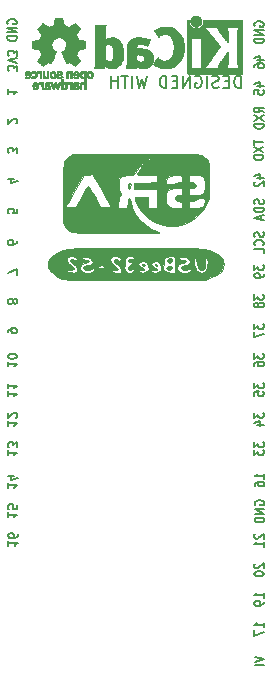
<source format=gbr>
%TF.GenerationSoftware,KiCad,Pcbnew,5.1.5+dfsg1-2build2*%
%TF.CreationDate,2021-06-08T17:36:12+05:30*%
%TF.ProjectId,ESP32-S2,45535033-322d-4533-922e-6b696361645f,rev?*%
%TF.SameCoordinates,Original*%
%TF.FileFunction,Legend,Bot*%
%TF.FilePolarity,Positive*%
%FSLAX46Y46*%
G04 Gerber Fmt 4.6, Leading zero omitted, Abs format (unit mm)*
G04 Created by KiCad (PCBNEW 5.1.5+dfsg1-2build2) date 2021-06-08 17:36:12*
%MOMM*%
%LPD*%
G04 APERTURE LIST*
%ADD10C,0.150000*%
%ADD11C,0.010000*%
G04 APERTURE END LIST*
D10*
X160871304Y-121597000D02*
X161671304Y-121830333D01*
X160871304Y-122063666D01*
X161671304Y-122297000D02*
X160871304Y-122297000D01*
X161611904Y-119116666D02*
X161611904Y-118716666D01*
X161611904Y-118916666D02*
X160811904Y-118916666D01*
X160926190Y-118850000D01*
X161002380Y-118783333D01*
X161040476Y-118716666D01*
X160811904Y-119350000D02*
X160811904Y-119816666D01*
X161611904Y-119516666D01*
X161611904Y-116616666D02*
X161611904Y-116216666D01*
X161611904Y-116416666D02*
X160811904Y-116416666D01*
X160926190Y-116350000D01*
X161002380Y-116283333D01*
X161040476Y-116216666D01*
X161611904Y-116950000D02*
X161611904Y-117083333D01*
X161573809Y-117150000D01*
X161535714Y-117183333D01*
X161421428Y-117250000D01*
X161269047Y-117283333D01*
X160964285Y-117283333D01*
X160888095Y-117250000D01*
X160850000Y-117216666D01*
X160811904Y-117150000D01*
X160811904Y-117016666D01*
X160850000Y-116950000D01*
X160888095Y-116916666D01*
X160964285Y-116883333D01*
X161154761Y-116883333D01*
X161230952Y-116916666D01*
X161269047Y-116950000D01*
X161307142Y-117016666D01*
X161307142Y-117150000D01*
X161269047Y-117216666D01*
X161230952Y-117250000D01*
X161154761Y-117283333D01*
X160888095Y-113716666D02*
X160850000Y-113750000D01*
X160811904Y-113816666D01*
X160811904Y-113983333D01*
X160850000Y-114050000D01*
X160888095Y-114083333D01*
X160964285Y-114116666D01*
X161040476Y-114116666D01*
X161154761Y-114083333D01*
X161611904Y-113683333D01*
X161611904Y-114116666D01*
X160811904Y-114550000D02*
X160811904Y-114616666D01*
X160850000Y-114683333D01*
X160888095Y-114716666D01*
X160964285Y-114750000D01*
X161116666Y-114783333D01*
X161307142Y-114783333D01*
X161459523Y-114750000D01*
X161535714Y-114716666D01*
X161573809Y-114683333D01*
X161611904Y-114616666D01*
X161611904Y-114550000D01*
X161573809Y-114483333D01*
X161535714Y-114450000D01*
X161459523Y-114416666D01*
X161307142Y-114383333D01*
X161116666Y-114383333D01*
X160964285Y-114416666D01*
X160888095Y-114450000D01*
X160850000Y-114483333D01*
X160811904Y-114550000D01*
X160888095Y-111216666D02*
X160850000Y-111250000D01*
X160811904Y-111316666D01*
X160811904Y-111483333D01*
X160850000Y-111550000D01*
X160888095Y-111583333D01*
X160964285Y-111616666D01*
X161040476Y-111616666D01*
X161154761Y-111583333D01*
X161611904Y-111183333D01*
X161611904Y-111616666D01*
X161611904Y-112283333D02*
X161611904Y-111883333D01*
X161611904Y-112083333D02*
X160811904Y-112083333D01*
X160926190Y-112016666D01*
X161002380Y-111950000D01*
X161040476Y-111883333D01*
X160909400Y-108763666D02*
X160871304Y-108697000D01*
X160871304Y-108597000D01*
X160909400Y-108497000D01*
X160985590Y-108430333D01*
X161061780Y-108397000D01*
X161214161Y-108363666D01*
X161328447Y-108363666D01*
X161480828Y-108397000D01*
X161557019Y-108430333D01*
X161633209Y-108497000D01*
X161671304Y-108597000D01*
X161671304Y-108663666D01*
X161633209Y-108763666D01*
X161595114Y-108797000D01*
X161328447Y-108797000D01*
X161328447Y-108663666D01*
X161671304Y-109097000D02*
X160871304Y-109097000D01*
X161671304Y-109497000D01*
X160871304Y-109497000D01*
X161671304Y-109830333D02*
X160871304Y-109830333D01*
X160871304Y-109997000D01*
X160909400Y-110097000D01*
X160985590Y-110163666D01*
X161061780Y-110197000D01*
X161214161Y-110230333D01*
X161328447Y-110230333D01*
X161480828Y-110197000D01*
X161557019Y-110163666D01*
X161633209Y-110097000D01*
X161671304Y-109997000D01*
X161671304Y-109830333D01*
X161671304Y-106522066D02*
X161671304Y-106122066D01*
X161671304Y-106322066D02*
X160871304Y-106322066D01*
X160985590Y-106255400D01*
X161061780Y-106188733D01*
X161099876Y-106122066D01*
X160871304Y-107122066D02*
X160871304Y-106988733D01*
X160909400Y-106922066D01*
X160947495Y-106888733D01*
X161061780Y-106822066D01*
X161214161Y-106788733D01*
X161518923Y-106788733D01*
X161595114Y-106822066D01*
X161633209Y-106855400D01*
X161671304Y-106922066D01*
X161671304Y-107055400D01*
X161633209Y-107122066D01*
X161595114Y-107155400D01*
X161518923Y-107188733D01*
X161328447Y-107188733D01*
X161252257Y-107155400D01*
X161214161Y-107122066D01*
X161176066Y-107055400D01*
X161176066Y-106922066D01*
X161214161Y-106855400D01*
X161252257Y-106822066D01*
X161328447Y-106788733D01*
X160811904Y-103433333D02*
X160811904Y-103866666D01*
X161116666Y-103633333D01*
X161116666Y-103733333D01*
X161154761Y-103800000D01*
X161192857Y-103833333D01*
X161269047Y-103866666D01*
X161459523Y-103866666D01*
X161535714Y-103833333D01*
X161573809Y-103800000D01*
X161611904Y-103733333D01*
X161611904Y-103533333D01*
X161573809Y-103466666D01*
X161535714Y-103433333D01*
X160811904Y-104100000D02*
X160811904Y-104533333D01*
X161116666Y-104300000D01*
X161116666Y-104400000D01*
X161154761Y-104466666D01*
X161192857Y-104500000D01*
X161269047Y-104533333D01*
X161459523Y-104533333D01*
X161535714Y-104500000D01*
X161573809Y-104466666D01*
X161611904Y-104400000D01*
X161611904Y-104200000D01*
X161573809Y-104133333D01*
X161535714Y-104100000D01*
X160811904Y-100932533D02*
X160811904Y-101365866D01*
X161116666Y-101132533D01*
X161116666Y-101232533D01*
X161154761Y-101299200D01*
X161192857Y-101332533D01*
X161269047Y-101365866D01*
X161459523Y-101365866D01*
X161535714Y-101332533D01*
X161573809Y-101299200D01*
X161611904Y-101232533D01*
X161611904Y-101032533D01*
X161573809Y-100965866D01*
X161535714Y-100932533D01*
X161078571Y-101965866D02*
X161611904Y-101965866D01*
X160773809Y-101799200D02*
X161345238Y-101632533D01*
X161345238Y-102065866D01*
X160811904Y-98433333D02*
X160811904Y-98866666D01*
X161116666Y-98633333D01*
X161116666Y-98733333D01*
X161154761Y-98800000D01*
X161192857Y-98833333D01*
X161269047Y-98866666D01*
X161459523Y-98866666D01*
X161535714Y-98833333D01*
X161573809Y-98800000D01*
X161611904Y-98733333D01*
X161611904Y-98533333D01*
X161573809Y-98466666D01*
X161535714Y-98433333D01*
X160811904Y-99500000D02*
X160811904Y-99166666D01*
X161192857Y-99133333D01*
X161154761Y-99166666D01*
X161116666Y-99233333D01*
X161116666Y-99400000D01*
X161154761Y-99466666D01*
X161192857Y-99500000D01*
X161269047Y-99533333D01*
X161459523Y-99533333D01*
X161535714Y-99500000D01*
X161573809Y-99466666D01*
X161611904Y-99400000D01*
X161611904Y-99233333D01*
X161573809Y-99166666D01*
X161535714Y-99133333D01*
X160811904Y-95928733D02*
X160811904Y-96362066D01*
X161116666Y-96128733D01*
X161116666Y-96228733D01*
X161154761Y-96295400D01*
X161192857Y-96328733D01*
X161269047Y-96362066D01*
X161459523Y-96362066D01*
X161535714Y-96328733D01*
X161573809Y-96295400D01*
X161611904Y-96228733D01*
X161611904Y-96028733D01*
X161573809Y-95962066D01*
X161535714Y-95928733D01*
X160811904Y-96962066D02*
X160811904Y-96828733D01*
X160850000Y-96762066D01*
X160888095Y-96728733D01*
X161002380Y-96662066D01*
X161154761Y-96628733D01*
X161459523Y-96628733D01*
X161535714Y-96662066D01*
X161573809Y-96695400D01*
X161611904Y-96762066D01*
X161611904Y-96895400D01*
X161573809Y-96962066D01*
X161535714Y-96995400D01*
X161459523Y-97028733D01*
X161269047Y-97028733D01*
X161192857Y-96995400D01*
X161154761Y-96962066D01*
X161116666Y-96895400D01*
X161116666Y-96762066D01*
X161154761Y-96695400D01*
X161192857Y-96662066D01*
X161269047Y-96628733D01*
X160811904Y-93433333D02*
X160811904Y-93866666D01*
X161116666Y-93633333D01*
X161116666Y-93733333D01*
X161154761Y-93800000D01*
X161192857Y-93833333D01*
X161269047Y-93866666D01*
X161459523Y-93866666D01*
X161535714Y-93833333D01*
X161573809Y-93800000D01*
X161611904Y-93733333D01*
X161611904Y-93533333D01*
X161573809Y-93466666D01*
X161535714Y-93433333D01*
X160811904Y-94100000D02*
X160811904Y-94566666D01*
X161611904Y-94266666D01*
X160811904Y-90933333D02*
X160811904Y-91366666D01*
X161116666Y-91133333D01*
X161116666Y-91233333D01*
X161154761Y-91300000D01*
X161192857Y-91333333D01*
X161269047Y-91366666D01*
X161459523Y-91366666D01*
X161535714Y-91333333D01*
X161573809Y-91300000D01*
X161611904Y-91233333D01*
X161611904Y-91033333D01*
X161573809Y-90966666D01*
X161535714Y-90933333D01*
X161154761Y-91766666D02*
X161116666Y-91700000D01*
X161078571Y-91666666D01*
X161002380Y-91633333D01*
X160964285Y-91633333D01*
X160888095Y-91666666D01*
X160850000Y-91700000D01*
X160811904Y-91766666D01*
X160811904Y-91900000D01*
X160850000Y-91966666D01*
X160888095Y-92000000D01*
X160964285Y-92033333D01*
X161002380Y-92033333D01*
X161078571Y-92000000D01*
X161116666Y-91966666D01*
X161154761Y-91900000D01*
X161154761Y-91766666D01*
X161192857Y-91700000D01*
X161230952Y-91666666D01*
X161307142Y-91633333D01*
X161459523Y-91633333D01*
X161535714Y-91666666D01*
X161573809Y-91700000D01*
X161611904Y-91766666D01*
X161611904Y-91900000D01*
X161573809Y-91966666D01*
X161535714Y-92000000D01*
X161459523Y-92033333D01*
X161307142Y-92033333D01*
X161230952Y-92000000D01*
X161192857Y-91966666D01*
X161154761Y-91900000D01*
X160811904Y-88433333D02*
X160811904Y-88866666D01*
X161116666Y-88633333D01*
X161116666Y-88733333D01*
X161154761Y-88800000D01*
X161192857Y-88833333D01*
X161269047Y-88866666D01*
X161459523Y-88866666D01*
X161535714Y-88833333D01*
X161573809Y-88800000D01*
X161611904Y-88733333D01*
X161611904Y-88533333D01*
X161573809Y-88466666D01*
X161535714Y-88433333D01*
X161611904Y-89200000D02*
X161611904Y-89333333D01*
X161573809Y-89400000D01*
X161535714Y-89433333D01*
X161421428Y-89500000D01*
X161269047Y-89533333D01*
X160964285Y-89533333D01*
X160888095Y-89500000D01*
X160850000Y-89466666D01*
X160811904Y-89400000D01*
X160811904Y-89266666D01*
X160850000Y-89200000D01*
X160888095Y-89166666D01*
X160964285Y-89133333D01*
X161154761Y-89133333D01*
X161230952Y-89166666D01*
X161269047Y-89200000D01*
X161307142Y-89266666D01*
X161307142Y-89400000D01*
X161269047Y-89466666D01*
X161230952Y-89500000D01*
X161154761Y-89533333D01*
X161573809Y-85666666D02*
X161611904Y-85766666D01*
X161611904Y-85933333D01*
X161573809Y-86000000D01*
X161535714Y-86033333D01*
X161459523Y-86066666D01*
X161383333Y-86066666D01*
X161307142Y-86033333D01*
X161269047Y-86000000D01*
X161230952Y-85933333D01*
X161192857Y-85800000D01*
X161154761Y-85733333D01*
X161116666Y-85700000D01*
X161040476Y-85666666D01*
X160964285Y-85666666D01*
X160888095Y-85700000D01*
X160850000Y-85733333D01*
X160811904Y-85800000D01*
X160811904Y-85966666D01*
X160850000Y-86066666D01*
X161535714Y-86766666D02*
X161573809Y-86733333D01*
X161611904Y-86633333D01*
X161611904Y-86566666D01*
X161573809Y-86466666D01*
X161497619Y-86400000D01*
X161421428Y-86366666D01*
X161269047Y-86333333D01*
X161154761Y-86333333D01*
X161002380Y-86366666D01*
X160926190Y-86400000D01*
X160850000Y-86466666D01*
X160811904Y-86566666D01*
X160811904Y-86633333D01*
X160850000Y-86733333D01*
X160888095Y-86766666D01*
X161611904Y-87400000D02*
X161611904Y-87066666D01*
X160811904Y-87066666D01*
X161573809Y-82894600D02*
X161611904Y-82994600D01*
X161611904Y-83161266D01*
X161573809Y-83227933D01*
X161535714Y-83261266D01*
X161459523Y-83294600D01*
X161383333Y-83294600D01*
X161307142Y-83261266D01*
X161269047Y-83227933D01*
X161230952Y-83161266D01*
X161192857Y-83027933D01*
X161154761Y-82961266D01*
X161116666Y-82927933D01*
X161040476Y-82894600D01*
X160964285Y-82894600D01*
X160888095Y-82927933D01*
X160850000Y-82961266D01*
X160811904Y-83027933D01*
X160811904Y-83194600D01*
X160850000Y-83294600D01*
X161611904Y-83594600D02*
X160811904Y-83594600D01*
X160811904Y-83761266D01*
X160850000Y-83861266D01*
X160926190Y-83927933D01*
X161002380Y-83961266D01*
X161154761Y-83994600D01*
X161269047Y-83994600D01*
X161421428Y-83961266D01*
X161497619Y-83927933D01*
X161573809Y-83861266D01*
X161611904Y-83761266D01*
X161611904Y-83594600D01*
X161383333Y-84261266D02*
X161383333Y-84594600D01*
X161611904Y-84194600D02*
X160811904Y-84427933D01*
X161611904Y-84661266D01*
X161078571Y-81050000D02*
X161611904Y-81050000D01*
X160773809Y-80883333D02*
X161345238Y-80716666D01*
X161345238Y-81150000D01*
X160888095Y-81383333D02*
X160850000Y-81416666D01*
X160811904Y-81483333D01*
X160811904Y-81650000D01*
X160850000Y-81716666D01*
X160888095Y-81750000D01*
X160964285Y-81783333D01*
X161040476Y-81783333D01*
X161154761Y-81750000D01*
X161611904Y-81350000D01*
X161611904Y-81783333D01*
X160795104Y-77857466D02*
X160795104Y-78257466D01*
X161595104Y-78057466D02*
X160795104Y-78057466D01*
X160795104Y-78424133D02*
X161595104Y-78890800D01*
X160795104Y-78890800D02*
X161595104Y-78424133D01*
X161595104Y-79157466D02*
X160795104Y-79157466D01*
X160795104Y-79324133D01*
X160833200Y-79424133D01*
X160909390Y-79490800D01*
X160985580Y-79524133D01*
X161137961Y-79557466D01*
X161252247Y-79557466D01*
X161404628Y-79524133D01*
X161480819Y-79490800D01*
X161557009Y-79424133D01*
X161595104Y-79324133D01*
X161595104Y-79157466D01*
X161611904Y-75530933D02*
X161230952Y-75297600D01*
X161611904Y-75130933D02*
X160811904Y-75130933D01*
X160811904Y-75397600D01*
X160850000Y-75464266D01*
X160888095Y-75497600D01*
X160964285Y-75530933D01*
X161078571Y-75530933D01*
X161154761Y-75497600D01*
X161192857Y-75464266D01*
X161230952Y-75397600D01*
X161230952Y-75130933D01*
X160811904Y-75764266D02*
X161611904Y-76230933D01*
X160811904Y-76230933D02*
X161611904Y-75764266D01*
X161611904Y-76497600D02*
X160811904Y-76497600D01*
X160811904Y-76664266D01*
X160850000Y-76764266D01*
X160926190Y-76830933D01*
X161002380Y-76864266D01*
X161154761Y-76897600D01*
X161269047Y-76897600D01*
X161421428Y-76864266D01*
X161497619Y-76830933D01*
X161573809Y-76764266D01*
X161611904Y-76664266D01*
X161611904Y-76497600D01*
X161078571Y-73300000D02*
X161611904Y-73300000D01*
X160773809Y-73133333D02*
X161345238Y-72966666D01*
X161345238Y-73400000D01*
X160811904Y-74000000D02*
X160811904Y-73666666D01*
X161192857Y-73633333D01*
X161154761Y-73666666D01*
X161116666Y-73733333D01*
X161116666Y-73900000D01*
X161154761Y-73966666D01*
X161192857Y-74000000D01*
X161269047Y-74033333D01*
X161459523Y-74033333D01*
X161535714Y-74000000D01*
X161573809Y-73966666D01*
X161611904Y-73900000D01*
X161611904Y-73733333D01*
X161573809Y-73666666D01*
X161535714Y-73633333D01*
X161078571Y-71047800D02*
X161611904Y-71047800D01*
X160773809Y-70881133D02*
X161345238Y-70714466D01*
X161345238Y-71147800D01*
X160811904Y-71714466D02*
X160811904Y-71581133D01*
X160850000Y-71514466D01*
X160888095Y-71481133D01*
X161002380Y-71414466D01*
X161154761Y-71381133D01*
X161459523Y-71381133D01*
X161535714Y-71414466D01*
X161573809Y-71447800D01*
X161611904Y-71514466D01*
X161611904Y-71647800D01*
X161573809Y-71714466D01*
X161535714Y-71747800D01*
X161459523Y-71781133D01*
X161269047Y-71781133D01*
X161192857Y-71747800D01*
X161154761Y-71714466D01*
X161116666Y-71647800D01*
X161116666Y-71514466D01*
X161154761Y-71447800D01*
X161192857Y-71414466D01*
X161269047Y-71381133D01*
X160850000Y-68216666D02*
X160811904Y-68150000D01*
X160811904Y-68050000D01*
X160850000Y-67950000D01*
X160926190Y-67883333D01*
X161002380Y-67850000D01*
X161154761Y-67816666D01*
X161269047Y-67816666D01*
X161421428Y-67850000D01*
X161497619Y-67883333D01*
X161573809Y-67950000D01*
X161611904Y-68050000D01*
X161611904Y-68116666D01*
X161573809Y-68216666D01*
X161535714Y-68250000D01*
X161269047Y-68250000D01*
X161269047Y-68116666D01*
X161611904Y-68550000D02*
X160811904Y-68550000D01*
X161611904Y-68950000D01*
X160811904Y-68950000D01*
X161611904Y-69283333D02*
X160811904Y-69283333D01*
X160811904Y-69450000D01*
X160850000Y-69550000D01*
X160926190Y-69616666D01*
X161002380Y-69650000D01*
X161154761Y-69683333D01*
X161269047Y-69683333D01*
X161421428Y-69650000D01*
X161497619Y-69616666D01*
X161573809Y-69550000D01*
X161611904Y-69450000D01*
X161611904Y-69283333D01*
X139992495Y-111817933D02*
X139992495Y-112217933D01*
X139992495Y-112017933D02*
X140792495Y-112017933D01*
X140678209Y-112084600D01*
X140602019Y-112151266D01*
X140563923Y-112217933D01*
X140792495Y-111217933D02*
X140792495Y-111351266D01*
X140754400Y-111417933D01*
X140716304Y-111451266D01*
X140602019Y-111517933D01*
X140449638Y-111551266D01*
X140144876Y-111551266D01*
X140068685Y-111517933D01*
X140030590Y-111484600D01*
X139992495Y-111417933D01*
X139992495Y-111284600D01*
X140030590Y-111217933D01*
X140068685Y-111184600D01*
X140144876Y-111151266D01*
X140335352Y-111151266D01*
X140411542Y-111184600D01*
X140449638Y-111217933D01*
X140487733Y-111284600D01*
X140487733Y-111417933D01*
X140449638Y-111484600D01*
X140411542Y-111517933D01*
X140335352Y-111551266D01*
X139938095Y-109379533D02*
X139938095Y-109779533D01*
X139938095Y-109579533D02*
X140738095Y-109579533D01*
X140623809Y-109646200D01*
X140547619Y-109712866D01*
X140509523Y-109779533D01*
X140738095Y-108746200D02*
X140738095Y-109079533D01*
X140357142Y-109112866D01*
X140395238Y-109079533D01*
X140433333Y-109012866D01*
X140433333Y-108846200D01*
X140395238Y-108779533D01*
X140357142Y-108746200D01*
X140280952Y-108712866D01*
X140090476Y-108712866D01*
X140014285Y-108746200D01*
X139976190Y-108779533D01*
X139938095Y-108846200D01*
X139938095Y-109012866D01*
X139976190Y-109079533D01*
X140014285Y-109112866D01*
X139938095Y-106903333D02*
X139938095Y-107303333D01*
X139938095Y-107103333D02*
X140738095Y-107103333D01*
X140623809Y-107170000D01*
X140547619Y-107236666D01*
X140509523Y-107303333D01*
X140471428Y-106303333D02*
X139938095Y-106303333D01*
X140776190Y-106470000D02*
X140204761Y-106636666D01*
X140204761Y-106203333D01*
X139938095Y-104121733D02*
X139938095Y-104521733D01*
X139938095Y-104321733D02*
X140738095Y-104321733D01*
X140623809Y-104388400D01*
X140547619Y-104455066D01*
X140509523Y-104521733D01*
X140738095Y-103888400D02*
X140738095Y-103455066D01*
X140433333Y-103688400D01*
X140433333Y-103588400D01*
X140395238Y-103521733D01*
X140357142Y-103488400D01*
X140280952Y-103455066D01*
X140090476Y-103455066D01*
X140014285Y-103488400D01*
X139976190Y-103521733D01*
X139938095Y-103588400D01*
X139938095Y-103788400D01*
X139976190Y-103855066D01*
X140014285Y-103888400D01*
X139938095Y-101632533D02*
X139938095Y-102032533D01*
X139938095Y-101832533D02*
X140738095Y-101832533D01*
X140623809Y-101899200D01*
X140547619Y-101965866D01*
X140509523Y-102032533D01*
X140661904Y-101365866D02*
X140700000Y-101332533D01*
X140738095Y-101265866D01*
X140738095Y-101099200D01*
X140700000Y-101032533D01*
X140661904Y-100999200D01*
X140585714Y-100965866D01*
X140509523Y-100965866D01*
X140395238Y-100999200D01*
X139938095Y-101399200D01*
X139938095Y-100965866D01*
X139938095Y-99143333D02*
X139938095Y-99543333D01*
X139938095Y-99343333D02*
X140738095Y-99343333D01*
X140623809Y-99410000D01*
X140547619Y-99476666D01*
X140509523Y-99543333D01*
X139938095Y-98476666D02*
X139938095Y-98876666D01*
X139938095Y-98676666D02*
X140738095Y-98676666D01*
X140623809Y-98743333D01*
X140547619Y-98810000D01*
X140509523Y-98876666D01*
X139938095Y-96628733D02*
X139938095Y-97028733D01*
X139938095Y-96828733D02*
X140738095Y-96828733D01*
X140623809Y-96895400D01*
X140547619Y-96962066D01*
X140509523Y-97028733D01*
X140738095Y-96195400D02*
X140738095Y-96128733D01*
X140700000Y-96062066D01*
X140661904Y-96028733D01*
X140585714Y-95995400D01*
X140433333Y-95962066D01*
X140242857Y-95962066D01*
X140090476Y-95995400D01*
X140014285Y-96028733D01*
X139976190Y-96062066D01*
X139938095Y-96128733D01*
X139938095Y-96195400D01*
X139976190Y-96262066D01*
X140014285Y-96295400D01*
X140090476Y-96328733D01*
X140242857Y-96362066D01*
X140433333Y-96362066D01*
X140585714Y-96328733D01*
X140661904Y-96295400D01*
X140700000Y-96262066D01*
X140738095Y-96195400D01*
X139938095Y-94139533D02*
X139938095Y-94006200D01*
X139976190Y-93939533D01*
X140014285Y-93906200D01*
X140128571Y-93839533D01*
X140280952Y-93806200D01*
X140585714Y-93806200D01*
X140661904Y-93839533D01*
X140700000Y-93872866D01*
X140738095Y-93939533D01*
X140738095Y-94072866D01*
X140700000Y-94139533D01*
X140661904Y-94172866D01*
X140585714Y-94206200D01*
X140395238Y-94206200D01*
X140319047Y-94172866D01*
X140280952Y-94139533D01*
X140242857Y-94072866D01*
X140242857Y-93939533D01*
X140280952Y-93872866D01*
X140319047Y-93839533D01*
X140395238Y-93806200D01*
X140395238Y-91586666D02*
X140433333Y-91653333D01*
X140471428Y-91686666D01*
X140547619Y-91720000D01*
X140585714Y-91720000D01*
X140661904Y-91686666D01*
X140700000Y-91653333D01*
X140738095Y-91586666D01*
X140738095Y-91453333D01*
X140700000Y-91386666D01*
X140661904Y-91353333D01*
X140585714Y-91320000D01*
X140547619Y-91320000D01*
X140471428Y-91353333D01*
X140433333Y-91386666D01*
X140395238Y-91453333D01*
X140395238Y-91586666D01*
X140357142Y-91653333D01*
X140319047Y-91686666D01*
X140242857Y-91720000D01*
X140090476Y-91720000D01*
X140014285Y-91686666D01*
X139976190Y-91653333D01*
X139938095Y-91586666D01*
X139938095Y-91453333D01*
X139976190Y-91386666D01*
X140014285Y-91353333D01*
X140090476Y-91320000D01*
X140242857Y-91320000D01*
X140319047Y-91353333D01*
X140357142Y-91386666D01*
X140395238Y-91453333D01*
X140738095Y-89253333D02*
X140738095Y-88786666D01*
X139938095Y-89086666D01*
X140738095Y-86386666D02*
X140738095Y-86520000D01*
X140700000Y-86586666D01*
X140661904Y-86620000D01*
X140547619Y-86686666D01*
X140395238Y-86720000D01*
X140090476Y-86720000D01*
X140014285Y-86686666D01*
X139976190Y-86653333D01*
X139938095Y-86586666D01*
X139938095Y-86453333D01*
X139976190Y-86386666D01*
X140014285Y-86353333D01*
X140090476Y-86320000D01*
X140280952Y-86320000D01*
X140357142Y-86353333D01*
X140395238Y-86386666D01*
X140433333Y-86453333D01*
X140433333Y-86586666D01*
X140395238Y-86653333D01*
X140357142Y-86686666D01*
X140280952Y-86720000D01*
X140741695Y-83704933D02*
X140741695Y-84038266D01*
X140360742Y-84071600D01*
X140398838Y-84038266D01*
X140436933Y-83971600D01*
X140436933Y-83804933D01*
X140398838Y-83738266D01*
X140360742Y-83704933D01*
X140284552Y-83671600D01*
X140094076Y-83671600D01*
X140017885Y-83704933D01*
X139979790Y-83738266D01*
X139941695Y-83804933D01*
X139941695Y-83971600D01*
X139979790Y-84038266D01*
X140017885Y-84071600D01*
X140471428Y-81172866D02*
X139938095Y-81172866D01*
X140776190Y-81339533D02*
X140204761Y-81506200D01*
X140204761Y-81072866D01*
X140738095Y-78948733D02*
X140738095Y-78515400D01*
X140433333Y-78748733D01*
X140433333Y-78648733D01*
X140395238Y-78582066D01*
X140357142Y-78548733D01*
X140280952Y-78515400D01*
X140090476Y-78515400D01*
X140014285Y-78548733D01*
X139976190Y-78582066D01*
X139938095Y-78648733D01*
X139938095Y-78848733D01*
X139976190Y-78915400D01*
X140014285Y-78948733D01*
X140665504Y-76451600D02*
X140703600Y-76418266D01*
X140741695Y-76351600D01*
X140741695Y-76184933D01*
X140703600Y-76118266D01*
X140665504Y-76084933D01*
X140589314Y-76051600D01*
X140513123Y-76051600D01*
X140398838Y-76084933D01*
X139941695Y-76484933D01*
X139941695Y-76051600D01*
X139941695Y-73570000D02*
X139941695Y-73970000D01*
X139941695Y-73770000D02*
X140741695Y-73770000D01*
X140627409Y-73836666D01*
X140551219Y-73903333D01*
X140513123Y-73970000D01*
X140741695Y-71987466D02*
X140741695Y-71554133D01*
X140436933Y-71787466D01*
X140436933Y-71687466D01*
X140398838Y-71620800D01*
X140360742Y-71587466D01*
X140284552Y-71554133D01*
X140094076Y-71554133D01*
X140017885Y-71587466D01*
X139979790Y-71620800D01*
X139941695Y-71687466D01*
X139941695Y-71887466D01*
X139979790Y-71954133D01*
X140017885Y-71987466D01*
X140741695Y-71354133D02*
X139941695Y-71120800D01*
X140741695Y-70887466D01*
X140741695Y-70720800D02*
X140741695Y-70287466D01*
X140436933Y-70520800D01*
X140436933Y-70420800D01*
X140398838Y-70354133D01*
X140360742Y-70320800D01*
X140284552Y-70287466D01*
X140094076Y-70287466D01*
X140017885Y-70320800D01*
X139979790Y-70354133D01*
X139941695Y-70420800D01*
X139941695Y-70620800D01*
X139979790Y-70687466D01*
X140017885Y-70720800D01*
X139954400Y-68022066D02*
X139916304Y-67955400D01*
X139916304Y-67855400D01*
X139954400Y-67755400D01*
X140030590Y-67688733D01*
X140106780Y-67655400D01*
X140259161Y-67622066D01*
X140373447Y-67622066D01*
X140525828Y-67655400D01*
X140602019Y-67688733D01*
X140678209Y-67755400D01*
X140716304Y-67855400D01*
X140716304Y-67922066D01*
X140678209Y-68022066D01*
X140640114Y-68055400D01*
X140373447Y-68055400D01*
X140373447Y-67922066D01*
X140716304Y-68355400D02*
X139916304Y-68355400D01*
X140716304Y-68755400D01*
X139916304Y-68755400D01*
X140716304Y-69088733D02*
X139916304Y-69088733D01*
X139916304Y-69255400D01*
X139954400Y-69355400D01*
X140030590Y-69422066D01*
X140106780Y-69455400D01*
X140259161Y-69488733D01*
X140373447Y-69488733D01*
X140525828Y-69455400D01*
X140602019Y-69422066D01*
X140678209Y-69355400D01*
X140716304Y-69255400D01*
X140716304Y-69088733D01*
X159672000Y-73427380D02*
X159672000Y-72427380D01*
X159433904Y-72427380D01*
X159291047Y-72475000D01*
X159195809Y-72570238D01*
X159148190Y-72665476D01*
X159100571Y-72855952D01*
X159100571Y-72998809D01*
X159148190Y-73189285D01*
X159195809Y-73284523D01*
X159291047Y-73379761D01*
X159433904Y-73427380D01*
X159672000Y-73427380D01*
X158672000Y-72903571D02*
X158338666Y-72903571D01*
X158195809Y-73427380D02*
X158672000Y-73427380D01*
X158672000Y-72427380D01*
X158195809Y-72427380D01*
X157814857Y-73379761D02*
X157672000Y-73427380D01*
X157433904Y-73427380D01*
X157338666Y-73379761D01*
X157291047Y-73332142D01*
X157243428Y-73236904D01*
X157243428Y-73141666D01*
X157291047Y-73046428D01*
X157338666Y-72998809D01*
X157433904Y-72951190D01*
X157624380Y-72903571D01*
X157719619Y-72855952D01*
X157767238Y-72808333D01*
X157814857Y-72713095D01*
X157814857Y-72617857D01*
X157767238Y-72522619D01*
X157719619Y-72475000D01*
X157624380Y-72427380D01*
X157386285Y-72427380D01*
X157243428Y-72475000D01*
X156814857Y-73427380D02*
X156814857Y-72427380D01*
X155814857Y-72475000D02*
X155910095Y-72427380D01*
X156052952Y-72427380D01*
X156195809Y-72475000D01*
X156291047Y-72570238D01*
X156338666Y-72665476D01*
X156386285Y-72855952D01*
X156386285Y-72998809D01*
X156338666Y-73189285D01*
X156291047Y-73284523D01*
X156195809Y-73379761D01*
X156052952Y-73427380D01*
X155957714Y-73427380D01*
X155814857Y-73379761D01*
X155767238Y-73332142D01*
X155767238Y-72998809D01*
X155957714Y-72998809D01*
X155338666Y-73427380D02*
X155338666Y-72427380D01*
X154767238Y-73427380D01*
X154767238Y-72427380D01*
X154291047Y-72903571D02*
X153957714Y-72903571D01*
X153814857Y-73427380D02*
X154291047Y-73427380D01*
X154291047Y-72427380D01*
X153814857Y-72427380D01*
X153386285Y-73427380D02*
X153386285Y-72427380D01*
X153148190Y-72427380D01*
X153005333Y-72475000D01*
X152910095Y-72570238D01*
X152862476Y-72665476D01*
X152814857Y-72855952D01*
X152814857Y-72998809D01*
X152862476Y-73189285D01*
X152910095Y-73284523D01*
X153005333Y-73379761D01*
X153148190Y-73427380D01*
X153386285Y-73427380D01*
X151719619Y-72427380D02*
X151481523Y-73427380D01*
X151291047Y-72713095D01*
X151100571Y-73427380D01*
X150862476Y-72427380D01*
X150481523Y-73427380D02*
X150481523Y-72427380D01*
X150148190Y-72427380D02*
X149576761Y-72427380D01*
X149862476Y-73427380D02*
X149862476Y-72427380D01*
X149243428Y-73427380D02*
X149243428Y-72427380D01*
X149243428Y-72903571D02*
X148672000Y-72903571D01*
X148672000Y-73427380D02*
X148672000Y-72427380D01*
D11*
G36*
X149932958Y-86991022D02*
G01*
X149073536Y-86994102D01*
X148251750Y-86999295D01*
X147486414Y-87006603D01*
X146796342Y-87016031D01*
X146200347Y-87027581D01*
X145717245Y-87041257D01*
X145365850Y-87057062D01*
X145173204Y-87073752D01*
X144602619Y-87203248D01*
X144113479Y-87407008D01*
X143726339Y-87670146D01*
X143461753Y-87977775D01*
X143340274Y-88315009D01*
X143334667Y-88405343D01*
X143359426Y-88609608D01*
X143454048Y-88793117D01*
X143649050Y-89010187D01*
X143705084Y-89064615D01*
X143836047Y-89191174D01*
X143954544Y-89300702D01*
X144073219Y-89394463D01*
X144204717Y-89473719D01*
X144361683Y-89539733D01*
X144556762Y-89593768D01*
X144802597Y-89637088D01*
X145111834Y-89670956D01*
X145497117Y-89696634D01*
X145971090Y-89715385D01*
X146546400Y-89728474D01*
X147235690Y-89737162D01*
X148051604Y-89742713D01*
X149006788Y-89746390D01*
X150113886Y-89749456D01*
X150573667Y-89750714D01*
X151549273Y-89752325D01*
X152483012Y-89751679D01*
X153359780Y-89748926D01*
X154164476Y-89744215D01*
X154881998Y-89737696D01*
X155497244Y-89729519D01*
X155995111Y-89719832D01*
X156360499Y-89708786D01*
X156578304Y-89696531D01*
X156623498Y-89690792D01*
X157008640Y-89580361D01*
X157404939Y-89412768D01*
X157758536Y-89215312D01*
X158015571Y-89015291D01*
X158064640Y-88960346D01*
X158204871Y-88657877D01*
X158228804Y-88299942D01*
X158208004Y-88222073D01*
X156864632Y-88222073D01*
X156850361Y-88638791D01*
X156750144Y-88916951D01*
X156557210Y-89067681D01*
X156327804Y-89104000D01*
X156103689Y-89073830D01*
X155949097Y-88952950D01*
X155864406Y-88828833D01*
X155849509Y-88789419D01*
X155502498Y-88789419D01*
X155484139Y-88915590D01*
X155438922Y-88980709D01*
X155274142Y-89068500D01*
X155016679Y-89100711D01*
X154733600Y-89077915D01*
X154491976Y-89000688D01*
X154444839Y-88972199D01*
X154291040Y-88789555D01*
X154281480Y-88589426D01*
X154399509Y-88407130D01*
X154439928Y-88384333D01*
X154087334Y-88384333D01*
X154087334Y-89104000D01*
X153758047Y-89104000D01*
X153448155Y-89054543D01*
X153231925Y-88944613D01*
X153099486Y-88807601D01*
X153092771Y-88671268D01*
X153114153Y-88616893D01*
X152959293Y-88616893D01*
X152921074Y-88843724D01*
X152856580Y-88938078D01*
X152650869Y-89064110D01*
X152390903Y-89100545D01*
X152150754Y-89045044D01*
X152044534Y-88963719D01*
X151985539Y-88875828D01*
X152031799Y-88850767D01*
X152211763Y-88876547D01*
X152239231Y-88881651D01*
X152486287Y-88900105D01*
X152595833Y-88852866D01*
X152557327Y-88761451D01*
X152556135Y-88760761D01*
X151866897Y-88760761D01*
X151748470Y-88975435D01*
X151580139Y-89061315D01*
X151352618Y-89088190D01*
X151133160Y-89058866D01*
X150989018Y-88976151D01*
X150971039Y-88942982D01*
X150980989Y-88866646D01*
X151107051Y-88861475D01*
X151194045Y-88876709D01*
X151417554Y-88893904D01*
X151493835Y-88838072D01*
X151469158Y-88800798D01*
X150746475Y-88800798D01*
X150679885Y-88941260D01*
X150653064Y-88970174D01*
X150426143Y-89092195D01*
X150166860Y-89087044D01*
X149943937Y-88961405D01*
X149890988Y-88896056D01*
X149809941Y-88703971D01*
X149822050Y-88579200D01*
X149866442Y-88428144D01*
X149891289Y-88191862D01*
X149892848Y-88133328D01*
X149907400Y-87963979D01*
X149515334Y-87963979D01*
X149463574Y-88075307D01*
X149356207Y-88061812D01*
X149303667Y-88003333D01*
X149188420Y-87929236D01*
X149037485Y-87928835D01*
X148933059Y-87995166D01*
X148922667Y-88035618D01*
X148985222Y-88154989D01*
X149142407Y-88316186D01*
X149219000Y-88378593D01*
X149427487Y-88576546D01*
X149509911Y-88775838D01*
X149515334Y-88858733D01*
X149507988Y-89005973D01*
X149457579Y-89078425D01*
X149321552Y-89097969D01*
X149070834Y-89087258D01*
X148822414Y-89058401D01*
X148661082Y-89011729D01*
X148626334Y-88977000D01*
X148701225Y-88916338D01*
X148862758Y-88877887D01*
X147253818Y-88877887D01*
X147226584Y-88939805D01*
X147080898Y-89052739D01*
X146837618Y-89103945D01*
X146557589Y-89091440D01*
X146301661Y-89013242D01*
X146233084Y-88972737D01*
X145854480Y-88972737D01*
X145832634Y-89018847D01*
X145716723Y-89073688D01*
X145506273Y-89090067D01*
X145266929Y-89072747D01*
X145064336Y-89026488D01*
X144964137Y-88956054D01*
X144964063Y-88955833D01*
X145004090Y-88881993D01*
X145195153Y-88851355D01*
X145272288Y-88850000D01*
X145503426Y-88823374D01*
X145574174Y-88746063D01*
X145484454Y-88621918D01*
X145279829Y-88481185D01*
X145070419Y-88293225D01*
X144967791Y-88066319D01*
X144990329Y-87851073D01*
X145028913Y-87790567D01*
X145214242Y-87684135D01*
X145456950Y-87679622D01*
X145682052Y-87773336D01*
X145740060Y-87825594D01*
X145822235Y-87973062D01*
X145777421Y-88047216D01*
X145633298Y-88009160D01*
X145616625Y-87999043D01*
X145427155Y-87927258D01*
X145267269Y-87941032D01*
X145197407Y-88034638D01*
X145197334Y-88038761D01*
X145263809Y-88155409D01*
X145429653Y-88299586D01*
X145493809Y-88342088D01*
X145721503Y-88538689D01*
X145849393Y-88764217D01*
X145854480Y-88972737D01*
X146233084Y-88972737D01*
X146232173Y-88972199D01*
X146064772Y-88783275D01*
X146048379Y-88584485D01*
X146170053Y-88408322D01*
X146416851Y-88287282D01*
X146513179Y-88266605D01*
X146744185Y-88202326D01*
X146809241Y-88123623D01*
X146708589Y-88048547D01*
X146509667Y-88003333D01*
X146279832Y-87945406D01*
X146197731Y-87871001D01*
X146268684Y-87802188D01*
X146452159Y-87764689D01*
X146739536Y-87788343D01*
X146973875Y-87898227D01*
X147111861Y-88066521D01*
X147128688Y-88199184D01*
X147065990Y-88332664D01*
X146897771Y-88426062D01*
X146726404Y-88474956D01*
X146446784Y-88565534D01*
X146333413Y-88660949D01*
X146387373Y-88758787D01*
X146562134Y-88840846D01*
X146774085Y-88892334D01*
X146918201Y-88851885D01*
X146983980Y-88799842D01*
X147146427Y-88708912D01*
X147250056Y-88742822D01*
X147253818Y-88877887D01*
X148862758Y-88877887D01*
X148886893Y-88872142D01*
X148943834Y-88866056D01*
X149148003Y-88837319D01*
X149256149Y-88799017D01*
X149261334Y-88789550D01*
X149204193Y-88708964D01*
X149076114Y-88574833D01*
X148224167Y-88574833D01*
X148185441Y-88647781D01*
X147997537Y-88678880D01*
X147906667Y-88680667D01*
X147669812Y-88661754D01*
X147585976Y-88602273D01*
X147589167Y-88574833D01*
X147689226Y-88502755D01*
X147885536Y-88469293D01*
X147906667Y-88469000D01*
X148108379Y-88497512D01*
X148220756Y-88566946D01*
X148224167Y-88574833D01*
X149076114Y-88574833D01*
X149057161Y-88554985D01*
X148922667Y-88426667D01*
X148701533Y-88206195D01*
X148604058Y-88050061D01*
X148618174Y-87921350D01*
X148717048Y-87797714D01*
X148906042Y-87695861D01*
X149135897Y-87681467D01*
X149349553Y-87742650D01*
X149489952Y-87867525D01*
X149515334Y-87963979D01*
X149907400Y-87963979D01*
X149912475Y-87904924D01*
X149988723Y-87782622D01*
X150133635Y-87712602D01*
X150397756Y-87682731D01*
X150601925Y-87778811D01*
X150683352Y-87909053D01*
X150661352Y-87972870D01*
X150514450Y-87973745D01*
X150413224Y-87957082D01*
X150186909Y-87951420D01*
X150098718Y-88020330D01*
X150158191Y-88128204D01*
X150340834Y-88227307D01*
X150573667Y-88314636D01*
X150340834Y-88426575D01*
X150173752Y-88553945D01*
X150108000Y-88694257D01*
X150169439Y-88822021D01*
X150334028Y-88839699D01*
X150531762Y-88765104D01*
X150688770Y-88727997D01*
X150746475Y-88800798D01*
X151469158Y-88800798D01*
X151419418Y-88725668D01*
X151250875Y-88607144D01*
X151030176Y-88451065D01*
X150966213Y-88326088D01*
X151053561Y-88214545D01*
X151118434Y-88175645D01*
X151383243Y-88093673D01*
X151612068Y-88168435D01*
X151716667Y-88257333D01*
X151858938Y-88497625D01*
X151866897Y-88760761D01*
X152556135Y-88760761D01*
X152360224Y-88647377D01*
X152355080Y-88645216D01*
X152131712Y-88507885D01*
X152065397Y-88359536D01*
X152159616Y-88218665D01*
X152263532Y-88158841D01*
X152503315Y-88125217D01*
X152719687Y-88217267D01*
X152881922Y-88394616D01*
X152959293Y-88616893D01*
X153114153Y-88616893D01*
X153129071Y-88578959D01*
X153187512Y-88338707D01*
X153183251Y-88164481D01*
X153208522Y-87923873D01*
X153374309Y-87751664D01*
X153660691Y-87662089D01*
X153896834Y-87654635D01*
X153989221Y-87669317D01*
X154045610Y-87724030D01*
X154074852Y-87852683D01*
X154085799Y-88089183D01*
X154087334Y-88384333D01*
X154439928Y-88384333D01*
X154628479Y-88277989D01*
X154788466Y-88243250D01*
X154977393Y-88191273D01*
X155010498Y-88116136D01*
X154894491Y-88042185D01*
X154722334Y-88003333D01*
X154487237Y-87944674D01*
X154411925Y-87870935D01*
X154497534Y-87803145D01*
X154709472Y-87764894D01*
X155011035Y-87793217D01*
X155232536Y-87915881D01*
X155338894Y-88108099D01*
X155339894Y-88210328D01*
X155267030Y-88343364D01*
X155071742Y-88439063D01*
X154950900Y-88472153D01*
X154688423Y-88557181D01*
X154592729Y-88649094D01*
X154661271Y-88754020D01*
X154799752Y-88835615D01*
X154990787Y-88903283D01*
X155149300Y-88864365D01*
X155230430Y-88815389D01*
X155406231Y-88746744D01*
X155502498Y-88789419D01*
X155849509Y-88789419D01*
X155730865Y-88475525D01*
X155696317Y-88144444D01*
X155717936Y-87878380D01*
X155771917Y-87767088D01*
X155841140Y-87803400D01*
X155908488Y-87980145D01*
X155953216Y-88252044D01*
X156026860Y-88603435D01*
X156156432Y-88818764D01*
X156331932Y-88886444D01*
X156465678Y-88845891D01*
X156558447Y-88753256D01*
X156613743Y-88572798D01*
X156642976Y-88265552D01*
X156644482Y-88235338D01*
X156677105Y-87914358D01*
X156728229Y-87757096D01*
X156785311Y-87764309D01*
X156835806Y-87936754D01*
X156864632Y-88222073D01*
X158208004Y-88222073D01*
X158136439Y-87954156D01*
X158064624Y-87831131D01*
X157820577Y-87598811D01*
X157450290Y-87383216D01*
X156996824Y-87204592D01*
X156503235Y-87083184D01*
X156458000Y-87075706D01*
X156257005Y-87057838D01*
X155905503Y-87042050D01*
X155422308Y-87028346D01*
X154826236Y-87016728D01*
X154136100Y-87007200D01*
X153370714Y-86999765D01*
X152548893Y-86994426D01*
X151689450Y-86991188D01*
X150811200Y-86990052D01*
X149932958Y-86991022D01*
G37*
X149932958Y-86991022D02*
X149073536Y-86994102D01*
X148251750Y-86999295D01*
X147486414Y-87006603D01*
X146796342Y-87016031D01*
X146200347Y-87027581D01*
X145717245Y-87041257D01*
X145365850Y-87057062D01*
X145173204Y-87073752D01*
X144602619Y-87203248D01*
X144113479Y-87407008D01*
X143726339Y-87670146D01*
X143461753Y-87977775D01*
X143340274Y-88315009D01*
X143334667Y-88405343D01*
X143359426Y-88609608D01*
X143454048Y-88793117D01*
X143649050Y-89010187D01*
X143705084Y-89064615D01*
X143836047Y-89191174D01*
X143954544Y-89300702D01*
X144073219Y-89394463D01*
X144204717Y-89473719D01*
X144361683Y-89539733D01*
X144556762Y-89593768D01*
X144802597Y-89637088D01*
X145111834Y-89670956D01*
X145497117Y-89696634D01*
X145971090Y-89715385D01*
X146546400Y-89728474D01*
X147235690Y-89737162D01*
X148051604Y-89742713D01*
X149006788Y-89746390D01*
X150113886Y-89749456D01*
X150573667Y-89750714D01*
X151549273Y-89752325D01*
X152483012Y-89751679D01*
X153359780Y-89748926D01*
X154164476Y-89744215D01*
X154881998Y-89737696D01*
X155497244Y-89729519D01*
X155995111Y-89719832D01*
X156360499Y-89708786D01*
X156578304Y-89696531D01*
X156623498Y-89690792D01*
X157008640Y-89580361D01*
X157404939Y-89412768D01*
X157758536Y-89215312D01*
X158015571Y-89015291D01*
X158064640Y-88960346D01*
X158204871Y-88657877D01*
X158228804Y-88299942D01*
X158208004Y-88222073D01*
X156864632Y-88222073D01*
X156850361Y-88638791D01*
X156750144Y-88916951D01*
X156557210Y-89067681D01*
X156327804Y-89104000D01*
X156103689Y-89073830D01*
X155949097Y-88952950D01*
X155864406Y-88828833D01*
X155849509Y-88789419D01*
X155502498Y-88789419D01*
X155484139Y-88915590D01*
X155438922Y-88980709D01*
X155274142Y-89068500D01*
X155016679Y-89100711D01*
X154733600Y-89077915D01*
X154491976Y-89000688D01*
X154444839Y-88972199D01*
X154291040Y-88789555D01*
X154281480Y-88589426D01*
X154399509Y-88407130D01*
X154439928Y-88384333D01*
X154087334Y-88384333D01*
X154087334Y-89104000D01*
X153758047Y-89104000D01*
X153448155Y-89054543D01*
X153231925Y-88944613D01*
X153099486Y-88807601D01*
X153092771Y-88671268D01*
X153114153Y-88616893D01*
X152959293Y-88616893D01*
X152921074Y-88843724D01*
X152856580Y-88938078D01*
X152650869Y-89064110D01*
X152390903Y-89100545D01*
X152150754Y-89045044D01*
X152044534Y-88963719D01*
X151985539Y-88875828D01*
X152031799Y-88850767D01*
X152211763Y-88876547D01*
X152239231Y-88881651D01*
X152486287Y-88900105D01*
X152595833Y-88852866D01*
X152557327Y-88761451D01*
X152556135Y-88760761D01*
X151866897Y-88760761D01*
X151748470Y-88975435D01*
X151580139Y-89061315D01*
X151352618Y-89088190D01*
X151133160Y-89058866D01*
X150989018Y-88976151D01*
X150971039Y-88942982D01*
X150980989Y-88866646D01*
X151107051Y-88861475D01*
X151194045Y-88876709D01*
X151417554Y-88893904D01*
X151493835Y-88838072D01*
X151469158Y-88800798D01*
X150746475Y-88800798D01*
X150679885Y-88941260D01*
X150653064Y-88970174D01*
X150426143Y-89092195D01*
X150166860Y-89087044D01*
X149943937Y-88961405D01*
X149890988Y-88896056D01*
X149809941Y-88703971D01*
X149822050Y-88579200D01*
X149866442Y-88428144D01*
X149891289Y-88191862D01*
X149892848Y-88133328D01*
X149907400Y-87963979D01*
X149515334Y-87963979D01*
X149463574Y-88075307D01*
X149356207Y-88061812D01*
X149303667Y-88003333D01*
X149188420Y-87929236D01*
X149037485Y-87928835D01*
X148933059Y-87995166D01*
X148922667Y-88035618D01*
X148985222Y-88154989D01*
X149142407Y-88316186D01*
X149219000Y-88378593D01*
X149427487Y-88576546D01*
X149509911Y-88775838D01*
X149515334Y-88858733D01*
X149507988Y-89005973D01*
X149457579Y-89078425D01*
X149321552Y-89097969D01*
X149070834Y-89087258D01*
X148822414Y-89058401D01*
X148661082Y-89011729D01*
X148626334Y-88977000D01*
X148701225Y-88916338D01*
X148862758Y-88877887D01*
X147253818Y-88877887D01*
X147226584Y-88939805D01*
X147080898Y-89052739D01*
X146837618Y-89103945D01*
X146557589Y-89091440D01*
X146301661Y-89013242D01*
X146233084Y-88972737D01*
X145854480Y-88972737D01*
X145832634Y-89018847D01*
X145716723Y-89073688D01*
X145506273Y-89090067D01*
X145266929Y-89072747D01*
X145064336Y-89026488D01*
X144964137Y-88956054D01*
X144964063Y-88955833D01*
X145004090Y-88881993D01*
X145195153Y-88851355D01*
X145272288Y-88850000D01*
X145503426Y-88823374D01*
X145574174Y-88746063D01*
X145484454Y-88621918D01*
X145279829Y-88481185D01*
X145070419Y-88293225D01*
X144967791Y-88066319D01*
X144990329Y-87851073D01*
X145028913Y-87790567D01*
X145214242Y-87684135D01*
X145456950Y-87679622D01*
X145682052Y-87773336D01*
X145740060Y-87825594D01*
X145822235Y-87973062D01*
X145777421Y-88047216D01*
X145633298Y-88009160D01*
X145616625Y-87999043D01*
X145427155Y-87927258D01*
X145267269Y-87941032D01*
X145197407Y-88034638D01*
X145197334Y-88038761D01*
X145263809Y-88155409D01*
X145429653Y-88299586D01*
X145493809Y-88342088D01*
X145721503Y-88538689D01*
X145849393Y-88764217D01*
X145854480Y-88972737D01*
X146233084Y-88972737D01*
X146232173Y-88972199D01*
X146064772Y-88783275D01*
X146048379Y-88584485D01*
X146170053Y-88408322D01*
X146416851Y-88287282D01*
X146513179Y-88266605D01*
X146744185Y-88202326D01*
X146809241Y-88123623D01*
X146708589Y-88048547D01*
X146509667Y-88003333D01*
X146279832Y-87945406D01*
X146197731Y-87871001D01*
X146268684Y-87802188D01*
X146452159Y-87764689D01*
X146739536Y-87788343D01*
X146973875Y-87898227D01*
X147111861Y-88066521D01*
X147128688Y-88199184D01*
X147065990Y-88332664D01*
X146897771Y-88426062D01*
X146726404Y-88474956D01*
X146446784Y-88565534D01*
X146333413Y-88660949D01*
X146387373Y-88758787D01*
X146562134Y-88840846D01*
X146774085Y-88892334D01*
X146918201Y-88851885D01*
X146983980Y-88799842D01*
X147146427Y-88708912D01*
X147250056Y-88742822D01*
X147253818Y-88877887D01*
X148862758Y-88877887D01*
X148886893Y-88872142D01*
X148943834Y-88866056D01*
X149148003Y-88837319D01*
X149256149Y-88799017D01*
X149261334Y-88789550D01*
X149204193Y-88708964D01*
X149076114Y-88574833D01*
X148224167Y-88574833D01*
X148185441Y-88647781D01*
X147997537Y-88678880D01*
X147906667Y-88680667D01*
X147669812Y-88661754D01*
X147585976Y-88602273D01*
X147589167Y-88574833D01*
X147689226Y-88502755D01*
X147885536Y-88469293D01*
X147906667Y-88469000D01*
X148108379Y-88497512D01*
X148220756Y-88566946D01*
X148224167Y-88574833D01*
X149076114Y-88574833D01*
X149057161Y-88554985D01*
X148922667Y-88426667D01*
X148701533Y-88206195D01*
X148604058Y-88050061D01*
X148618174Y-87921350D01*
X148717048Y-87797714D01*
X148906042Y-87695861D01*
X149135897Y-87681467D01*
X149349553Y-87742650D01*
X149489952Y-87867525D01*
X149515334Y-87963979D01*
X149907400Y-87963979D01*
X149912475Y-87904924D01*
X149988723Y-87782622D01*
X150133635Y-87712602D01*
X150397756Y-87682731D01*
X150601925Y-87778811D01*
X150683352Y-87909053D01*
X150661352Y-87972870D01*
X150514450Y-87973745D01*
X150413224Y-87957082D01*
X150186909Y-87951420D01*
X150098718Y-88020330D01*
X150158191Y-88128204D01*
X150340834Y-88227307D01*
X150573667Y-88314636D01*
X150340834Y-88426575D01*
X150173752Y-88553945D01*
X150108000Y-88694257D01*
X150169439Y-88822021D01*
X150334028Y-88839699D01*
X150531762Y-88765104D01*
X150688770Y-88727997D01*
X150746475Y-88800798D01*
X151469158Y-88800798D01*
X151419418Y-88725668D01*
X151250875Y-88607144D01*
X151030176Y-88451065D01*
X150966213Y-88326088D01*
X151053561Y-88214545D01*
X151118434Y-88175645D01*
X151383243Y-88093673D01*
X151612068Y-88168435D01*
X151716667Y-88257333D01*
X151858938Y-88497625D01*
X151866897Y-88760761D01*
X152556135Y-88760761D01*
X152360224Y-88647377D01*
X152355080Y-88645216D01*
X152131712Y-88507885D01*
X152065397Y-88359536D01*
X152159616Y-88218665D01*
X152263532Y-88158841D01*
X152503315Y-88125217D01*
X152719687Y-88217267D01*
X152881922Y-88394616D01*
X152959293Y-88616893D01*
X153114153Y-88616893D01*
X153129071Y-88578959D01*
X153187512Y-88338707D01*
X153183251Y-88164481D01*
X153208522Y-87923873D01*
X153374309Y-87751664D01*
X153660691Y-87662089D01*
X153896834Y-87654635D01*
X153989221Y-87669317D01*
X154045610Y-87724030D01*
X154074852Y-87852683D01*
X154085799Y-88089183D01*
X154087334Y-88384333D01*
X154439928Y-88384333D01*
X154628479Y-88277989D01*
X154788466Y-88243250D01*
X154977393Y-88191273D01*
X155010498Y-88116136D01*
X154894491Y-88042185D01*
X154722334Y-88003333D01*
X154487237Y-87944674D01*
X154411925Y-87870935D01*
X154497534Y-87803145D01*
X154709472Y-87764894D01*
X155011035Y-87793217D01*
X155232536Y-87915881D01*
X155338894Y-88108099D01*
X155339894Y-88210328D01*
X155267030Y-88343364D01*
X155071742Y-88439063D01*
X154950900Y-88472153D01*
X154688423Y-88557181D01*
X154592729Y-88649094D01*
X154661271Y-88754020D01*
X154799752Y-88835615D01*
X154990787Y-88903283D01*
X155149300Y-88864365D01*
X155230430Y-88815389D01*
X155406231Y-88746744D01*
X155502498Y-88789419D01*
X155849509Y-88789419D01*
X155730865Y-88475525D01*
X155696317Y-88144444D01*
X155717936Y-87878380D01*
X155771917Y-87767088D01*
X155841140Y-87803400D01*
X155908488Y-87980145D01*
X155953216Y-88252044D01*
X156026860Y-88603435D01*
X156156432Y-88818764D01*
X156331932Y-88886444D01*
X156465678Y-88845891D01*
X156558447Y-88753256D01*
X156613743Y-88572798D01*
X156642976Y-88265552D01*
X156644482Y-88235338D01*
X156677105Y-87914358D01*
X156728229Y-87757096D01*
X156785311Y-87764309D01*
X156835806Y-87936754D01*
X156864632Y-88222073D01*
X158208004Y-88222073D01*
X158136439Y-87954156D01*
X158064624Y-87831131D01*
X157820577Y-87598811D01*
X157450290Y-87383216D01*
X156996824Y-87204592D01*
X156503235Y-87083184D01*
X156458000Y-87075706D01*
X156257005Y-87057838D01*
X155905503Y-87042050D01*
X155422308Y-87028346D01*
X154826236Y-87016728D01*
X154136100Y-87007200D01*
X153370714Y-86999765D01*
X152548893Y-86994426D01*
X151689450Y-86991188D01*
X150811200Y-86990052D01*
X149932958Y-86991022D01*
G36*
X153410000Y-88597296D02*
G01*
X153325570Y-88676995D01*
X153393058Y-88752743D01*
X153410000Y-88764037D01*
X153616177Y-88846247D01*
X153772267Y-88814873D01*
X153833334Y-88680667D01*
X153771069Y-88545590D01*
X153614237Y-88515338D01*
X153410000Y-88597296D01*
G37*
X153410000Y-88597296D02*
X153325570Y-88676995D01*
X153393058Y-88752743D01*
X153410000Y-88764037D01*
X153616177Y-88846247D01*
X153772267Y-88814873D01*
X153833334Y-88680667D01*
X153771069Y-88545590D01*
X153614237Y-88515338D01*
X153410000Y-88597296D01*
G36*
X153540248Y-87948156D02*
G01*
X153440224Y-88086137D01*
X153487463Y-88204957D01*
X153662256Y-88257285D01*
X153668997Y-88257333D01*
X153798625Y-88205018D01*
X153833334Y-88045667D01*
X153806293Y-87875481D01*
X153711175Y-87848564D01*
X153540248Y-87948156D01*
G37*
X153540248Y-87948156D02*
X153440224Y-88086137D01*
X153487463Y-88204957D01*
X153662256Y-88257285D01*
X153668997Y-88257333D01*
X153798625Y-88205018D01*
X153833334Y-88045667D01*
X153806293Y-87875481D01*
X153711175Y-87848564D01*
X153540248Y-87948156D01*
G36*
X152422770Y-88394166D02*
G01*
X152436334Y-88426667D01*
X152548493Y-88508172D01*
X152573327Y-88511333D01*
X152619231Y-88459167D01*
X152605667Y-88426667D01*
X152493508Y-88345161D01*
X152468674Y-88342000D01*
X152422770Y-88394166D01*
G37*
X152422770Y-88394166D02*
X152436334Y-88426667D01*
X152548493Y-88508172D01*
X152573327Y-88511333D01*
X152619231Y-88459167D01*
X152605667Y-88426667D01*
X152493508Y-88345161D01*
X152468674Y-88342000D01*
X152422770Y-88394166D01*
G36*
X151326629Y-88384345D02*
G01*
X151335667Y-88426667D01*
X151457806Y-88503720D01*
X151514994Y-88511333D01*
X151598705Y-88468988D01*
X151589667Y-88426667D01*
X151467529Y-88349613D01*
X151410340Y-88342000D01*
X151326629Y-88384345D01*
G37*
X151326629Y-88384345D02*
X151335667Y-88426667D01*
X151457806Y-88503720D01*
X151514994Y-88511333D01*
X151598705Y-88468988D01*
X151589667Y-88426667D01*
X151467529Y-88349613D01*
X151410340Y-88342000D01*
X151326629Y-88384345D01*
G36*
X146174759Y-72031184D02*
G01*
X146148247Y-72044282D01*
X146115553Y-72067106D01*
X146091725Y-72091996D01*
X146075406Y-72123249D01*
X146065240Y-72165166D01*
X146059872Y-72222044D01*
X146057944Y-72298184D01*
X146057831Y-72330917D01*
X146058161Y-72402656D01*
X146059527Y-72453927D01*
X146062500Y-72489404D01*
X146067649Y-72513763D01*
X146075543Y-72531680D01*
X146083757Y-72543902D01*
X146136187Y-72595905D01*
X146197930Y-72627184D01*
X146264536Y-72636592D01*
X146331558Y-72622980D01*
X146352792Y-72613354D01*
X146403624Y-72586859D01*
X146403624Y-73002052D01*
X146366525Y-72982868D01*
X146317643Y-72968025D01*
X146257561Y-72964222D01*
X146197564Y-72971243D01*
X146152256Y-72987013D01*
X146114675Y-73017047D01*
X146082564Y-73060024D01*
X146080150Y-73064436D01*
X146069967Y-73085221D01*
X146062530Y-73106170D01*
X146057411Y-73131548D01*
X146054181Y-73165618D01*
X146052413Y-73212641D01*
X146051677Y-73276882D01*
X146051544Y-73349176D01*
X146051544Y-73579822D01*
X146189861Y-73579822D01*
X146189861Y-73154533D01*
X146228549Y-73121979D01*
X146268738Y-73095940D01*
X146306797Y-73091205D01*
X146345066Y-73103389D01*
X146365462Y-73115320D01*
X146380642Y-73132313D01*
X146391438Y-73157995D01*
X146398683Y-73195991D01*
X146403208Y-73249926D01*
X146405844Y-73323425D01*
X146406772Y-73372347D01*
X146409911Y-73573535D01*
X146475926Y-73577336D01*
X146541940Y-73581136D01*
X146541940Y-72332650D01*
X146403624Y-72332650D01*
X146400097Y-72402254D01*
X146388215Y-72450569D01*
X146366020Y-72480631D01*
X146331559Y-72495471D01*
X146296742Y-72498436D01*
X146257329Y-72495028D01*
X146231171Y-72481617D01*
X146214814Y-72463896D01*
X146201937Y-72444835D01*
X146194272Y-72423601D01*
X146190861Y-72393849D01*
X146190749Y-72349236D01*
X146191897Y-72311880D01*
X146194532Y-72255604D01*
X146198456Y-72218658D01*
X146205063Y-72195223D01*
X146215749Y-72179480D01*
X146225833Y-72170380D01*
X146267970Y-72150537D01*
X146317840Y-72147332D01*
X146346476Y-72154168D01*
X146374828Y-72178464D01*
X146393609Y-72225728D01*
X146402712Y-72295624D01*
X146403624Y-72332650D01*
X146541940Y-72332650D01*
X146541940Y-72020614D01*
X146472782Y-72020614D01*
X146431260Y-72022256D01*
X146409838Y-72028087D01*
X146403626Y-72039461D01*
X146403624Y-72039798D01*
X146400742Y-72050938D01*
X146388030Y-72049673D01*
X146362757Y-72037433D01*
X146303869Y-72018707D01*
X146237615Y-72016739D01*
X146174759Y-72031184D01*
G37*
X146174759Y-72031184D02*
X146148247Y-72044282D01*
X146115553Y-72067106D01*
X146091725Y-72091996D01*
X146075406Y-72123249D01*
X146065240Y-72165166D01*
X146059872Y-72222044D01*
X146057944Y-72298184D01*
X146057831Y-72330917D01*
X146058161Y-72402656D01*
X146059527Y-72453927D01*
X146062500Y-72489404D01*
X146067649Y-72513763D01*
X146075543Y-72531680D01*
X146083757Y-72543902D01*
X146136187Y-72595905D01*
X146197930Y-72627184D01*
X146264536Y-72636592D01*
X146331558Y-72622980D01*
X146352792Y-72613354D01*
X146403624Y-72586859D01*
X146403624Y-73002052D01*
X146366525Y-72982868D01*
X146317643Y-72968025D01*
X146257561Y-72964222D01*
X146197564Y-72971243D01*
X146152256Y-72987013D01*
X146114675Y-73017047D01*
X146082564Y-73060024D01*
X146080150Y-73064436D01*
X146069967Y-73085221D01*
X146062530Y-73106170D01*
X146057411Y-73131548D01*
X146054181Y-73165618D01*
X146052413Y-73212641D01*
X146051677Y-73276882D01*
X146051544Y-73349176D01*
X146051544Y-73579822D01*
X146189861Y-73579822D01*
X146189861Y-73154533D01*
X146228549Y-73121979D01*
X146268738Y-73095940D01*
X146306797Y-73091205D01*
X146345066Y-73103389D01*
X146365462Y-73115320D01*
X146380642Y-73132313D01*
X146391438Y-73157995D01*
X146398683Y-73195991D01*
X146403208Y-73249926D01*
X146405844Y-73323425D01*
X146406772Y-73372347D01*
X146409911Y-73573535D01*
X146475926Y-73577336D01*
X146541940Y-73581136D01*
X146541940Y-72332650D01*
X146403624Y-72332650D01*
X146400097Y-72402254D01*
X146388215Y-72450569D01*
X146366020Y-72480631D01*
X146331559Y-72495471D01*
X146296742Y-72498436D01*
X146257329Y-72495028D01*
X146231171Y-72481617D01*
X146214814Y-72463896D01*
X146201937Y-72444835D01*
X146194272Y-72423601D01*
X146190861Y-72393849D01*
X146190749Y-72349236D01*
X146191897Y-72311880D01*
X146194532Y-72255604D01*
X146198456Y-72218658D01*
X146205063Y-72195223D01*
X146215749Y-72179480D01*
X146225833Y-72170380D01*
X146267970Y-72150537D01*
X146317840Y-72147332D01*
X146346476Y-72154168D01*
X146374828Y-72178464D01*
X146393609Y-72225728D01*
X146402712Y-72295624D01*
X146403624Y-72332650D01*
X146541940Y-72332650D01*
X146541940Y-72020614D01*
X146472782Y-72020614D01*
X146431260Y-72022256D01*
X146409838Y-72028087D01*
X146403626Y-72039461D01*
X146403624Y-72039798D01*
X146400742Y-72050938D01*
X146388030Y-72049673D01*
X146362757Y-72037433D01*
X146303869Y-72018707D01*
X146237615Y-72016739D01*
X146174759Y-72031184D01*
G36*
X145650210Y-72968555D02*
G01*
X145591055Y-72984339D01*
X145546023Y-73012948D01*
X145514246Y-73050419D01*
X145504366Y-73066411D01*
X145497073Y-73083163D01*
X145491974Y-73104592D01*
X145488679Y-73134616D01*
X145486797Y-73177154D01*
X145485937Y-73236122D01*
X145485707Y-73315440D01*
X145485703Y-73336484D01*
X145485703Y-73579822D01*
X145546059Y-73579822D01*
X145584557Y-73577126D01*
X145613023Y-73570295D01*
X145620155Y-73566083D01*
X145639652Y-73558813D01*
X145659566Y-73566083D01*
X145692353Y-73575160D01*
X145739978Y-73578813D01*
X145792764Y-73577228D01*
X145841036Y-73570589D01*
X145869218Y-73562072D01*
X145923753Y-73527063D01*
X145957835Y-73478479D01*
X145973157Y-73413882D01*
X145973299Y-73412223D01*
X145971955Y-73383566D01*
X145850356Y-73383566D01*
X145839726Y-73416161D01*
X145822410Y-73434505D01*
X145787652Y-73448379D01*
X145741773Y-73453917D01*
X145694988Y-73451191D01*
X145657514Y-73440274D01*
X145647015Y-73433269D01*
X145628668Y-73400904D01*
X145624020Y-73364111D01*
X145624020Y-73315763D01*
X145693582Y-73315763D01*
X145759667Y-73320850D01*
X145809764Y-73335263D01*
X145840929Y-73357729D01*
X145850356Y-73383566D01*
X145971955Y-73383566D01*
X145969987Y-73341647D01*
X145946710Y-73285845D01*
X145902948Y-73243647D01*
X145896899Y-73239808D01*
X145870907Y-73227309D01*
X145838735Y-73219740D01*
X145793760Y-73216061D01*
X145740331Y-73215216D01*
X145624020Y-73215169D01*
X145624020Y-73166411D01*
X145628953Y-73128581D01*
X145641543Y-73103236D01*
X145643017Y-73101887D01*
X145671034Y-73090800D01*
X145713326Y-73086503D01*
X145760064Y-73088615D01*
X145801418Y-73096756D01*
X145825957Y-73108965D01*
X145839253Y-73118746D01*
X145853294Y-73120613D01*
X145872671Y-73112600D01*
X145901976Y-73092739D01*
X145945803Y-73059063D01*
X145949825Y-73055909D01*
X145947764Y-73044236D01*
X145930568Y-73024822D01*
X145904433Y-73003248D01*
X145875552Y-72985096D01*
X145866478Y-72980809D01*
X145833380Y-72972256D01*
X145784880Y-72966155D01*
X145730695Y-72963708D01*
X145728161Y-72963703D01*
X145650210Y-72968555D01*
G37*
X145650210Y-72968555D02*
X145591055Y-72984339D01*
X145546023Y-73012948D01*
X145514246Y-73050419D01*
X145504366Y-73066411D01*
X145497073Y-73083163D01*
X145491974Y-73104592D01*
X145488679Y-73134616D01*
X145486797Y-73177154D01*
X145485937Y-73236122D01*
X145485707Y-73315440D01*
X145485703Y-73336484D01*
X145485703Y-73579822D01*
X145546059Y-73579822D01*
X145584557Y-73577126D01*
X145613023Y-73570295D01*
X145620155Y-73566083D01*
X145639652Y-73558813D01*
X145659566Y-73566083D01*
X145692353Y-73575160D01*
X145739978Y-73578813D01*
X145792764Y-73577228D01*
X145841036Y-73570589D01*
X145869218Y-73562072D01*
X145923753Y-73527063D01*
X145957835Y-73478479D01*
X145973157Y-73413882D01*
X145973299Y-73412223D01*
X145971955Y-73383566D01*
X145850356Y-73383566D01*
X145839726Y-73416161D01*
X145822410Y-73434505D01*
X145787652Y-73448379D01*
X145741773Y-73453917D01*
X145694988Y-73451191D01*
X145657514Y-73440274D01*
X145647015Y-73433269D01*
X145628668Y-73400904D01*
X145624020Y-73364111D01*
X145624020Y-73315763D01*
X145693582Y-73315763D01*
X145759667Y-73320850D01*
X145809764Y-73335263D01*
X145840929Y-73357729D01*
X145850356Y-73383566D01*
X145971955Y-73383566D01*
X145969987Y-73341647D01*
X145946710Y-73285845D01*
X145902948Y-73243647D01*
X145896899Y-73239808D01*
X145870907Y-73227309D01*
X145838735Y-73219740D01*
X145793760Y-73216061D01*
X145740331Y-73215216D01*
X145624020Y-73215169D01*
X145624020Y-73166411D01*
X145628953Y-73128581D01*
X145641543Y-73103236D01*
X145643017Y-73101887D01*
X145671034Y-73090800D01*
X145713326Y-73086503D01*
X145760064Y-73088615D01*
X145801418Y-73096756D01*
X145825957Y-73108965D01*
X145839253Y-73118746D01*
X145853294Y-73120613D01*
X145872671Y-73112600D01*
X145901976Y-73092739D01*
X145945803Y-73059063D01*
X145949825Y-73055909D01*
X145947764Y-73044236D01*
X145930568Y-73024822D01*
X145904433Y-73003248D01*
X145875552Y-72985096D01*
X145866478Y-72980809D01*
X145833380Y-72972256D01*
X145784880Y-72966155D01*
X145730695Y-72963708D01*
X145728161Y-72963703D01*
X145650210Y-72968555D01*
G36*
X145259356Y-72965020D02*
G01*
X145240539Y-72970660D01*
X145234473Y-72983053D01*
X145234218Y-72988647D01*
X145233129Y-73004230D01*
X145225632Y-73006676D01*
X145205381Y-72995993D01*
X145193351Y-72988694D01*
X145155400Y-72973063D01*
X145110072Y-72965334D01*
X145062544Y-72964740D01*
X145017995Y-72970513D01*
X144981602Y-72981884D01*
X144958543Y-72998088D01*
X144953996Y-73018355D01*
X144956291Y-73023843D01*
X144973020Y-73046626D01*
X144998963Y-73074647D01*
X145003655Y-73079177D01*
X145028383Y-73100005D01*
X145049718Y-73106735D01*
X145079555Y-73102038D01*
X145091508Y-73098917D01*
X145128705Y-73091421D01*
X145154859Y-73094792D01*
X145176946Y-73106681D01*
X145197178Y-73122635D01*
X145212079Y-73142700D01*
X145222434Y-73170702D01*
X145229029Y-73210467D01*
X145232649Y-73265823D01*
X145234078Y-73340594D01*
X145234218Y-73385740D01*
X145234218Y-73579822D01*
X145359960Y-73579822D01*
X145359960Y-72963683D01*
X145297089Y-72963683D01*
X145259356Y-72965020D01*
G37*
X145259356Y-72965020D02*
X145240539Y-72970660D01*
X145234473Y-72983053D01*
X145234218Y-72988647D01*
X145233129Y-73004230D01*
X145225632Y-73006676D01*
X145205381Y-72995993D01*
X145193351Y-72988694D01*
X145155400Y-72973063D01*
X145110072Y-72965334D01*
X145062544Y-72964740D01*
X145017995Y-72970513D01*
X144981602Y-72981884D01*
X144958543Y-72998088D01*
X144953996Y-73018355D01*
X144956291Y-73023843D01*
X144973020Y-73046626D01*
X144998963Y-73074647D01*
X145003655Y-73079177D01*
X145028383Y-73100005D01*
X145049718Y-73106735D01*
X145079555Y-73102038D01*
X145091508Y-73098917D01*
X145128705Y-73091421D01*
X145154859Y-73094792D01*
X145176946Y-73106681D01*
X145197178Y-73122635D01*
X145212079Y-73142700D01*
X145222434Y-73170702D01*
X145229029Y-73210467D01*
X145232649Y-73265823D01*
X145234078Y-73340594D01*
X145234218Y-73385740D01*
X145234218Y-73579822D01*
X145359960Y-73579822D01*
X145359960Y-72963683D01*
X145297089Y-72963683D01*
X145259356Y-72965020D01*
G36*
X144467188Y-73579822D02*
G01*
X144536346Y-73579822D01*
X144576488Y-73578645D01*
X144597394Y-73573772D01*
X144604922Y-73563186D01*
X144605505Y-73556029D01*
X144606774Y-73541676D01*
X144614779Y-73538923D01*
X144635815Y-73547771D01*
X144652173Y-73556029D01*
X144714977Y-73575597D01*
X144783248Y-73576729D01*
X144838752Y-73562135D01*
X144890438Y-73526877D01*
X144929838Y-73474835D01*
X144951413Y-73413450D01*
X144951962Y-73410018D01*
X144955167Y-73372571D01*
X144956761Y-73318813D01*
X144956633Y-73278155D01*
X144819279Y-73278155D01*
X144816097Y-73332194D01*
X144808859Y-73376735D01*
X144799060Y-73401888D01*
X144761989Y-73436260D01*
X144717974Y-73448582D01*
X144672584Y-73438618D01*
X144633797Y-73408895D01*
X144619108Y-73388905D01*
X144610519Y-73365050D01*
X144606496Y-73330230D01*
X144605505Y-73277930D01*
X144607278Y-73226139D01*
X144611963Y-73180634D01*
X144618603Y-73150181D01*
X144619710Y-73147452D01*
X144646491Y-73115000D01*
X144685579Y-73097183D01*
X144729315Y-73094306D01*
X144770038Y-73106674D01*
X144800087Y-73134593D01*
X144803204Y-73140148D01*
X144812961Y-73174022D01*
X144818277Y-73222728D01*
X144819279Y-73278155D01*
X144956633Y-73278155D01*
X144956568Y-73257540D01*
X144955664Y-73224563D01*
X144949514Y-73142981D01*
X144936733Y-73081730D01*
X144915471Y-73036449D01*
X144883878Y-73002779D01*
X144853207Y-72983014D01*
X144810354Y-72969120D01*
X144757056Y-72964354D01*
X144702480Y-72968236D01*
X144655792Y-72980282D01*
X144631124Y-72994693D01*
X144605505Y-73017878D01*
X144605505Y-72724773D01*
X144467188Y-72724773D01*
X144467188Y-73579822D01*
G37*
X144467188Y-73579822D02*
X144536346Y-73579822D01*
X144576488Y-73578645D01*
X144597394Y-73573772D01*
X144604922Y-73563186D01*
X144605505Y-73556029D01*
X144606774Y-73541676D01*
X144614779Y-73538923D01*
X144635815Y-73547771D01*
X144652173Y-73556029D01*
X144714977Y-73575597D01*
X144783248Y-73576729D01*
X144838752Y-73562135D01*
X144890438Y-73526877D01*
X144929838Y-73474835D01*
X144951413Y-73413450D01*
X144951962Y-73410018D01*
X144955167Y-73372571D01*
X144956761Y-73318813D01*
X144956633Y-73278155D01*
X144819279Y-73278155D01*
X144816097Y-73332194D01*
X144808859Y-73376735D01*
X144799060Y-73401888D01*
X144761989Y-73436260D01*
X144717974Y-73448582D01*
X144672584Y-73438618D01*
X144633797Y-73408895D01*
X144619108Y-73388905D01*
X144610519Y-73365050D01*
X144606496Y-73330230D01*
X144605505Y-73277930D01*
X144607278Y-73226139D01*
X144611963Y-73180634D01*
X144618603Y-73150181D01*
X144619710Y-73147452D01*
X144646491Y-73115000D01*
X144685579Y-73097183D01*
X144729315Y-73094306D01*
X144770038Y-73106674D01*
X144800087Y-73134593D01*
X144803204Y-73140148D01*
X144812961Y-73174022D01*
X144818277Y-73222728D01*
X144819279Y-73278155D01*
X144956633Y-73278155D01*
X144956568Y-73257540D01*
X144955664Y-73224563D01*
X144949514Y-73142981D01*
X144936733Y-73081730D01*
X144915471Y-73036449D01*
X144883878Y-73002779D01*
X144853207Y-72983014D01*
X144810354Y-72969120D01*
X144757056Y-72964354D01*
X144702480Y-72968236D01*
X144655792Y-72980282D01*
X144631124Y-72994693D01*
X144605505Y-73017878D01*
X144605505Y-72724773D01*
X144467188Y-72724773D01*
X144467188Y-73579822D01*
G36*
X143984476Y-72966237D02*
G01*
X143934745Y-72969971D01*
X143804709Y-73359773D01*
X143784322Y-73290614D01*
X143772054Y-73247874D01*
X143755915Y-73190115D01*
X143738488Y-73126625D01*
X143729274Y-73092570D01*
X143694612Y-72963683D01*
X143551609Y-72963683D01*
X143594354Y-73098857D01*
X143615404Y-73165342D01*
X143640833Y-73245539D01*
X143667390Y-73329193D01*
X143691098Y-73403782D01*
X143745098Y-73573535D01*
X143803402Y-73577328D01*
X143861705Y-73581122D01*
X143893321Y-73476734D01*
X143912818Y-73411889D01*
X143934096Y-73340400D01*
X143952692Y-73277263D01*
X143953426Y-73274750D01*
X143967316Y-73231969D01*
X143979571Y-73202779D01*
X143988154Y-73191741D01*
X143989918Y-73193018D01*
X143996109Y-73210130D01*
X144007872Y-73246787D01*
X144023775Y-73298378D01*
X144042386Y-73360294D01*
X144052457Y-73394352D01*
X144106993Y-73579822D01*
X144222736Y-73579822D01*
X144315263Y-73287471D01*
X144341256Y-73205462D01*
X144364934Y-73130987D01*
X144385180Y-73067544D01*
X144400874Y-73018632D01*
X144410898Y-72987749D01*
X144413945Y-72978726D01*
X144411533Y-72969487D01*
X144392592Y-72965441D01*
X144353177Y-72965846D01*
X144347007Y-72966152D01*
X144273914Y-72969971D01*
X144226043Y-73146010D01*
X144208447Y-73210211D01*
X144192723Y-73266649D01*
X144180254Y-73310422D01*
X144172426Y-73336630D01*
X144170980Y-73340903D01*
X144164986Y-73335990D01*
X144152899Y-73310532D01*
X144136107Y-73267997D01*
X144115997Y-73211850D01*
X144098997Y-73161130D01*
X144034206Y-72962504D01*
X143984476Y-72966237D01*
G37*
X143984476Y-72966237D02*
X143934745Y-72969971D01*
X143804709Y-73359773D01*
X143784322Y-73290614D01*
X143772054Y-73247874D01*
X143755915Y-73190115D01*
X143738488Y-73126625D01*
X143729274Y-73092570D01*
X143694612Y-72963683D01*
X143551609Y-72963683D01*
X143594354Y-73098857D01*
X143615404Y-73165342D01*
X143640833Y-73245539D01*
X143667390Y-73329193D01*
X143691098Y-73403782D01*
X143745098Y-73573535D01*
X143803402Y-73577328D01*
X143861705Y-73581122D01*
X143893321Y-73476734D01*
X143912818Y-73411889D01*
X143934096Y-73340400D01*
X143952692Y-73277263D01*
X143953426Y-73274750D01*
X143967316Y-73231969D01*
X143979571Y-73202779D01*
X143988154Y-73191741D01*
X143989918Y-73193018D01*
X143996109Y-73210130D01*
X144007872Y-73246787D01*
X144023775Y-73298378D01*
X144042386Y-73360294D01*
X144052457Y-73394352D01*
X144106993Y-73579822D01*
X144222736Y-73579822D01*
X144315263Y-73287471D01*
X144341256Y-73205462D01*
X144364934Y-73130987D01*
X144385180Y-73067544D01*
X144400874Y-73018632D01*
X144410898Y-72987749D01*
X144413945Y-72978726D01*
X144411533Y-72969487D01*
X144392592Y-72965441D01*
X144353177Y-72965846D01*
X144347007Y-72966152D01*
X144273914Y-72969971D01*
X144226043Y-73146010D01*
X144208447Y-73210211D01*
X144192723Y-73266649D01*
X144180254Y-73310422D01*
X144172426Y-73336630D01*
X144170980Y-73340903D01*
X144164986Y-73335990D01*
X144152899Y-73310532D01*
X144136107Y-73267997D01*
X144115997Y-73211850D01*
X144098997Y-73161130D01*
X144034206Y-72962504D01*
X143984476Y-72966237D01*
G36*
X143227589Y-72967417D02*
G01*
X143174589Y-72980290D01*
X143159269Y-72987110D01*
X143129572Y-73004974D01*
X143106780Y-73025093D01*
X143089917Y-73050962D01*
X143078002Y-73086073D01*
X143070058Y-73133920D01*
X143065106Y-73197996D01*
X143062169Y-73281794D01*
X143061053Y-73337768D01*
X143056948Y-73579822D01*
X143127068Y-73579822D01*
X143169607Y-73578038D01*
X143191524Y-73571942D01*
X143197188Y-73561706D01*
X143200179Y-73550637D01*
X143213549Y-73552754D01*
X143231767Y-73561629D01*
X143277376Y-73575233D01*
X143335993Y-73578899D01*
X143397646Y-73572903D01*
X143452362Y-73557521D01*
X143457270Y-73555386D01*
X143507277Y-73520255D01*
X143540244Y-73471419D01*
X143555413Y-73414333D01*
X143554254Y-73393824D01*
X143430492Y-73393824D01*
X143419587Y-73421425D01*
X143387255Y-73441204D01*
X143335090Y-73451819D01*
X143307213Y-73453228D01*
X143260753Y-73449620D01*
X143229871Y-73435597D01*
X143222336Y-73428931D01*
X143201924Y-73392666D01*
X143197188Y-73359773D01*
X143197188Y-73315763D01*
X143258487Y-73315763D01*
X143329744Y-73319395D01*
X143379724Y-73330818D01*
X143411304Y-73350824D01*
X143418374Y-73359743D01*
X143430492Y-73393824D01*
X143554254Y-73393824D01*
X143552029Y-73354456D01*
X143529337Y-73297244D01*
X143498376Y-73258580D01*
X143479624Y-73241864D01*
X143461267Y-73230878D01*
X143437381Y-73224180D01*
X143402043Y-73220326D01*
X143349331Y-73217873D01*
X143328423Y-73217168D01*
X143197188Y-73212879D01*
X143197380Y-73173158D01*
X143202463Y-73131405D01*
X143220838Y-73106158D01*
X143257961Y-73090030D01*
X143258957Y-73089742D01*
X143311590Y-73083400D01*
X143363094Y-73091684D01*
X143401370Y-73111827D01*
X143416728Y-73121773D01*
X143433270Y-73120397D01*
X143458725Y-73105987D01*
X143473672Y-73095817D01*
X143502909Y-73074088D01*
X143521020Y-73057800D01*
X143523926Y-73053137D01*
X143511960Y-73029005D01*
X143476604Y-73000185D01*
X143461247Y-72990461D01*
X143417099Y-72973714D01*
X143357602Y-72964227D01*
X143291513Y-72962095D01*
X143227589Y-72967417D01*
G37*
X143227589Y-72967417D02*
X143174589Y-72980290D01*
X143159269Y-72987110D01*
X143129572Y-73004974D01*
X143106780Y-73025093D01*
X143089917Y-73050962D01*
X143078002Y-73086073D01*
X143070058Y-73133920D01*
X143065106Y-73197996D01*
X143062169Y-73281794D01*
X143061053Y-73337768D01*
X143056948Y-73579822D01*
X143127068Y-73579822D01*
X143169607Y-73578038D01*
X143191524Y-73571942D01*
X143197188Y-73561706D01*
X143200179Y-73550637D01*
X143213549Y-73552754D01*
X143231767Y-73561629D01*
X143277376Y-73575233D01*
X143335993Y-73578899D01*
X143397646Y-73572903D01*
X143452362Y-73557521D01*
X143457270Y-73555386D01*
X143507277Y-73520255D01*
X143540244Y-73471419D01*
X143555413Y-73414333D01*
X143554254Y-73393824D01*
X143430492Y-73393824D01*
X143419587Y-73421425D01*
X143387255Y-73441204D01*
X143335090Y-73451819D01*
X143307213Y-73453228D01*
X143260753Y-73449620D01*
X143229871Y-73435597D01*
X143222336Y-73428931D01*
X143201924Y-73392666D01*
X143197188Y-73359773D01*
X143197188Y-73315763D01*
X143258487Y-73315763D01*
X143329744Y-73319395D01*
X143379724Y-73330818D01*
X143411304Y-73350824D01*
X143418374Y-73359743D01*
X143430492Y-73393824D01*
X143554254Y-73393824D01*
X143552029Y-73354456D01*
X143529337Y-73297244D01*
X143498376Y-73258580D01*
X143479624Y-73241864D01*
X143461267Y-73230878D01*
X143437381Y-73224180D01*
X143402043Y-73220326D01*
X143349331Y-73217873D01*
X143328423Y-73217168D01*
X143197188Y-73212879D01*
X143197380Y-73173158D01*
X143202463Y-73131405D01*
X143220838Y-73106158D01*
X143257961Y-73090030D01*
X143258957Y-73089742D01*
X143311590Y-73083400D01*
X143363094Y-73091684D01*
X143401370Y-73111827D01*
X143416728Y-73121773D01*
X143433270Y-73120397D01*
X143458725Y-73105987D01*
X143473672Y-73095817D01*
X143502909Y-73074088D01*
X143521020Y-73057800D01*
X143523926Y-73053137D01*
X143511960Y-73029005D01*
X143476604Y-73000185D01*
X143461247Y-72990461D01*
X143417099Y-72973714D01*
X143357602Y-72964227D01*
X143291513Y-72962095D01*
X143227589Y-72967417D01*
G36*
X142630745Y-72963486D02*
G01*
X142582405Y-72973015D01*
X142554886Y-72987125D01*
X142525936Y-73010568D01*
X142567124Y-73062571D01*
X142592518Y-73094064D01*
X142609762Y-73109428D01*
X142626898Y-73111776D01*
X142651973Y-73104217D01*
X142663743Y-73099941D01*
X142711730Y-73093631D01*
X142755676Y-73107156D01*
X142787940Y-73137710D01*
X142793181Y-73147452D01*
X142798888Y-73173258D01*
X142803294Y-73220817D01*
X142806189Y-73286758D01*
X142807369Y-73367710D01*
X142807386Y-73379226D01*
X142807386Y-73579822D01*
X142945703Y-73579822D01*
X142945703Y-72963683D01*
X142876544Y-72963683D01*
X142836667Y-72964725D01*
X142815893Y-72969358D01*
X142808211Y-72979849D01*
X142807386Y-72989745D01*
X142807386Y-73015806D01*
X142774255Y-72989745D01*
X142736265Y-72971965D01*
X142685230Y-72963174D01*
X142630745Y-72963486D01*
G37*
X142630745Y-72963486D02*
X142582405Y-72973015D01*
X142554886Y-72987125D01*
X142525936Y-73010568D01*
X142567124Y-73062571D01*
X142592518Y-73094064D01*
X142609762Y-73109428D01*
X142626898Y-73111776D01*
X142651973Y-73104217D01*
X142663743Y-73099941D01*
X142711730Y-73093631D01*
X142755676Y-73107156D01*
X142787940Y-73137710D01*
X142793181Y-73147452D01*
X142798888Y-73173258D01*
X142803294Y-73220817D01*
X142806189Y-73286758D01*
X142807369Y-73367710D01*
X142807386Y-73379226D01*
X142807386Y-73579822D01*
X142945703Y-73579822D01*
X142945703Y-72963683D01*
X142876544Y-72963683D01*
X142836667Y-72964725D01*
X142815893Y-72969358D01*
X142808211Y-72979849D01*
X142807386Y-72989745D01*
X142807386Y-73015806D01*
X142774255Y-72989745D01*
X142736265Y-72971965D01*
X142685230Y-72963174D01*
X142630745Y-72963486D01*
G36*
X142233419Y-72966970D02*
G01*
X142173315Y-72982597D01*
X142122979Y-73014848D01*
X142098607Y-73038940D01*
X142058655Y-73095895D01*
X142035758Y-73161965D01*
X142027892Y-73243182D01*
X142027852Y-73249748D01*
X142027782Y-73315763D01*
X142407736Y-73315763D01*
X142399637Y-73350342D01*
X142385013Y-73381659D01*
X142359419Y-73414291D01*
X142354065Y-73419500D01*
X142308057Y-73447694D01*
X142255590Y-73452475D01*
X142195197Y-73433926D01*
X142184960Y-73428931D01*
X142153561Y-73413745D01*
X142132530Y-73405094D01*
X142128861Y-73404293D01*
X142116052Y-73412063D01*
X142091622Y-73431072D01*
X142079221Y-73441460D01*
X142053524Y-73465321D01*
X142045085Y-73481077D01*
X142050942Y-73495571D01*
X142054072Y-73499534D01*
X142075275Y-73516879D01*
X142110262Y-73537959D01*
X142134663Y-73550265D01*
X142203928Y-73571946D01*
X142280612Y-73578971D01*
X142353235Y-73570647D01*
X142373574Y-73564686D01*
X142436524Y-73530952D01*
X142483185Y-73479045D01*
X142513827Y-73408459D01*
X142528718Y-73318692D01*
X142530353Y-73271753D01*
X142525579Y-73203413D01*
X142405010Y-73203413D01*
X142393348Y-73208465D01*
X142362002Y-73212429D01*
X142316429Y-73214768D01*
X142285554Y-73215169D01*
X142230019Y-73214783D01*
X142194967Y-73212975D01*
X142175738Y-73208773D01*
X142167670Y-73201203D01*
X142166099Y-73190218D01*
X142176879Y-73156381D01*
X142204020Y-73122940D01*
X142239723Y-73097272D01*
X142275440Y-73086772D01*
X142323952Y-73096086D01*
X142365947Y-73123013D01*
X142395064Y-73161827D01*
X142405010Y-73203413D01*
X142525579Y-73203413D01*
X142523401Y-73172236D01*
X142501945Y-73092949D01*
X142465530Y-73033263D01*
X142413703Y-72992549D01*
X142346010Y-72970179D01*
X142309338Y-72965871D01*
X142233419Y-72966970D01*
G37*
X142233419Y-72966970D02*
X142173315Y-72982597D01*
X142122979Y-73014848D01*
X142098607Y-73038940D01*
X142058655Y-73095895D01*
X142035758Y-73161965D01*
X142027892Y-73243182D01*
X142027852Y-73249748D01*
X142027782Y-73315763D01*
X142407736Y-73315763D01*
X142399637Y-73350342D01*
X142385013Y-73381659D01*
X142359419Y-73414291D01*
X142354065Y-73419500D01*
X142308057Y-73447694D01*
X142255590Y-73452475D01*
X142195197Y-73433926D01*
X142184960Y-73428931D01*
X142153561Y-73413745D01*
X142132530Y-73405094D01*
X142128861Y-73404293D01*
X142116052Y-73412063D01*
X142091622Y-73431072D01*
X142079221Y-73441460D01*
X142053524Y-73465321D01*
X142045085Y-73481077D01*
X142050942Y-73495571D01*
X142054072Y-73499534D01*
X142075275Y-73516879D01*
X142110262Y-73537959D01*
X142134663Y-73550265D01*
X142203928Y-73571946D01*
X142280612Y-73578971D01*
X142353235Y-73570647D01*
X142373574Y-73564686D01*
X142436524Y-73530952D01*
X142483185Y-73479045D01*
X142513827Y-73408459D01*
X142528718Y-73318692D01*
X142530353Y-73271753D01*
X142525579Y-73203413D01*
X142405010Y-73203413D01*
X142393348Y-73208465D01*
X142362002Y-73212429D01*
X142316429Y-73214768D01*
X142285554Y-73215169D01*
X142230019Y-73214783D01*
X142194967Y-73212975D01*
X142175738Y-73208773D01*
X142167670Y-73201203D01*
X142166099Y-73190218D01*
X142176879Y-73156381D01*
X142204020Y-73122940D01*
X142239723Y-73097272D01*
X142275440Y-73086772D01*
X142323952Y-73096086D01*
X142365947Y-73123013D01*
X142395064Y-73161827D01*
X142405010Y-73203413D01*
X142525579Y-73203413D01*
X142523401Y-73172236D01*
X142501945Y-73092949D01*
X142465530Y-73033263D01*
X142413703Y-72992549D01*
X142346010Y-72970179D01*
X142309338Y-72965871D01*
X142233419Y-72966970D01*
G36*
X146804261Y-72027148D02*
G01*
X146738479Y-72056231D01*
X146688540Y-72104793D01*
X146654374Y-72172908D01*
X146635907Y-72260651D01*
X146634583Y-72274351D01*
X146633546Y-72370939D01*
X146646993Y-72455602D01*
X146674108Y-72524221D01*
X146688627Y-72546294D01*
X146739201Y-72593011D01*
X146803609Y-72623268D01*
X146875666Y-72635824D01*
X146949185Y-72629439D01*
X147005072Y-72609772D01*
X147053132Y-72576629D01*
X147092412Y-72533175D01*
X147093092Y-72532158D01*
X147109044Y-72505338D01*
X147119410Y-72478368D01*
X147125688Y-72444332D01*
X147129373Y-72396310D01*
X147130997Y-72356931D01*
X147131672Y-72321219D01*
X147005955Y-72321219D01*
X147004726Y-72356770D01*
X147000266Y-72404094D01*
X146992397Y-72434465D01*
X146978207Y-72456072D01*
X146964917Y-72468694D01*
X146917802Y-72495122D01*
X146868505Y-72498653D01*
X146822593Y-72479639D01*
X146799638Y-72458331D01*
X146783096Y-72436859D01*
X146773421Y-72416313D01*
X146769174Y-72389574D01*
X146768920Y-72349523D01*
X146770228Y-72312638D01*
X146773043Y-72259947D01*
X146777505Y-72225772D01*
X146785548Y-72203480D01*
X146799103Y-72186442D01*
X146809845Y-72176703D01*
X146854777Y-72151123D01*
X146903249Y-72149847D01*
X146943894Y-72164999D01*
X146978567Y-72196642D01*
X146999224Y-72248620D01*
X147005955Y-72321219D01*
X147131672Y-72321219D01*
X147132479Y-72278621D01*
X147129948Y-72220056D01*
X147122362Y-72176007D01*
X147108681Y-72141248D01*
X147087865Y-72110551D01*
X147080147Y-72101436D01*
X147031889Y-72056021D01*
X146980128Y-72029493D01*
X146916828Y-72018379D01*
X146885961Y-72017471D01*
X146804261Y-72027148D01*
G37*
X146804261Y-72027148D02*
X146738479Y-72056231D01*
X146688540Y-72104793D01*
X146654374Y-72172908D01*
X146635907Y-72260651D01*
X146634583Y-72274351D01*
X146633546Y-72370939D01*
X146646993Y-72455602D01*
X146674108Y-72524221D01*
X146688627Y-72546294D01*
X146739201Y-72593011D01*
X146803609Y-72623268D01*
X146875666Y-72635824D01*
X146949185Y-72629439D01*
X147005072Y-72609772D01*
X147053132Y-72576629D01*
X147092412Y-72533175D01*
X147093092Y-72532158D01*
X147109044Y-72505338D01*
X147119410Y-72478368D01*
X147125688Y-72444332D01*
X147129373Y-72396310D01*
X147130997Y-72356931D01*
X147131672Y-72321219D01*
X147005955Y-72321219D01*
X147004726Y-72356770D01*
X147000266Y-72404094D01*
X146992397Y-72434465D01*
X146978207Y-72456072D01*
X146964917Y-72468694D01*
X146917802Y-72495122D01*
X146868505Y-72498653D01*
X146822593Y-72479639D01*
X146799638Y-72458331D01*
X146783096Y-72436859D01*
X146773421Y-72416313D01*
X146769174Y-72389574D01*
X146768920Y-72349523D01*
X146770228Y-72312638D01*
X146773043Y-72259947D01*
X146777505Y-72225772D01*
X146785548Y-72203480D01*
X146799103Y-72186442D01*
X146809845Y-72176703D01*
X146854777Y-72151123D01*
X146903249Y-72149847D01*
X146943894Y-72164999D01*
X146978567Y-72196642D01*
X146999224Y-72248620D01*
X147005955Y-72321219D01*
X147131672Y-72321219D01*
X147132479Y-72278621D01*
X147129948Y-72220056D01*
X147122362Y-72176007D01*
X147108681Y-72141248D01*
X147087865Y-72110551D01*
X147080147Y-72101436D01*
X147031889Y-72056021D01*
X146980128Y-72029493D01*
X146916828Y-72018379D01*
X146885961Y-72017471D01*
X146804261Y-72027148D01*
G36*
X145622699Y-72034614D02*
G01*
X145610168Y-72040514D01*
X145566799Y-72072283D01*
X145525790Y-72118646D01*
X145495168Y-72169696D01*
X145486459Y-72193166D01*
X145478512Y-72235091D01*
X145473774Y-72285757D01*
X145473199Y-72306679D01*
X145473129Y-72372693D01*
X145853083Y-72372693D01*
X145844983Y-72407273D01*
X145825104Y-72448170D01*
X145790347Y-72483514D01*
X145748998Y-72506282D01*
X145722649Y-72511010D01*
X145686916Y-72505273D01*
X145644282Y-72490882D01*
X145629799Y-72484262D01*
X145576240Y-72457513D01*
X145530533Y-72492376D01*
X145504158Y-72515955D01*
X145490124Y-72535417D01*
X145489414Y-72541129D01*
X145501951Y-72554973D01*
X145529428Y-72576012D01*
X145554366Y-72592425D01*
X145621664Y-72621930D01*
X145697110Y-72635284D01*
X145771888Y-72631812D01*
X145831495Y-72613663D01*
X145892941Y-72574784D01*
X145936608Y-72523595D01*
X145963926Y-72457367D01*
X145976322Y-72373371D01*
X145977421Y-72334936D01*
X145973022Y-72246861D01*
X145972482Y-72244299D01*
X145846582Y-72244299D01*
X145843115Y-72252558D01*
X145828863Y-72257113D01*
X145799470Y-72259065D01*
X145750575Y-72259517D01*
X145731748Y-72259525D01*
X145674467Y-72258843D01*
X145638141Y-72256364D01*
X145618604Y-72251443D01*
X145611690Y-72243434D01*
X145611445Y-72240862D01*
X145619336Y-72220423D01*
X145639085Y-72191789D01*
X145647575Y-72181763D01*
X145679094Y-72153408D01*
X145711949Y-72142259D01*
X145729651Y-72141327D01*
X145777539Y-72152981D01*
X145817699Y-72184285D01*
X145843173Y-72229752D01*
X145843625Y-72231233D01*
X145846582Y-72244299D01*
X145972482Y-72244299D01*
X145958392Y-72177510D01*
X145932038Y-72122025D01*
X145899807Y-72082639D01*
X145840217Y-72039931D01*
X145770168Y-72017109D01*
X145695661Y-72015046D01*
X145622699Y-72034614D01*
G37*
X145622699Y-72034614D02*
X145610168Y-72040514D01*
X145566799Y-72072283D01*
X145525790Y-72118646D01*
X145495168Y-72169696D01*
X145486459Y-72193166D01*
X145478512Y-72235091D01*
X145473774Y-72285757D01*
X145473199Y-72306679D01*
X145473129Y-72372693D01*
X145853083Y-72372693D01*
X145844983Y-72407273D01*
X145825104Y-72448170D01*
X145790347Y-72483514D01*
X145748998Y-72506282D01*
X145722649Y-72511010D01*
X145686916Y-72505273D01*
X145644282Y-72490882D01*
X145629799Y-72484262D01*
X145576240Y-72457513D01*
X145530533Y-72492376D01*
X145504158Y-72515955D01*
X145490124Y-72535417D01*
X145489414Y-72541129D01*
X145501951Y-72554973D01*
X145529428Y-72576012D01*
X145554366Y-72592425D01*
X145621664Y-72621930D01*
X145697110Y-72635284D01*
X145771888Y-72631812D01*
X145831495Y-72613663D01*
X145892941Y-72574784D01*
X145936608Y-72523595D01*
X145963926Y-72457367D01*
X145976322Y-72373371D01*
X145977421Y-72334936D01*
X145973022Y-72246861D01*
X145972482Y-72244299D01*
X145846582Y-72244299D01*
X145843115Y-72252558D01*
X145828863Y-72257113D01*
X145799470Y-72259065D01*
X145750575Y-72259517D01*
X145731748Y-72259525D01*
X145674467Y-72258843D01*
X145638141Y-72256364D01*
X145618604Y-72251443D01*
X145611690Y-72243434D01*
X145611445Y-72240862D01*
X145619336Y-72220423D01*
X145639085Y-72191789D01*
X145647575Y-72181763D01*
X145679094Y-72153408D01*
X145711949Y-72142259D01*
X145729651Y-72141327D01*
X145777539Y-72152981D01*
X145817699Y-72184285D01*
X145843173Y-72229752D01*
X145843625Y-72231233D01*
X145846582Y-72244299D01*
X145972482Y-72244299D01*
X145958392Y-72177510D01*
X145932038Y-72122025D01*
X145899807Y-72082639D01*
X145840217Y-72039931D01*
X145770168Y-72017109D01*
X145695661Y-72015046D01*
X145622699Y-72034614D01*
G36*
X144251983Y-72018452D02*
G01*
X144204366Y-72027482D01*
X144154966Y-72046370D01*
X144149688Y-72048777D01*
X144112226Y-72068476D01*
X144086283Y-72086781D01*
X144077897Y-72098508D01*
X144085883Y-72117632D01*
X144105280Y-72145850D01*
X144113890Y-72156384D01*
X144149372Y-72197847D01*
X144195115Y-72170858D01*
X144238650Y-72152878D01*
X144288950Y-72143267D01*
X144337188Y-72142660D01*
X144374533Y-72151691D01*
X144383495Y-72157327D01*
X144400563Y-72183171D01*
X144402637Y-72212941D01*
X144389866Y-72236197D01*
X144382312Y-72240708D01*
X144359675Y-72246309D01*
X144319885Y-72252892D01*
X144270834Y-72259183D01*
X144261785Y-72260170D01*
X144183004Y-72273798D01*
X144125864Y-72296946D01*
X144087970Y-72331752D01*
X144066921Y-72380354D01*
X144060365Y-72439718D01*
X144069423Y-72507198D01*
X144098836Y-72560188D01*
X144148722Y-72598783D01*
X144219200Y-72623081D01*
X144297435Y-72632667D01*
X144361234Y-72632552D01*
X144412984Y-72623845D01*
X144448327Y-72611825D01*
X144492983Y-72590880D01*
X144534253Y-72566574D01*
X144548921Y-72555876D01*
X144586643Y-72525084D01*
X144541148Y-72479049D01*
X144495653Y-72433013D01*
X144443928Y-72467243D01*
X144392048Y-72492952D01*
X144336649Y-72506399D01*
X144283395Y-72507818D01*
X144237951Y-72497443D01*
X144205984Y-72475507D01*
X144195662Y-72456998D01*
X144197211Y-72427314D01*
X144222860Y-72404615D01*
X144272540Y-72388940D01*
X144326969Y-72381695D01*
X144410736Y-72367873D01*
X144472967Y-72341796D01*
X144514493Y-72302699D01*
X144536147Y-72249820D01*
X144539147Y-72187126D01*
X144524329Y-72121642D01*
X144490546Y-72072144D01*
X144437495Y-72038408D01*
X144364874Y-72020207D01*
X144311072Y-72016639D01*
X144251983Y-72018452D01*
G37*
X144251983Y-72018452D02*
X144204366Y-72027482D01*
X144154966Y-72046370D01*
X144149688Y-72048777D01*
X144112226Y-72068476D01*
X144086283Y-72086781D01*
X144077897Y-72098508D01*
X144085883Y-72117632D01*
X144105280Y-72145850D01*
X144113890Y-72156384D01*
X144149372Y-72197847D01*
X144195115Y-72170858D01*
X144238650Y-72152878D01*
X144288950Y-72143267D01*
X144337188Y-72142660D01*
X144374533Y-72151691D01*
X144383495Y-72157327D01*
X144400563Y-72183171D01*
X144402637Y-72212941D01*
X144389866Y-72236197D01*
X144382312Y-72240708D01*
X144359675Y-72246309D01*
X144319885Y-72252892D01*
X144270834Y-72259183D01*
X144261785Y-72260170D01*
X144183004Y-72273798D01*
X144125864Y-72296946D01*
X144087970Y-72331752D01*
X144066921Y-72380354D01*
X144060365Y-72439718D01*
X144069423Y-72507198D01*
X144098836Y-72560188D01*
X144148722Y-72598783D01*
X144219200Y-72623081D01*
X144297435Y-72632667D01*
X144361234Y-72632552D01*
X144412984Y-72623845D01*
X144448327Y-72611825D01*
X144492983Y-72590880D01*
X144534253Y-72566574D01*
X144548921Y-72555876D01*
X144586643Y-72525084D01*
X144541148Y-72479049D01*
X144495653Y-72433013D01*
X144443928Y-72467243D01*
X144392048Y-72492952D01*
X144336649Y-72506399D01*
X144283395Y-72507818D01*
X144237951Y-72497443D01*
X144205984Y-72475507D01*
X144195662Y-72456998D01*
X144197211Y-72427314D01*
X144222860Y-72404615D01*
X144272540Y-72388940D01*
X144326969Y-72381695D01*
X144410736Y-72367873D01*
X144472967Y-72341796D01*
X144514493Y-72302699D01*
X144536147Y-72249820D01*
X144539147Y-72187126D01*
X144524329Y-72121642D01*
X144490546Y-72072144D01*
X144437495Y-72038408D01*
X144364874Y-72020207D01*
X144311072Y-72016639D01*
X144251983Y-72018452D01*
G36*
X143655238Y-72028055D02*
G01*
X143591637Y-72062692D01*
X143541877Y-72117372D01*
X143518432Y-72161842D01*
X143508366Y-72201121D01*
X143501844Y-72257116D01*
X143499049Y-72321621D01*
X143500164Y-72386429D01*
X143505374Y-72443334D01*
X143511459Y-72473727D01*
X143531986Y-72515306D01*
X143567537Y-72559468D01*
X143610381Y-72598087D01*
X143652789Y-72623034D01*
X143653823Y-72623430D01*
X143706447Y-72634331D01*
X143768812Y-72634601D01*
X143828076Y-72624676D01*
X143850960Y-72616722D01*
X143909898Y-72583300D01*
X143952110Y-72539511D01*
X143979844Y-72481538D01*
X143995349Y-72405565D01*
X143998857Y-72365771D01*
X143998410Y-72315766D01*
X143863624Y-72315766D01*
X143859083Y-72388732D01*
X143846014Y-72444334D01*
X143825244Y-72479861D01*
X143810448Y-72490020D01*
X143772536Y-72497104D01*
X143727473Y-72495007D01*
X143688513Y-72484812D01*
X143678296Y-72479204D01*
X143651341Y-72446538D01*
X143633549Y-72396545D01*
X143625976Y-72335705D01*
X143629675Y-72270497D01*
X143637943Y-72231253D01*
X143661680Y-72185805D01*
X143699151Y-72157396D01*
X143744280Y-72147573D01*
X143790989Y-72157887D01*
X143826868Y-72183112D01*
X143845723Y-72203925D01*
X143856728Y-72224439D01*
X143861974Y-72252203D01*
X143863551Y-72294762D01*
X143863624Y-72315766D01*
X143998410Y-72315766D01*
X143997906Y-72259580D01*
X143980612Y-72172501D01*
X143946971Y-72104530D01*
X143896982Y-72055664D01*
X143830644Y-72025899D01*
X143816399Y-72022448D01*
X143730790Y-72014345D01*
X143655238Y-72028055D01*
G37*
X143655238Y-72028055D02*
X143591637Y-72062692D01*
X143541877Y-72117372D01*
X143518432Y-72161842D01*
X143508366Y-72201121D01*
X143501844Y-72257116D01*
X143499049Y-72321621D01*
X143500164Y-72386429D01*
X143505374Y-72443334D01*
X143511459Y-72473727D01*
X143531986Y-72515306D01*
X143567537Y-72559468D01*
X143610381Y-72598087D01*
X143652789Y-72623034D01*
X143653823Y-72623430D01*
X143706447Y-72634331D01*
X143768812Y-72634601D01*
X143828076Y-72624676D01*
X143850960Y-72616722D01*
X143909898Y-72583300D01*
X143952110Y-72539511D01*
X143979844Y-72481538D01*
X143995349Y-72405565D01*
X143998857Y-72365771D01*
X143998410Y-72315766D01*
X143863624Y-72315766D01*
X143859083Y-72388732D01*
X143846014Y-72444334D01*
X143825244Y-72479861D01*
X143810448Y-72490020D01*
X143772536Y-72497104D01*
X143727473Y-72495007D01*
X143688513Y-72484812D01*
X143678296Y-72479204D01*
X143651341Y-72446538D01*
X143633549Y-72396545D01*
X143625976Y-72335705D01*
X143629675Y-72270497D01*
X143637943Y-72231253D01*
X143661680Y-72185805D01*
X143699151Y-72157396D01*
X143744280Y-72147573D01*
X143790989Y-72157887D01*
X143826868Y-72183112D01*
X143845723Y-72203925D01*
X143856728Y-72224439D01*
X143861974Y-72252203D01*
X143863551Y-72294762D01*
X143863624Y-72315766D01*
X143998410Y-72315766D01*
X143997906Y-72259580D01*
X143980612Y-72172501D01*
X143946971Y-72104530D01*
X143896982Y-72055664D01*
X143830644Y-72025899D01*
X143816399Y-72022448D01*
X143730790Y-72014345D01*
X143655238Y-72028055D01*
G36*
X143272633Y-72216342D02*
G01*
X143271445Y-72308563D01*
X143267103Y-72378610D01*
X143258442Y-72429381D01*
X143244296Y-72463772D01*
X143223500Y-72484679D01*
X143194890Y-72495000D01*
X143159465Y-72497636D01*
X143122364Y-72494682D01*
X143094182Y-72483889D01*
X143073757Y-72462360D01*
X143059921Y-72427199D01*
X143051509Y-72375510D01*
X143047357Y-72304394D01*
X143046297Y-72216342D01*
X143046297Y-72020614D01*
X142907980Y-72020614D01*
X142907980Y-72624179D01*
X142977138Y-72624179D01*
X143018830Y-72622489D01*
X143040299Y-72616556D01*
X143046297Y-72605293D01*
X143049909Y-72595261D01*
X143064286Y-72597383D01*
X143093264Y-72611580D01*
X143159681Y-72633480D01*
X143230125Y-72631928D01*
X143297623Y-72608147D01*
X143329767Y-72589362D01*
X143354285Y-72569022D01*
X143372196Y-72543573D01*
X143384521Y-72509458D01*
X143392277Y-72463121D01*
X143396484Y-72401007D01*
X143398160Y-72319561D01*
X143398376Y-72256578D01*
X143398376Y-72020614D01*
X143272633Y-72020614D01*
X143272633Y-72216342D01*
G37*
X143272633Y-72216342D02*
X143271445Y-72308563D01*
X143267103Y-72378610D01*
X143258442Y-72429381D01*
X143244296Y-72463772D01*
X143223500Y-72484679D01*
X143194890Y-72495000D01*
X143159465Y-72497636D01*
X143122364Y-72494682D01*
X143094182Y-72483889D01*
X143073757Y-72462360D01*
X143059921Y-72427199D01*
X143051509Y-72375510D01*
X143047357Y-72304394D01*
X143046297Y-72216342D01*
X143046297Y-72020614D01*
X142907980Y-72020614D01*
X142907980Y-72624179D01*
X142977138Y-72624179D01*
X143018830Y-72622489D01*
X143040299Y-72616556D01*
X143046297Y-72605293D01*
X143049909Y-72595261D01*
X143064286Y-72597383D01*
X143093264Y-72611580D01*
X143159681Y-72633480D01*
X143230125Y-72631928D01*
X143297623Y-72608147D01*
X143329767Y-72589362D01*
X143354285Y-72569022D01*
X143372196Y-72543573D01*
X143384521Y-72509458D01*
X143392277Y-72463121D01*
X143396484Y-72401007D01*
X143398160Y-72319561D01*
X143398376Y-72256578D01*
X143398376Y-72020614D01*
X143272633Y-72020614D01*
X143272633Y-72216342D01*
G36*
X142048774Y-72025880D02*
G01*
X141975920Y-72056830D01*
X141952973Y-72071895D01*
X141923646Y-72095048D01*
X141905236Y-72113253D01*
X141902039Y-72119183D01*
X141911065Y-72132340D01*
X141934163Y-72154667D01*
X141952656Y-72170250D01*
X142003272Y-72210926D01*
X142043240Y-72177295D01*
X142074126Y-72155584D01*
X142104241Y-72148090D01*
X142138708Y-72149920D01*
X142193439Y-72163528D01*
X142231114Y-72191772D01*
X142254009Y-72237433D01*
X142264403Y-72303289D01*
X142264405Y-72303331D01*
X142263506Y-72376939D01*
X142249537Y-72430946D01*
X142221672Y-72467716D01*
X142202675Y-72480168D01*
X142152224Y-72495673D01*
X142098337Y-72495683D01*
X142051454Y-72480638D01*
X142040356Y-72473287D01*
X142012524Y-72454511D01*
X141990764Y-72451434D01*
X141967296Y-72465409D01*
X141941351Y-72490510D01*
X141900284Y-72532880D01*
X141945879Y-72570464D01*
X142016326Y-72612882D01*
X142095767Y-72633785D01*
X142178785Y-72632272D01*
X142233306Y-72618411D01*
X142297030Y-72584135D01*
X142347995Y-72530212D01*
X142371149Y-72492149D01*
X142389901Y-72437536D01*
X142399285Y-72368369D01*
X142399357Y-72293407D01*
X142390176Y-72221409D01*
X142371801Y-72161137D01*
X142368907Y-72154958D01*
X142326048Y-72094351D01*
X142268021Y-72050224D01*
X142199409Y-72023493D01*
X142124799Y-72015073D01*
X142048774Y-72025880D01*
G37*
X142048774Y-72025880D02*
X141975920Y-72056830D01*
X141952973Y-72071895D01*
X141923646Y-72095048D01*
X141905236Y-72113253D01*
X141902039Y-72119183D01*
X141911065Y-72132340D01*
X141934163Y-72154667D01*
X141952656Y-72170250D01*
X142003272Y-72210926D01*
X142043240Y-72177295D01*
X142074126Y-72155584D01*
X142104241Y-72148090D01*
X142138708Y-72149920D01*
X142193439Y-72163528D01*
X142231114Y-72191772D01*
X142254009Y-72237433D01*
X142264403Y-72303289D01*
X142264405Y-72303331D01*
X142263506Y-72376939D01*
X142249537Y-72430946D01*
X142221672Y-72467716D01*
X142202675Y-72480168D01*
X142152224Y-72495673D01*
X142098337Y-72495683D01*
X142051454Y-72480638D01*
X142040356Y-72473287D01*
X142012524Y-72454511D01*
X141990764Y-72451434D01*
X141967296Y-72465409D01*
X141941351Y-72490510D01*
X141900284Y-72532880D01*
X141945879Y-72570464D01*
X142016326Y-72612882D01*
X142095767Y-72633785D01*
X142178785Y-72632272D01*
X142233306Y-72618411D01*
X142297030Y-72584135D01*
X142347995Y-72530212D01*
X142371149Y-72492149D01*
X142389901Y-72437536D01*
X142399285Y-72368369D01*
X142399357Y-72293407D01*
X142390176Y-72221409D01*
X142371801Y-72161137D01*
X142368907Y-72154958D01*
X142326048Y-72094351D01*
X142268021Y-72050224D01*
X142199409Y-72023493D01*
X142124799Y-72015073D01*
X142048774Y-72025880D01*
G36*
X141588102Y-72018457D02*
G01*
X141555904Y-72026279D01*
X141494175Y-72054921D01*
X141441390Y-72098667D01*
X141404859Y-72151117D01*
X141399840Y-72162893D01*
X141392955Y-72193740D01*
X141388136Y-72239371D01*
X141386495Y-72285492D01*
X141386495Y-72372693D01*
X141568822Y-72372693D01*
X141644021Y-72372978D01*
X141696997Y-72374704D01*
X141730675Y-72379181D01*
X141747980Y-72387720D01*
X141751837Y-72401630D01*
X141745171Y-72422222D01*
X141733230Y-72446315D01*
X141699920Y-72486525D01*
X141653632Y-72506558D01*
X141597056Y-72505905D01*
X141532969Y-72484101D01*
X141477583Y-72457193D01*
X141431625Y-72493532D01*
X141385667Y-72529872D01*
X141428904Y-72569819D01*
X141486626Y-72607563D01*
X141557614Y-72630320D01*
X141633971Y-72636688D01*
X141707801Y-72625268D01*
X141719713Y-72621393D01*
X141784601Y-72587506D01*
X141832870Y-72536986D01*
X141865535Y-72468325D01*
X141883615Y-72380014D01*
X141883825Y-72378121D01*
X141885444Y-72281878D01*
X141878900Y-72247542D01*
X141751148Y-72247542D01*
X141739416Y-72252822D01*
X141707562Y-72256867D01*
X141660603Y-72259176D01*
X141630846Y-72259525D01*
X141575352Y-72259306D01*
X141540654Y-72257916D01*
X141522399Y-72254251D01*
X141516234Y-72247210D01*
X141517805Y-72235690D01*
X141519122Y-72231233D01*
X141541618Y-72189355D01*
X141576997Y-72155604D01*
X141608220Y-72140773D01*
X141649699Y-72141668D01*
X141691731Y-72160164D01*
X141726988Y-72190786D01*
X141748146Y-72228062D01*
X141751148Y-72247542D01*
X141878900Y-72247542D01*
X141869310Y-72197229D01*
X141837302Y-72126191D01*
X141791299Y-72070779D01*
X141733179Y-72033009D01*
X141664820Y-72014896D01*
X141588102Y-72018457D01*
G37*
X141588102Y-72018457D02*
X141555904Y-72026279D01*
X141494175Y-72054921D01*
X141441390Y-72098667D01*
X141404859Y-72151117D01*
X141399840Y-72162893D01*
X141392955Y-72193740D01*
X141388136Y-72239371D01*
X141386495Y-72285492D01*
X141386495Y-72372693D01*
X141568822Y-72372693D01*
X141644021Y-72372978D01*
X141696997Y-72374704D01*
X141730675Y-72379181D01*
X141747980Y-72387720D01*
X141751837Y-72401630D01*
X141745171Y-72422222D01*
X141733230Y-72446315D01*
X141699920Y-72486525D01*
X141653632Y-72506558D01*
X141597056Y-72505905D01*
X141532969Y-72484101D01*
X141477583Y-72457193D01*
X141431625Y-72493532D01*
X141385667Y-72529872D01*
X141428904Y-72569819D01*
X141486626Y-72607563D01*
X141557614Y-72630320D01*
X141633971Y-72636688D01*
X141707801Y-72625268D01*
X141719713Y-72621393D01*
X141784601Y-72587506D01*
X141832870Y-72536986D01*
X141865535Y-72468325D01*
X141883615Y-72380014D01*
X141883825Y-72378121D01*
X141885444Y-72281878D01*
X141878900Y-72247542D01*
X141751148Y-72247542D01*
X141739416Y-72252822D01*
X141707562Y-72256867D01*
X141660603Y-72259176D01*
X141630846Y-72259525D01*
X141575352Y-72259306D01*
X141540654Y-72257916D01*
X141522399Y-72254251D01*
X141516234Y-72247210D01*
X141517805Y-72235690D01*
X141519122Y-72231233D01*
X141541618Y-72189355D01*
X141576997Y-72155604D01*
X141608220Y-72140773D01*
X141649699Y-72141668D01*
X141691731Y-72160164D01*
X141726988Y-72190786D01*
X141748146Y-72228062D01*
X141751148Y-72247542D01*
X141878900Y-72247542D01*
X141869310Y-72197229D01*
X141837302Y-72126191D01*
X141791299Y-72070779D01*
X141733179Y-72033009D01*
X141664820Y-72014896D01*
X141588102Y-72018457D01*
G36*
X145020012Y-72031002D02*
G01*
X144988717Y-72045950D01*
X144958409Y-72067541D01*
X144935318Y-72092391D01*
X144918500Y-72124087D01*
X144907006Y-72166214D01*
X144899891Y-72222358D01*
X144896207Y-72296106D01*
X144895008Y-72391044D01*
X144894989Y-72400985D01*
X144894713Y-72624179D01*
X145033030Y-72624179D01*
X145033030Y-72418418D01*
X145033128Y-72342189D01*
X145033809Y-72286939D01*
X145035651Y-72248501D01*
X145039233Y-72222706D01*
X145045132Y-72205384D01*
X145053927Y-72192368D01*
X145066180Y-72179507D01*
X145109047Y-72151873D01*
X145155843Y-72146745D01*
X145200424Y-72164217D01*
X145215928Y-72177221D01*
X145227310Y-72189447D01*
X145235481Y-72202540D01*
X145240974Y-72220615D01*
X145244320Y-72247787D01*
X145246051Y-72288170D01*
X145246697Y-72345879D01*
X145246792Y-72416132D01*
X145246792Y-72624179D01*
X145385109Y-72624179D01*
X145385109Y-72020614D01*
X145315950Y-72020614D01*
X145274428Y-72022256D01*
X145253006Y-72028087D01*
X145246795Y-72039461D01*
X145246792Y-72039798D01*
X145243910Y-72050938D01*
X145231199Y-72049674D01*
X145205926Y-72037434D01*
X145148605Y-72019424D01*
X145083037Y-72017421D01*
X145020012Y-72031002D01*
G37*
X145020012Y-72031002D02*
X144988717Y-72045950D01*
X144958409Y-72067541D01*
X144935318Y-72092391D01*
X144918500Y-72124087D01*
X144907006Y-72166214D01*
X144899891Y-72222358D01*
X144896207Y-72296106D01*
X144895008Y-72391044D01*
X144894989Y-72400985D01*
X144894713Y-72624179D01*
X145033030Y-72624179D01*
X145033030Y-72418418D01*
X145033128Y-72342189D01*
X145033809Y-72286939D01*
X145035651Y-72248501D01*
X145039233Y-72222706D01*
X145045132Y-72205384D01*
X145053927Y-72192368D01*
X145066180Y-72179507D01*
X145109047Y-72151873D01*
X145155843Y-72146745D01*
X145200424Y-72164217D01*
X145215928Y-72177221D01*
X145227310Y-72189447D01*
X145235481Y-72202540D01*
X145240974Y-72220615D01*
X145244320Y-72247787D01*
X145246051Y-72288170D01*
X145246697Y-72345879D01*
X145246792Y-72416132D01*
X145246792Y-72624179D01*
X145385109Y-72624179D01*
X145385109Y-72020614D01*
X145315950Y-72020614D01*
X145274428Y-72022256D01*
X145253006Y-72028087D01*
X145246795Y-72039461D01*
X145246792Y-72039798D01*
X145243910Y-72050938D01*
X145231199Y-72049674D01*
X145205926Y-72037434D01*
X145148605Y-72019424D01*
X145083037Y-72017421D01*
X145020012Y-72031002D01*
G36*
X142466540Y-72020030D02*
G01*
X142423289Y-72033245D01*
X142395442Y-72049941D01*
X142386371Y-72063145D01*
X142388868Y-72078797D01*
X142405069Y-72103385D01*
X142418768Y-72120800D01*
X142447008Y-72152283D01*
X142468225Y-72165529D01*
X142486312Y-72164664D01*
X142539965Y-72151010D01*
X142579370Y-72151630D01*
X142611368Y-72167104D01*
X142622110Y-72176161D01*
X142656495Y-72208027D01*
X142656495Y-72624179D01*
X142794812Y-72624179D01*
X142794812Y-72020614D01*
X142725653Y-72020614D01*
X142684131Y-72022256D01*
X142662709Y-72028087D01*
X142656498Y-72039461D01*
X142656495Y-72039798D01*
X142653561Y-72051713D01*
X142640296Y-72050159D01*
X142621916Y-72041563D01*
X142583954Y-72025568D01*
X142553128Y-72015945D01*
X142513464Y-72013478D01*
X142466540Y-72020030D01*
G37*
X142466540Y-72020030D02*
X142423289Y-72033245D01*
X142395442Y-72049941D01*
X142386371Y-72063145D01*
X142388868Y-72078797D01*
X142405069Y-72103385D01*
X142418768Y-72120800D01*
X142447008Y-72152283D01*
X142468225Y-72165529D01*
X142486312Y-72164664D01*
X142539965Y-72151010D01*
X142579370Y-72151630D01*
X142611368Y-72167104D01*
X142622110Y-72176161D01*
X142656495Y-72208027D01*
X142656495Y-72624179D01*
X142794812Y-72624179D01*
X142794812Y-72020614D01*
X142725653Y-72020614D01*
X142684131Y-72022256D01*
X142662709Y-72028087D01*
X142656498Y-72039461D01*
X142656495Y-72039798D01*
X142653561Y-72051713D01*
X142640296Y-72050159D01*
X142621916Y-72041563D01*
X142583954Y-72025568D01*
X142553128Y-72015945D01*
X142513464Y-72013478D01*
X142466540Y-72020030D01*
G36*
X143889036Y-67852018D02*
G01*
X143832188Y-68153570D01*
X143412662Y-68326512D01*
X143161016Y-68155395D01*
X143090542Y-68107750D01*
X143026837Y-68065210D01*
X142972874Y-68029715D01*
X142931627Y-68003210D01*
X142906066Y-67987636D01*
X142899105Y-67984278D01*
X142886565Y-67992914D01*
X142859769Y-68016792D01*
X142821720Y-68052859D01*
X142775421Y-68098067D01*
X142723877Y-68149364D01*
X142670091Y-68203701D01*
X142617065Y-68258028D01*
X142567805Y-68309295D01*
X142525313Y-68354451D01*
X142492593Y-68390446D01*
X142472649Y-68414230D01*
X142467881Y-68422190D01*
X142474743Y-68436865D01*
X142493980Y-68469014D01*
X142523570Y-68515492D01*
X142561490Y-68573156D01*
X142605718Y-68638860D01*
X142631346Y-68676336D01*
X142678059Y-68744768D01*
X142719568Y-68806520D01*
X142753860Y-68858519D01*
X142778920Y-68897692D01*
X142792736Y-68920965D01*
X142794812Y-68925855D01*
X142790105Y-68939755D01*
X142777277Y-68972150D01*
X142758262Y-69018485D01*
X142734997Y-69074206D01*
X142709416Y-69134758D01*
X142683455Y-69195586D01*
X142659050Y-69252136D01*
X142638137Y-69299852D01*
X142622651Y-69334181D01*
X142614528Y-69350568D01*
X142614048Y-69351212D01*
X142601293Y-69354341D01*
X142567323Y-69361321D01*
X142515660Y-69371467D01*
X142449824Y-69384092D01*
X142373336Y-69398509D01*
X142328710Y-69406823D01*
X142246979Y-69422384D01*
X142173157Y-69437192D01*
X142110979Y-69450436D01*
X142064178Y-69461305D01*
X142036491Y-69468989D01*
X142030926Y-69471427D01*
X142025474Y-69487930D01*
X142021076Y-69525200D01*
X142017728Y-69578880D01*
X142015426Y-69644612D01*
X142014168Y-69718037D01*
X142013952Y-69794796D01*
X142014773Y-69870532D01*
X142016629Y-69940886D01*
X142019518Y-70001500D01*
X142023435Y-70048016D01*
X142028378Y-70076075D01*
X142031343Y-70081916D01*
X142049066Y-70088917D01*
X142086619Y-70098927D01*
X142139036Y-70110769D01*
X142201348Y-70123267D01*
X142223100Y-70127310D01*
X142327976Y-70146520D01*
X142410820Y-70161991D01*
X142474370Y-70174337D01*
X142521363Y-70184173D01*
X142554537Y-70192114D01*
X142576629Y-70198776D01*
X142590376Y-70204773D01*
X142598516Y-70210719D01*
X142599655Y-70211894D01*
X142611023Y-70230826D01*
X142628365Y-70267669D01*
X142649950Y-70317913D01*
X142674046Y-70377046D01*
X142698921Y-70440556D01*
X142722843Y-70503932D01*
X142744081Y-70562662D01*
X142760903Y-70612235D01*
X142771578Y-70648139D01*
X142774373Y-70665862D01*
X142774140Y-70666483D01*
X142764669Y-70680970D01*
X142743182Y-70712844D01*
X142711937Y-70758789D01*
X142673193Y-70815485D01*
X142629207Y-70879617D01*
X142616681Y-70897842D01*
X142572016Y-70963914D01*
X142532712Y-71024200D01*
X142500912Y-71075235D01*
X142478755Y-71113560D01*
X142468383Y-71135711D01*
X142467881Y-71138432D01*
X142476595Y-71152736D01*
X142500675Y-71181072D01*
X142537024Y-71220396D01*
X142582547Y-71267661D01*
X142634148Y-71319823D01*
X142688733Y-71373835D01*
X142743206Y-71426653D01*
X142794471Y-71475231D01*
X142839433Y-71516523D01*
X142874996Y-71547485D01*
X142898065Y-71565070D01*
X142904446Y-71567941D01*
X142919301Y-71561178D01*
X142949714Y-71542939D01*
X142990732Y-71516297D01*
X143022291Y-71494852D01*
X143079475Y-71455503D01*
X143147194Y-71409171D01*
X143215120Y-71362913D01*
X143251639Y-71338155D01*
X143375248Y-71254547D01*
X143479009Y-71310650D01*
X143526280Y-71335228D01*
X143566477Y-71354331D01*
X143593674Y-71365227D01*
X143600598Y-71366743D01*
X143608923Y-71355549D01*
X143625346Y-71323917D01*
X143648643Y-71274765D01*
X143677586Y-71211010D01*
X143710950Y-71135571D01*
X143747509Y-71051364D01*
X143786036Y-70961308D01*
X143825306Y-70868321D01*
X143864092Y-70775320D01*
X143901170Y-70685223D01*
X143935311Y-70600948D01*
X143965292Y-70525413D01*
X143989884Y-70461534D01*
X144007864Y-70412231D01*
X144018003Y-70380421D01*
X144019634Y-70369496D01*
X144006709Y-70355561D01*
X143978411Y-70332940D01*
X143940654Y-70306333D01*
X143937485Y-70304228D01*
X143839900Y-70226114D01*
X143761214Y-70134982D01*
X143702109Y-70033745D01*
X143663268Y-69925318D01*
X143645372Y-69812614D01*
X143649103Y-69698548D01*
X143675143Y-69586034D01*
X143724175Y-69477985D01*
X143738600Y-69454345D01*
X143813631Y-69358887D01*
X143902270Y-69282232D01*
X144001451Y-69224780D01*
X144108105Y-69186929D01*
X144219164Y-69169078D01*
X144331561Y-69171625D01*
X144442227Y-69194970D01*
X144548094Y-69239510D01*
X144646095Y-69305645D01*
X144676410Y-69332487D01*
X144753562Y-69416512D01*
X144809782Y-69504966D01*
X144848347Y-69604115D01*
X144869826Y-69702303D01*
X144875128Y-69812697D01*
X144857448Y-69923640D01*
X144818581Y-70031381D01*
X144760323Y-70132169D01*
X144684469Y-70222256D01*
X144592817Y-70297892D01*
X144580772Y-70305864D01*
X144542611Y-70331974D01*
X144513601Y-70354595D01*
X144499732Y-70369039D01*
X144499531Y-70369496D01*
X144502508Y-70385121D01*
X144514311Y-70420582D01*
X144533714Y-70472962D01*
X144559488Y-70539345D01*
X144590409Y-70616814D01*
X144625249Y-70702450D01*
X144662783Y-70793337D01*
X144701783Y-70886559D01*
X144741023Y-70979197D01*
X144779276Y-71068335D01*
X144815317Y-71151055D01*
X144847917Y-71224441D01*
X144875852Y-71285575D01*
X144897895Y-71331541D01*
X144912818Y-71359421D01*
X144918828Y-71366743D01*
X144937191Y-71361041D01*
X144971552Y-71345749D01*
X145015984Y-71323599D01*
X145040417Y-71310650D01*
X145144178Y-71254547D01*
X145267787Y-71338155D01*
X145330886Y-71380987D01*
X145399970Y-71428122D01*
X145464707Y-71472503D01*
X145497134Y-71494852D01*
X145542741Y-71525477D01*
X145581360Y-71549747D01*
X145607952Y-71564587D01*
X145616590Y-71567724D01*
X145629161Y-71559261D01*
X145656984Y-71535636D01*
X145697361Y-71499302D01*
X145747595Y-71452711D01*
X145804988Y-71398317D01*
X145841286Y-71363392D01*
X145904790Y-71300996D01*
X145959673Y-71245188D01*
X146003714Y-71198354D01*
X146034695Y-71162882D01*
X146050398Y-71141161D01*
X146051905Y-71136752D01*
X146044914Y-71119985D01*
X146025594Y-71086082D01*
X145996091Y-71038476D01*
X145958545Y-70980599D01*
X145915100Y-70915884D01*
X145902745Y-70897842D01*
X145857727Y-70832267D01*
X145817340Y-70773228D01*
X145783840Y-70724042D01*
X145759486Y-70688028D01*
X145746536Y-70668502D01*
X145745285Y-70666483D01*
X145747156Y-70650922D01*
X145757087Y-70616709D01*
X145773347Y-70568355D01*
X145794205Y-70510371D01*
X145817927Y-70447270D01*
X145842784Y-70383563D01*
X145867042Y-70323761D01*
X145888971Y-70272376D01*
X145906838Y-70233919D01*
X145918913Y-70212902D01*
X145919771Y-70211894D01*
X145927154Y-70205888D01*
X145939625Y-70199948D01*
X145959920Y-70193460D01*
X145990778Y-70185809D01*
X146034934Y-70176380D01*
X146095126Y-70164559D01*
X146174093Y-70149729D01*
X146274570Y-70131277D01*
X146296325Y-70127310D01*
X146360802Y-70114853D01*
X146417011Y-70102666D01*
X146459987Y-70091926D01*
X146484760Y-70083809D01*
X146488082Y-70081916D01*
X146493556Y-70065138D01*
X146498006Y-70027645D01*
X146501428Y-69973794D01*
X146503819Y-69907944D01*
X146505177Y-69834453D01*
X146505499Y-69757680D01*
X146504781Y-69681983D01*
X146503021Y-69611720D01*
X146500216Y-69551250D01*
X146496362Y-69504930D01*
X146491457Y-69477119D01*
X146488500Y-69471427D01*
X146472037Y-69465686D01*
X146434551Y-69456345D01*
X146379775Y-69444215D01*
X146311445Y-69430107D01*
X146233294Y-69414830D01*
X146190716Y-69406823D01*
X146109929Y-69391721D01*
X146037887Y-69378040D01*
X145978111Y-69366467D01*
X145934121Y-69357687D01*
X145909439Y-69352387D01*
X145905377Y-69351212D01*
X145898511Y-69337965D01*
X145883998Y-69306057D01*
X145863771Y-69260047D01*
X145839766Y-69204492D01*
X145813918Y-69143953D01*
X145788160Y-69082986D01*
X145764427Y-69026151D01*
X145744654Y-68978006D01*
X145730776Y-68943110D01*
X145724726Y-68926021D01*
X145724614Y-68925274D01*
X145731472Y-68911793D01*
X145750698Y-68880770D01*
X145780272Y-68835289D01*
X145818173Y-68778432D01*
X145862380Y-68713283D01*
X145888079Y-68675862D01*
X145934907Y-68607247D01*
X145976499Y-68544952D01*
X146010825Y-68492129D01*
X146035857Y-68451927D01*
X146049565Y-68427500D01*
X146051544Y-68422024D01*
X146043034Y-68409278D01*
X146019507Y-68382063D01*
X145983968Y-68343428D01*
X145939423Y-68296423D01*
X145888877Y-68244095D01*
X145835336Y-68189495D01*
X145781805Y-68135670D01*
X145731289Y-68085670D01*
X145686794Y-68042543D01*
X145651325Y-68009339D01*
X145627887Y-67989106D01*
X145620046Y-67984278D01*
X145607280Y-67991067D01*
X145576744Y-68010142D01*
X145531410Y-68039561D01*
X145474244Y-68077381D01*
X145408216Y-68121661D01*
X145358410Y-68155395D01*
X145106764Y-68326512D01*
X144897001Y-68240041D01*
X144687237Y-68153570D01*
X144630389Y-67852018D01*
X144573540Y-67550466D01*
X143945885Y-67550466D01*
X143889036Y-67852018D01*
G37*
X143889036Y-67852018D02*
X143832188Y-68153570D01*
X143412662Y-68326512D01*
X143161016Y-68155395D01*
X143090542Y-68107750D01*
X143026837Y-68065210D01*
X142972874Y-68029715D01*
X142931627Y-68003210D01*
X142906066Y-67987636D01*
X142899105Y-67984278D01*
X142886565Y-67992914D01*
X142859769Y-68016792D01*
X142821720Y-68052859D01*
X142775421Y-68098067D01*
X142723877Y-68149364D01*
X142670091Y-68203701D01*
X142617065Y-68258028D01*
X142567805Y-68309295D01*
X142525313Y-68354451D01*
X142492593Y-68390446D01*
X142472649Y-68414230D01*
X142467881Y-68422190D01*
X142474743Y-68436865D01*
X142493980Y-68469014D01*
X142523570Y-68515492D01*
X142561490Y-68573156D01*
X142605718Y-68638860D01*
X142631346Y-68676336D01*
X142678059Y-68744768D01*
X142719568Y-68806520D01*
X142753860Y-68858519D01*
X142778920Y-68897692D01*
X142792736Y-68920965D01*
X142794812Y-68925855D01*
X142790105Y-68939755D01*
X142777277Y-68972150D01*
X142758262Y-69018485D01*
X142734997Y-69074206D01*
X142709416Y-69134758D01*
X142683455Y-69195586D01*
X142659050Y-69252136D01*
X142638137Y-69299852D01*
X142622651Y-69334181D01*
X142614528Y-69350568D01*
X142614048Y-69351212D01*
X142601293Y-69354341D01*
X142567323Y-69361321D01*
X142515660Y-69371467D01*
X142449824Y-69384092D01*
X142373336Y-69398509D01*
X142328710Y-69406823D01*
X142246979Y-69422384D01*
X142173157Y-69437192D01*
X142110979Y-69450436D01*
X142064178Y-69461305D01*
X142036491Y-69468989D01*
X142030926Y-69471427D01*
X142025474Y-69487930D01*
X142021076Y-69525200D01*
X142017728Y-69578880D01*
X142015426Y-69644612D01*
X142014168Y-69718037D01*
X142013952Y-69794796D01*
X142014773Y-69870532D01*
X142016629Y-69940886D01*
X142019518Y-70001500D01*
X142023435Y-70048016D01*
X142028378Y-70076075D01*
X142031343Y-70081916D01*
X142049066Y-70088917D01*
X142086619Y-70098927D01*
X142139036Y-70110769D01*
X142201348Y-70123267D01*
X142223100Y-70127310D01*
X142327976Y-70146520D01*
X142410820Y-70161991D01*
X142474370Y-70174337D01*
X142521363Y-70184173D01*
X142554537Y-70192114D01*
X142576629Y-70198776D01*
X142590376Y-70204773D01*
X142598516Y-70210719D01*
X142599655Y-70211894D01*
X142611023Y-70230826D01*
X142628365Y-70267669D01*
X142649950Y-70317913D01*
X142674046Y-70377046D01*
X142698921Y-70440556D01*
X142722843Y-70503932D01*
X142744081Y-70562662D01*
X142760903Y-70612235D01*
X142771578Y-70648139D01*
X142774373Y-70665862D01*
X142774140Y-70666483D01*
X142764669Y-70680970D01*
X142743182Y-70712844D01*
X142711937Y-70758789D01*
X142673193Y-70815485D01*
X142629207Y-70879617D01*
X142616681Y-70897842D01*
X142572016Y-70963914D01*
X142532712Y-71024200D01*
X142500912Y-71075235D01*
X142478755Y-71113560D01*
X142468383Y-71135711D01*
X142467881Y-71138432D01*
X142476595Y-71152736D01*
X142500675Y-71181072D01*
X142537024Y-71220396D01*
X142582547Y-71267661D01*
X142634148Y-71319823D01*
X142688733Y-71373835D01*
X142743206Y-71426653D01*
X142794471Y-71475231D01*
X142839433Y-71516523D01*
X142874996Y-71547485D01*
X142898065Y-71565070D01*
X142904446Y-71567941D01*
X142919301Y-71561178D01*
X142949714Y-71542939D01*
X142990732Y-71516297D01*
X143022291Y-71494852D01*
X143079475Y-71455503D01*
X143147194Y-71409171D01*
X143215120Y-71362913D01*
X143251639Y-71338155D01*
X143375248Y-71254547D01*
X143479009Y-71310650D01*
X143526280Y-71335228D01*
X143566477Y-71354331D01*
X143593674Y-71365227D01*
X143600598Y-71366743D01*
X143608923Y-71355549D01*
X143625346Y-71323917D01*
X143648643Y-71274765D01*
X143677586Y-71211010D01*
X143710950Y-71135571D01*
X143747509Y-71051364D01*
X143786036Y-70961308D01*
X143825306Y-70868321D01*
X143864092Y-70775320D01*
X143901170Y-70685223D01*
X143935311Y-70600948D01*
X143965292Y-70525413D01*
X143989884Y-70461534D01*
X144007864Y-70412231D01*
X144018003Y-70380421D01*
X144019634Y-70369496D01*
X144006709Y-70355561D01*
X143978411Y-70332940D01*
X143940654Y-70306333D01*
X143937485Y-70304228D01*
X143839900Y-70226114D01*
X143761214Y-70134982D01*
X143702109Y-70033745D01*
X143663268Y-69925318D01*
X143645372Y-69812614D01*
X143649103Y-69698548D01*
X143675143Y-69586034D01*
X143724175Y-69477985D01*
X143738600Y-69454345D01*
X143813631Y-69358887D01*
X143902270Y-69282232D01*
X144001451Y-69224780D01*
X144108105Y-69186929D01*
X144219164Y-69169078D01*
X144331561Y-69171625D01*
X144442227Y-69194970D01*
X144548094Y-69239510D01*
X144646095Y-69305645D01*
X144676410Y-69332487D01*
X144753562Y-69416512D01*
X144809782Y-69504966D01*
X144848347Y-69604115D01*
X144869826Y-69702303D01*
X144875128Y-69812697D01*
X144857448Y-69923640D01*
X144818581Y-70031381D01*
X144760323Y-70132169D01*
X144684469Y-70222256D01*
X144592817Y-70297892D01*
X144580772Y-70305864D01*
X144542611Y-70331974D01*
X144513601Y-70354595D01*
X144499732Y-70369039D01*
X144499531Y-70369496D01*
X144502508Y-70385121D01*
X144514311Y-70420582D01*
X144533714Y-70472962D01*
X144559488Y-70539345D01*
X144590409Y-70616814D01*
X144625249Y-70702450D01*
X144662783Y-70793337D01*
X144701783Y-70886559D01*
X144741023Y-70979197D01*
X144779276Y-71068335D01*
X144815317Y-71151055D01*
X144847917Y-71224441D01*
X144875852Y-71285575D01*
X144897895Y-71331541D01*
X144912818Y-71359421D01*
X144918828Y-71366743D01*
X144937191Y-71361041D01*
X144971552Y-71345749D01*
X145015984Y-71323599D01*
X145040417Y-71310650D01*
X145144178Y-71254547D01*
X145267787Y-71338155D01*
X145330886Y-71380987D01*
X145399970Y-71428122D01*
X145464707Y-71472503D01*
X145497134Y-71494852D01*
X145542741Y-71525477D01*
X145581360Y-71549747D01*
X145607952Y-71564587D01*
X145616590Y-71567724D01*
X145629161Y-71559261D01*
X145656984Y-71535636D01*
X145697361Y-71499302D01*
X145747595Y-71452711D01*
X145804988Y-71398317D01*
X145841286Y-71363392D01*
X145904790Y-71300996D01*
X145959673Y-71245188D01*
X146003714Y-71198354D01*
X146034695Y-71162882D01*
X146050398Y-71141161D01*
X146051905Y-71136752D01*
X146044914Y-71119985D01*
X146025594Y-71086082D01*
X145996091Y-71038476D01*
X145958545Y-70980599D01*
X145915100Y-70915884D01*
X145902745Y-70897842D01*
X145857727Y-70832267D01*
X145817340Y-70773228D01*
X145783840Y-70724042D01*
X145759486Y-70688028D01*
X145746536Y-70668502D01*
X145745285Y-70666483D01*
X145747156Y-70650922D01*
X145757087Y-70616709D01*
X145773347Y-70568355D01*
X145794205Y-70510371D01*
X145817927Y-70447270D01*
X145842784Y-70383563D01*
X145867042Y-70323761D01*
X145888971Y-70272376D01*
X145906838Y-70233919D01*
X145918913Y-70212902D01*
X145919771Y-70211894D01*
X145927154Y-70205888D01*
X145939625Y-70199948D01*
X145959920Y-70193460D01*
X145990778Y-70185809D01*
X146034934Y-70176380D01*
X146095126Y-70164559D01*
X146174093Y-70149729D01*
X146274570Y-70131277D01*
X146296325Y-70127310D01*
X146360802Y-70114853D01*
X146417011Y-70102666D01*
X146459987Y-70091926D01*
X146484760Y-70083809D01*
X146488082Y-70081916D01*
X146493556Y-70065138D01*
X146498006Y-70027645D01*
X146501428Y-69973794D01*
X146503819Y-69907944D01*
X146505177Y-69834453D01*
X146505499Y-69757680D01*
X146504781Y-69681983D01*
X146503021Y-69611720D01*
X146500216Y-69551250D01*
X146496362Y-69504930D01*
X146491457Y-69477119D01*
X146488500Y-69471427D01*
X146472037Y-69465686D01*
X146434551Y-69456345D01*
X146379775Y-69444215D01*
X146311445Y-69430107D01*
X146233294Y-69414830D01*
X146190716Y-69406823D01*
X146109929Y-69391721D01*
X146037887Y-69378040D01*
X145978111Y-69366467D01*
X145934121Y-69357687D01*
X145909439Y-69352387D01*
X145905377Y-69351212D01*
X145898511Y-69337965D01*
X145883998Y-69306057D01*
X145863771Y-69260047D01*
X145839766Y-69204492D01*
X145813918Y-69143953D01*
X145788160Y-69082986D01*
X145764427Y-69026151D01*
X145744654Y-68978006D01*
X145730776Y-68943110D01*
X145724726Y-68926021D01*
X145724614Y-68925274D01*
X145731472Y-68911793D01*
X145750698Y-68880770D01*
X145780272Y-68835289D01*
X145818173Y-68778432D01*
X145862380Y-68713283D01*
X145888079Y-68675862D01*
X145934907Y-68607247D01*
X145976499Y-68544952D01*
X146010825Y-68492129D01*
X146035857Y-68451927D01*
X146049565Y-68427500D01*
X146051544Y-68422024D01*
X146043034Y-68409278D01*
X146019507Y-68382063D01*
X145983968Y-68343428D01*
X145939423Y-68296423D01*
X145888877Y-68244095D01*
X145835336Y-68189495D01*
X145781805Y-68135670D01*
X145731289Y-68085670D01*
X145686794Y-68042543D01*
X145651325Y-68009339D01*
X145627887Y-67989106D01*
X145620046Y-67984278D01*
X145607280Y-67991067D01*
X145576744Y-68010142D01*
X145531410Y-68039561D01*
X145474244Y-68077381D01*
X145408216Y-68121661D01*
X145358410Y-68155395D01*
X145106764Y-68326512D01*
X144897001Y-68240041D01*
X144687237Y-68153570D01*
X144630389Y-67852018D01*
X144573540Y-67550466D01*
X143945885Y-67550466D01*
X143889036Y-67852018D01*
G36*
X156483400Y-67797054D02*
G01*
X156472535Y-67910993D01*
X156440918Y-68018616D01*
X156390015Y-68117615D01*
X156321293Y-68205684D01*
X156236219Y-68280516D01*
X156139232Y-68338384D01*
X156032964Y-68378005D01*
X155925950Y-68396573D01*
X155820300Y-68395434D01*
X155718125Y-68375930D01*
X155621534Y-68339406D01*
X155532638Y-68287205D01*
X155453546Y-68220673D01*
X155386369Y-68141152D01*
X155333217Y-68049987D01*
X155296199Y-67948523D01*
X155277427Y-67838102D01*
X155275489Y-67788206D01*
X155275489Y-67700267D01*
X155223560Y-67700267D01*
X155187253Y-67703111D01*
X155160355Y-67714911D01*
X155133249Y-67738649D01*
X155094867Y-67777031D01*
X155094867Y-69968602D01*
X155094876Y-70230739D01*
X155094908Y-70471241D01*
X155094972Y-70691048D01*
X155095076Y-70891101D01*
X155095227Y-71072344D01*
X155095434Y-71235716D01*
X155095706Y-71382160D01*
X155096050Y-71512617D01*
X155096474Y-71628029D01*
X155096987Y-71729338D01*
X155097597Y-71817484D01*
X155098312Y-71893410D01*
X155099140Y-71958057D01*
X155100089Y-72012367D01*
X155101167Y-72057280D01*
X155102383Y-72093740D01*
X155103745Y-72122687D01*
X155105261Y-72145063D01*
X155106938Y-72161809D01*
X155108786Y-72173868D01*
X155110813Y-72182180D01*
X155113025Y-72187687D01*
X155114108Y-72189537D01*
X155118271Y-72196549D01*
X155121805Y-72202996D01*
X155125635Y-72208900D01*
X155130682Y-72214286D01*
X155137871Y-72219178D01*
X155148123Y-72223598D01*
X155162364Y-72227572D01*
X155181514Y-72231121D01*
X155206499Y-72234270D01*
X155238240Y-72237042D01*
X155277662Y-72239461D01*
X155325686Y-72241551D01*
X155383237Y-72243335D01*
X155451237Y-72244837D01*
X155530610Y-72246080D01*
X155622279Y-72247089D01*
X155727166Y-72247885D01*
X155846196Y-72248494D01*
X155980290Y-72248939D01*
X156130373Y-72249243D01*
X156297367Y-72249430D01*
X156482196Y-72249524D01*
X156685783Y-72249548D01*
X156909050Y-72249525D01*
X157152922Y-72249480D01*
X157418321Y-72249437D01*
X157456704Y-72249432D01*
X157723682Y-72249389D01*
X157969002Y-72249318D01*
X158193583Y-72249213D01*
X158398345Y-72249066D01*
X158584206Y-72248869D01*
X158752088Y-72248616D01*
X158902908Y-72248300D01*
X159037587Y-72247913D01*
X159157044Y-72247447D01*
X159262199Y-72246897D01*
X159353971Y-72246253D01*
X159433279Y-72245511D01*
X159501043Y-72244661D01*
X159558182Y-72243697D01*
X159605617Y-72242611D01*
X159644266Y-72241397D01*
X159675049Y-72240047D01*
X159698885Y-72238555D01*
X159716694Y-72236911D01*
X159729395Y-72235111D01*
X159737908Y-72233145D01*
X159742266Y-72231477D01*
X159750728Y-72227906D01*
X159758497Y-72225270D01*
X159765602Y-72222634D01*
X159772073Y-72219062D01*
X159777939Y-72213621D01*
X159783229Y-72205375D01*
X159787974Y-72193390D01*
X159792202Y-72176731D01*
X159795943Y-72154463D01*
X159799227Y-72125652D01*
X159802083Y-72089363D01*
X159804540Y-72044661D01*
X159806629Y-71990611D01*
X159808378Y-71926279D01*
X159809817Y-71850730D01*
X159810976Y-71763030D01*
X159811883Y-71662243D01*
X159812569Y-71547434D01*
X159813063Y-71417670D01*
X159813395Y-71272015D01*
X159813593Y-71109535D01*
X159813687Y-70929295D01*
X159813708Y-70730360D01*
X159813685Y-70511796D01*
X159813646Y-70272668D01*
X159813622Y-70012040D01*
X159813622Y-69969889D01*
X159813636Y-69706992D01*
X159813661Y-69465732D01*
X159813671Y-69245165D01*
X159813642Y-69044352D01*
X159813548Y-68862349D01*
X159813362Y-68698216D01*
X159813059Y-68551011D01*
X159812614Y-68419792D01*
X159812034Y-68309867D01*
X159509197Y-68309867D01*
X159469407Y-68367711D01*
X159458236Y-68383479D01*
X159448166Y-68397441D01*
X159439138Y-68410784D01*
X159431097Y-68424693D01*
X159423986Y-68440356D01*
X159417747Y-68458958D01*
X159412325Y-68481686D01*
X159407662Y-68509727D01*
X159403701Y-68544267D01*
X159400385Y-68586492D01*
X159397659Y-68637589D01*
X159395464Y-68698744D01*
X159393745Y-68771144D01*
X159392444Y-68855975D01*
X159391505Y-68954422D01*
X159390870Y-69067674D01*
X159390484Y-69196916D01*
X159390288Y-69343334D01*
X159390227Y-69508116D01*
X159390243Y-69692447D01*
X159390280Y-69897513D01*
X159390289Y-70020133D01*
X159390265Y-70237082D01*
X159390231Y-70432642D01*
X159390243Y-70607999D01*
X159390358Y-70764341D01*
X159390630Y-70902857D01*
X159391118Y-71024734D01*
X159391876Y-71131160D01*
X159392962Y-71223322D01*
X159394431Y-71302409D01*
X159396340Y-71369608D01*
X159398744Y-71426107D01*
X159401701Y-71473093D01*
X159405266Y-71511755D01*
X159409495Y-71543280D01*
X159414446Y-71568855D01*
X159420173Y-71589670D01*
X159426733Y-71606911D01*
X159434183Y-71621765D01*
X159442579Y-71635422D01*
X159451976Y-71649069D01*
X159462432Y-71663893D01*
X159468523Y-71672783D01*
X159507296Y-71730400D01*
X158975732Y-71730400D01*
X158852483Y-71730365D01*
X158749987Y-71730215D01*
X158666420Y-71729878D01*
X158599956Y-71729286D01*
X158548771Y-71728367D01*
X158511041Y-71727051D01*
X158484940Y-71725269D01*
X158468644Y-71722951D01*
X158460328Y-71720026D01*
X158458168Y-71716424D01*
X158460339Y-71712075D01*
X158461535Y-71710645D01*
X158486685Y-71673573D01*
X158512583Y-71620772D01*
X158536192Y-71558770D01*
X158544461Y-71532357D01*
X158549078Y-71514416D01*
X158552979Y-71493355D01*
X158556248Y-71467089D01*
X158558966Y-71433532D01*
X158561215Y-71390599D01*
X158563077Y-71336204D01*
X158564636Y-71268262D01*
X158565972Y-71184688D01*
X158567169Y-71083395D01*
X158568308Y-70962300D01*
X158568685Y-70917600D01*
X158569702Y-70792449D01*
X158570460Y-70688082D01*
X158570903Y-70602707D01*
X158570970Y-70534533D01*
X158570605Y-70481765D01*
X158569748Y-70442614D01*
X158568341Y-70415285D01*
X158566325Y-70397986D01*
X158563643Y-70388926D01*
X158560236Y-70386312D01*
X158556044Y-70388351D01*
X158551571Y-70392667D01*
X158541216Y-70405602D01*
X158519158Y-70434676D01*
X158486957Y-70477759D01*
X158446174Y-70532718D01*
X158398370Y-70597423D01*
X158345105Y-70669742D01*
X158287940Y-70747544D01*
X158228437Y-70828698D01*
X158168155Y-70911072D01*
X158108655Y-70992536D01*
X158051498Y-71070957D01*
X157998245Y-71144204D01*
X157950457Y-71210147D01*
X157909693Y-71266654D01*
X157877516Y-71311593D01*
X157855485Y-71342834D01*
X157850917Y-71349466D01*
X157827996Y-71386369D01*
X157801188Y-71434359D01*
X157775789Y-71483897D01*
X157772568Y-71490577D01*
X157750890Y-71538772D01*
X157738304Y-71576334D01*
X157732574Y-71612160D01*
X157731456Y-71654200D01*
X157732090Y-71730400D01*
X156577651Y-71730400D01*
X156668815Y-71636669D01*
X156715612Y-71586775D01*
X156765899Y-71530295D01*
X156811944Y-71476026D01*
X156832369Y-71450673D01*
X156862807Y-71411128D01*
X156902862Y-71357916D01*
X156951361Y-71292667D01*
X157007135Y-71217011D01*
X157069011Y-71132577D01*
X157135819Y-71040994D01*
X157206387Y-70943892D01*
X157279545Y-70842901D01*
X157354121Y-70739650D01*
X157428944Y-70635768D01*
X157502843Y-70532885D01*
X157574646Y-70432631D01*
X157643184Y-70336636D01*
X157707284Y-70246527D01*
X157765775Y-70163936D01*
X157817486Y-70090492D01*
X157861247Y-70027824D01*
X157895885Y-69977561D01*
X157920230Y-69941334D01*
X157933111Y-69920771D01*
X157934869Y-69916668D01*
X157926910Y-69905342D01*
X157906115Y-69878162D01*
X157873847Y-69836829D01*
X157831470Y-69783044D01*
X157780347Y-69718506D01*
X157721841Y-69644918D01*
X157657314Y-69563978D01*
X157588131Y-69477388D01*
X157515653Y-69386848D01*
X157441246Y-69294060D01*
X157381517Y-69219702D01*
X156370511Y-69219702D01*
X156364602Y-69232659D01*
X156350272Y-69254908D01*
X156349225Y-69256391D01*
X156330438Y-69286544D01*
X156310791Y-69323375D01*
X156306892Y-69331511D01*
X156303356Y-69339940D01*
X156300230Y-69350059D01*
X156297486Y-69363260D01*
X156295092Y-69380938D01*
X156293019Y-69404484D01*
X156291235Y-69435293D01*
X156289712Y-69474757D01*
X156288419Y-69524269D01*
X156287326Y-69585223D01*
X156286403Y-69659011D01*
X156285619Y-69747028D01*
X156284945Y-69850665D01*
X156284350Y-69971316D01*
X156283805Y-70110374D01*
X156283279Y-70269232D01*
X156282745Y-70448089D01*
X156282206Y-70633207D01*
X156281772Y-70797145D01*
X156281509Y-70941303D01*
X156281484Y-71067079D01*
X156281765Y-71175871D01*
X156282419Y-71269077D01*
X156283514Y-71348097D01*
X156285118Y-71414328D01*
X156287297Y-71469170D01*
X156290119Y-71514021D01*
X156293651Y-71550278D01*
X156297961Y-71579341D01*
X156303117Y-71602609D01*
X156309185Y-71621479D01*
X156316233Y-71637351D01*
X156324329Y-71651622D01*
X156333540Y-71665691D01*
X156342040Y-71678158D01*
X156359176Y-71704452D01*
X156369322Y-71722037D01*
X156370511Y-71725257D01*
X156359604Y-71726334D01*
X156328411Y-71727335D01*
X156279223Y-71728235D01*
X156214333Y-71729010D01*
X156136030Y-71729637D01*
X156046607Y-71730091D01*
X155948356Y-71730349D01*
X155879445Y-71730400D01*
X155774452Y-71730180D01*
X155677610Y-71729548D01*
X155591107Y-71728549D01*
X155517132Y-71727227D01*
X155457874Y-71725626D01*
X155415520Y-71723791D01*
X155392260Y-71721765D01*
X155388378Y-71720493D01*
X155396076Y-71705591D01*
X155404074Y-71697560D01*
X155417246Y-71680434D01*
X155434485Y-71650183D01*
X155446407Y-71625622D01*
X155473045Y-71566711D01*
X155476120Y-70389845D01*
X155479195Y-69212978D01*
X155924853Y-69212978D01*
X156022670Y-69213142D01*
X156113064Y-69213611D01*
X156193630Y-69214347D01*
X156261962Y-69215316D01*
X156315656Y-69216480D01*
X156352305Y-69217803D01*
X156369504Y-69219249D01*
X156370511Y-69219702D01*
X157381517Y-69219702D01*
X157366270Y-69200722D01*
X157292090Y-69108537D01*
X157220069Y-69019204D01*
X157151569Y-68934424D01*
X157087955Y-68855898D01*
X157030588Y-68785326D01*
X156980833Y-68724409D01*
X156940052Y-68674847D01*
X156922888Y-68654178D01*
X156836596Y-68553516D01*
X156759997Y-68470259D01*
X156691183Y-68402438D01*
X156628248Y-68348089D01*
X156618867Y-68340722D01*
X156579356Y-68310117D01*
X157711116Y-68309867D01*
X157705827Y-68357844D01*
X157709130Y-68415188D01*
X157730661Y-68483463D01*
X157770635Y-68563212D01*
X157815943Y-68635495D01*
X157832161Y-68658140D01*
X157860214Y-68695696D01*
X157898430Y-68746021D01*
X157945137Y-68806973D01*
X157998661Y-68876411D01*
X158057331Y-68952194D01*
X158119475Y-69032180D01*
X158183421Y-69114228D01*
X158247495Y-69196196D01*
X158310027Y-69275943D01*
X158369343Y-69351327D01*
X158423771Y-69420207D01*
X158471639Y-69480442D01*
X158511275Y-69529889D01*
X158541006Y-69566408D01*
X158559161Y-69587858D01*
X158562220Y-69591156D01*
X158565079Y-69583149D01*
X158567293Y-69552855D01*
X158568857Y-69500556D01*
X158569767Y-69426531D01*
X158570020Y-69331063D01*
X158569613Y-69214434D01*
X158568704Y-69094445D01*
X158567382Y-68962333D01*
X158565857Y-68850594D01*
X158563881Y-68757025D01*
X158561206Y-68679419D01*
X158557582Y-68615574D01*
X158552761Y-68563283D01*
X158546494Y-68520344D01*
X158538532Y-68484551D01*
X158528627Y-68453700D01*
X158516531Y-68425586D01*
X158501993Y-68398005D01*
X158487311Y-68372966D01*
X158449314Y-68309867D01*
X159509197Y-68309867D01*
X159812034Y-68309867D01*
X159812001Y-68303617D01*
X159811195Y-68201544D01*
X159810170Y-68112633D01*
X159808900Y-68035941D01*
X159807360Y-67970527D01*
X159805524Y-67915449D01*
X159803367Y-67869765D01*
X159800863Y-67832534D01*
X159797987Y-67802813D01*
X159794713Y-67779662D01*
X159791015Y-67762139D01*
X159786869Y-67749301D01*
X159782247Y-67740208D01*
X159777126Y-67733918D01*
X159771478Y-67729488D01*
X159765279Y-67725978D01*
X159758504Y-67722445D01*
X159752508Y-67718876D01*
X159747275Y-67716300D01*
X159739099Y-67713972D01*
X159726886Y-67711878D01*
X159709541Y-67710007D01*
X159685969Y-67708347D01*
X159655077Y-67706884D01*
X159615768Y-67705608D01*
X159566950Y-67704504D01*
X159507527Y-67703561D01*
X159436404Y-67702767D01*
X159352488Y-67702109D01*
X159254683Y-67701575D01*
X159141894Y-67701153D01*
X159013029Y-67700829D01*
X158866991Y-67700592D01*
X158702686Y-67700430D01*
X158519020Y-67700330D01*
X158314897Y-67700280D01*
X158103753Y-67700267D01*
X156483400Y-67700267D01*
X156483400Y-67797054D01*
G37*
X156483400Y-67797054D02*
X156472535Y-67910993D01*
X156440918Y-68018616D01*
X156390015Y-68117615D01*
X156321293Y-68205684D01*
X156236219Y-68280516D01*
X156139232Y-68338384D01*
X156032964Y-68378005D01*
X155925950Y-68396573D01*
X155820300Y-68395434D01*
X155718125Y-68375930D01*
X155621534Y-68339406D01*
X155532638Y-68287205D01*
X155453546Y-68220673D01*
X155386369Y-68141152D01*
X155333217Y-68049987D01*
X155296199Y-67948523D01*
X155277427Y-67838102D01*
X155275489Y-67788206D01*
X155275489Y-67700267D01*
X155223560Y-67700267D01*
X155187253Y-67703111D01*
X155160355Y-67714911D01*
X155133249Y-67738649D01*
X155094867Y-67777031D01*
X155094867Y-69968602D01*
X155094876Y-70230739D01*
X155094908Y-70471241D01*
X155094972Y-70691048D01*
X155095076Y-70891101D01*
X155095227Y-71072344D01*
X155095434Y-71235716D01*
X155095706Y-71382160D01*
X155096050Y-71512617D01*
X155096474Y-71628029D01*
X155096987Y-71729338D01*
X155097597Y-71817484D01*
X155098312Y-71893410D01*
X155099140Y-71958057D01*
X155100089Y-72012367D01*
X155101167Y-72057280D01*
X155102383Y-72093740D01*
X155103745Y-72122687D01*
X155105261Y-72145063D01*
X155106938Y-72161809D01*
X155108786Y-72173868D01*
X155110813Y-72182180D01*
X155113025Y-72187687D01*
X155114108Y-72189537D01*
X155118271Y-72196549D01*
X155121805Y-72202996D01*
X155125635Y-72208900D01*
X155130682Y-72214286D01*
X155137871Y-72219178D01*
X155148123Y-72223598D01*
X155162364Y-72227572D01*
X155181514Y-72231121D01*
X155206499Y-72234270D01*
X155238240Y-72237042D01*
X155277662Y-72239461D01*
X155325686Y-72241551D01*
X155383237Y-72243335D01*
X155451237Y-72244837D01*
X155530610Y-72246080D01*
X155622279Y-72247089D01*
X155727166Y-72247885D01*
X155846196Y-72248494D01*
X155980290Y-72248939D01*
X156130373Y-72249243D01*
X156297367Y-72249430D01*
X156482196Y-72249524D01*
X156685783Y-72249548D01*
X156909050Y-72249525D01*
X157152922Y-72249480D01*
X157418321Y-72249437D01*
X157456704Y-72249432D01*
X157723682Y-72249389D01*
X157969002Y-72249318D01*
X158193583Y-72249213D01*
X158398345Y-72249066D01*
X158584206Y-72248869D01*
X158752088Y-72248616D01*
X158902908Y-72248300D01*
X159037587Y-72247913D01*
X159157044Y-72247447D01*
X159262199Y-72246897D01*
X159353971Y-72246253D01*
X159433279Y-72245511D01*
X159501043Y-72244661D01*
X159558182Y-72243697D01*
X159605617Y-72242611D01*
X159644266Y-72241397D01*
X159675049Y-72240047D01*
X159698885Y-72238555D01*
X159716694Y-72236911D01*
X159729395Y-72235111D01*
X159737908Y-72233145D01*
X159742266Y-72231477D01*
X159750728Y-72227906D01*
X159758497Y-72225270D01*
X159765602Y-72222634D01*
X159772073Y-72219062D01*
X159777939Y-72213621D01*
X159783229Y-72205375D01*
X159787974Y-72193390D01*
X159792202Y-72176731D01*
X159795943Y-72154463D01*
X159799227Y-72125652D01*
X159802083Y-72089363D01*
X159804540Y-72044661D01*
X159806629Y-71990611D01*
X159808378Y-71926279D01*
X159809817Y-71850730D01*
X159810976Y-71763030D01*
X159811883Y-71662243D01*
X159812569Y-71547434D01*
X159813063Y-71417670D01*
X159813395Y-71272015D01*
X159813593Y-71109535D01*
X159813687Y-70929295D01*
X159813708Y-70730360D01*
X159813685Y-70511796D01*
X159813646Y-70272668D01*
X159813622Y-70012040D01*
X159813622Y-69969889D01*
X159813636Y-69706992D01*
X159813661Y-69465732D01*
X159813671Y-69245165D01*
X159813642Y-69044352D01*
X159813548Y-68862349D01*
X159813362Y-68698216D01*
X159813059Y-68551011D01*
X159812614Y-68419792D01*
X159812034Y-68309867D01*
X159509197Y-68309867D01*
X159469407Y-68367711D01*
X159458236Y-68383479D01*
X159448166Y-68397441D01*
X159439138Y-68410784D01*
X159431097Y-68424693D01*
X159423986Y-68440356D01*
X159417747Y-68458958D01*
X159412325Y-68481686D01*
X159407662Y-68509727D01*
X159403701Y-68544267D01*
X159400385Y-68586492D01*
X159397659Y-68637589D01*
X159395464Y-68698744D01*
X159393745Y-68771144D01*
X159392444Y-68855975D01*
X159391505Y-68954422D01*
X159390870Y-69067674D01*
X159390484Y-69196916D01*
X159390288Y-69343334D01*
X159390227Y-69508116D01*
X159390243Y-69692447D01*
X159390280Y-69897513D01*
X159390289Y-70020133D01*
X159390265Y-70237082D01*
X159390231Y-70432642D01*
X159390243Y-70607999D01*
X159390358Y-70764341D01*
X159390630Y-70902857D01*
X159391118Y-71024734D01*
X159391876Y-71131160D01*
X159392962Y-71223322D01*
X159394431Y-71302409D01*
X159396340Y-71369608D01*
X159398744Y-71426107D01*
X159401701Y-71473093D01*
X159405266Y-71511755D01*
X159409495Y-71543280D01*
X159414446Y-71568855D01*
X159420173Y-71589670D01*
X159426733Y-71606911D01*
X159434183Y-71621765D01*
X159442579Y-71635422D01*
X159451976Y-71649069D01*
X159462432Y-71663893D01*
X159468523Y-71672783D01*
X159507296Y-71730400D01*
X158975732Y-71730400D01*
X158852483Y-71730365D01*
X158749987Y-71730215D01*
X158666420Y-71729878D01*
X158599956Y-71729286D01*
X158548771Y-71728367D01*
X158511041Y-71727051D01*
X158484940Y-71725269D01*
X158468644Y-71722951D01*
X158460328Y-71720026D01*
X158458168Y-71716424D01*
X158460339Y-71712075D01*
X158461535Y-71710645D01*
X158486685Y-71673573D01*
X158512583Y-71620772D01*
X158536192Y-71558770D01*
X158544461Y-71532357D01*
X158549078Y-71514416D01*
X158552979Y-71493355D01*
X158556248Y-71467089D01*
X158558966Y-71433532D01*
X158561215Y-71390599D01*
X158563077Y-71336204D01*
X158564636Y-71268262D01*
X158565972Y-71184688D01*
X158567169Y-71083395D01*
X158568308Y-70962300D01*
X158568685Y-70917600D01*
X158569702Y-70792449D01*
X158570460Y-70688082D01*
X158570903Y-70602707D01*
X158570970Y-70534533D01*
X158570605Y-70481765D01*
X158569748Y-70442614D01*
X158568341Y-70415285D01*
X158566325Y-70397986D01*
X158563643Y-70388926D01*
X158560236Y-70386312D01*
X158556044Y-70388351D01*
X158551571Y-70392667D01*
X158541216Y-70405602D01*
X158519158Y-70434676D01*
X158486957Y-70477759D01*
X158446174Y-70532718D01*
X158398370Y-70597423D01*
X158345105Y-70669742D01*
X158287940Y-70747544D01*
X158228437Y-70828698D01*
X158168155Y-70911072D01*
X158108655Y-70992536D01*
X158051498Y-71070957D01*
X157998245Y-71144204D01*
X157950457Y-71210147D01*
X157909693Y-71266654D01*
X157877516Y-71311593D01*
X157855485Y-71342834D01*
X157850917Y-71349466D01*
X157827996Y-71386369D01*
X157801188Y-71434359D01*
X157775789Y-71483897D01*
X157772568Y-71490577D01*
X157750890Y-71538772D01*
X157738304Y-71576334D01*
X157732574Y-71612160D01*
X157731456Y-71654200D01*
X157732090Y-71730400D01*
X156577651Y-71730400D01*
X156668815Y-71636669D01*
X156715612Y-71586775D01*
X156765899Y-71530295D01*
X156811944Y-71476026D01*
X156832369Y-71450673D01*
X156862807Y-71411128D01*
X156902862Y-71357916D01*
X156951361Y-71292667D01*
X157007135Y-71217011D01*
X157069011Y-71132577D01*
X157135819Y-71040994D01*
X157206387Y-70943892D01*
X157279545Y-70842901D01*
X157354121Y-70739650D01*
X157428944Y-70635768D01*
X157502843Y-70532885D01*
X157574646Y-70432631D01*
X157643184Y-70336636D01*
X157707284Y-70246527D01*
X157765775Y-70163936D01*
X157817486Y-70090492D01*
X157861247Y-70027824D01*
X157895885Y-69977561D01*
X157920230Y-69941334D01*
X157933111Y-69920771D01*
X157934869Y-69916668D01*
X157926910Y-69905342D01*
X157906115Y-69878162D01*
X157873847Y-69836829D01*
X157831470Y-69783044D01*
X157780347Y-69718506D01*
X157721841Y-69644918D01*
X157657314Y-69563978D01*
X157588131Y-69477388D01*
X157515653Y-69386848D01*
X157441246Y-69294060D01*
X157381517Y-69219702D01*
X156370511Y-69219702D01*
X156364602Y-69232659D01*
X156350272Y-69254908D01*
X156349225Y-69256391D01*
X156330438Y-69286544D01*
X156310791Y-69323375D01*
X156306892Y-69331511D01*
X156303356Y-69339940D01*
X156300230Y-69350059D01*
X156297486Y-69363260D01*
X156295092Y-69380938D01*
X156293019Y-69404484D01*
X156291235Y-69435293D01*
X156289712Y-69474757D01*
X156288419Y-69524269D01*
X156287326Y-69585223D01*
X156286403Y-69659011D01*
X156285619Y-69747028D01*
X156284945Y-69850665D01*
X156284350Y-69971316D01*
X156283805Y-70110374D01*
X156283279Y-70269232D01*
X156282745Y-70448089D01*
X156282206Y-70633207D01*
X156281772Y-70797145D01*
X156281509Y-70941303D01*
X156281484Y-71067079D01*
X156281765Y-71175871D01*
X156282419Y-71269077D01*
X156283514Y-71348097D01*
X156285118Y-71414328D01*
X156287297Y-71469170D01*
X156290119Y-71514021D01*
X156293651Y-71550278D01*
X156297961Y-71579341D01*
X156303117Y-71602609D01*
X156309185Y-71621479D01*
X156316233Y-71637351D01*
X156324329Y-71651622D01*
X156333540Y-71665691D01*
X156342040Y-71678158D01*
X156359176Y-71704452D01*
X156369322Y-71722037D01*
X156370511Y-71725257D01*
X156359604Y-71726334D01*
X156328411Y-71727335D01*
X156279223Y-71728235D01*
X156214333Y-71729010D01*
X156136030Y-71729637D01*
X156046607Y-71730091D01*
X155948356Y-71730349D01*
X155879445Y-71730400D01*
X155774452Y-71730180D01*
X155677610Y-71729548D01*
X155591107Y-71728549D01*
X155517132Y-71727227D01*
X155457874Y-71725626D01*
X155415520Y-71723791D01*
X155392260Y-71721765D01*
X155388378Y-71720493D01*
X155396076Y-71705591D01*
X155404074Y-71697560D01*
X155417246Y-71680434D01*
X155434485Y-71650183D01*
X155446407Y-71625622D01*
X155473045Y-71566711D01*
X155476120Y-70389845D01*
X155479195Y-69212978D01*
X155924853Y-69212978D01*
X156022670Y-69213142D01*
X156113064Y-69213611D01*
X156193630Y-69214347D01*
X156261962Y-69215316D01*
X156315656Y-69216480D01*
X156352305Y-69217803D01*
X156369504Y-69219249D01*
X156370511Y-69219702D01*
X157381517Y-69219702D01*
X157366270Y-69200722D01*
X157292090Y-69108537D01*
X157220069Y-69019204D01*
X157151569Y-68934424D01*
X157087955Y-68855898D01*
X157030588Y-68785326D01*
X156980833Y-68724409D01*
X156940052Y-68674847D01*
X156922888Y-68654178D01*
X156836596Y-68553516D01*
X156759997Y-68470259D01*
X156691183Y-68402438D01*
X156628248Y-68348089D01*
X156618867Y-68340722D01*
X156579356Y-68310117D01*
X157711116Y-68309867D01*
X157705827Y-68357844D01*
X157709130Y-68415188D01*
X157730661Y-68483463D01*
X157770635Y-68563212D01*
X157815943Y-68635495D01*
X157832161Y-68658140D01*
X157860214Y-68695696D01*
X157898430Y-68746021D01*
X157945137Y-68806973D01*
X157998661Y-68876411D01*
X158057331Y-68952194D01*
X158119475Y-69032180D01*
X158183421Y-69114228D01*
X158247495Y-69196196D01*
X158310027Y-69275943D01*
X158369343Y-69351327D01*
X158423771Y-69420207D01*
X158471639Y-69480442D01*
X158511275Y-69529889D01*
X158541006Y-69566408D01*
X158559161Y-69587858D01*
X158562220Y-69591156D01*
X158565079Y-69583149D01*
X158567293Y-69552855D01*
X158568857Y-69500556D01*
X158569767Y-69426531D01*
X158570020Y-69331063D01*
X158569613Y-69214434D01*
X158568704Y-69094445D01*
X158567382Y-68962333D01*
X158565857Y-68850594D01*
X158563881Y-68757025D01*
X158561206Y-68679419D01*
X158557582Y-68615574D01*
X158552761Y-68563283D01*
X158546494Y-68520344D01*
X158538532Y-68484551D01*
X158528627Y-68453700D01*
X158516531Y-68425586D01*
X158501993Y-68398005D01*
X158487311Y-68372966D01*
X158449314Y-68309867D01*
X159509197Y-68309867D01*
X159812034Y-68309867D01*
X159812001Y-68303617D01*
X159811195Y-68201544D01*
X159810170Y-68112633D01*
X159808900Y-68035941D01*
X159807360Y-67970527D01*
X159805524Y-67915449D01*
X159803367Y-67869765D01*
X159800863Y-67832534D01*
X159797987Y-67802813D01*
X159794713Y-67779662D01*
X159791015Y-67762139D01*
X159786869Y-67749301D01*
X159782247Y-67740208D01*
X159777126Y-67733918D01*
X159771478Y-67729488D01*
X159765279Y-67725978D01*
X159758504Y-67722445D01*
X159752508Y-67718876D01*
X159747275Y-67716300D01*
X159739099Y-67713972D01*
X159726886Y-67711878D01*
X159709541Y-67710007D01*
X159685969Y-67708347D01*
X159655077Y-67706884D01*
X159615768Y-67705608D01*
X159566950Y-67704504D01*
X159507527Y-67703561D01*
X159436404Y-67702767D01*
X159352488Y-67702109D01*
X159254683Y-67701575D01*
X159141894Y-67701153D01*
X159013029Y-67700829D01*
X158866991Y-67700592D01*
X158702686Y-67700430D01*
X158519020Y-67700330D01*
X158314897Y-67700280D01*
X158103753Y-67700267D01*
X156483400Y-67700267D01*
X156483400Y-67797054D01*
G36*
X153208571Y-68257071D02*
G01*
X153048430Y-68278245D01*
X152884490Y-68318385D01*
X152714687Y-68377889D01*
X152536957Y-68457154D01*
X152525690Y-68462699D01*
X152467995Y-68490725D01*
X152416448Y-68514802D01*
X152374809Y-68533249D01*
X152346838Y-68544386D01*
X152337267Y-68546933D01*
X152318050Y-68551941D01*
X152313439Y-68556147D01*
X152318542Y-68566580D01*
X152334582Y-68592868D01*
X152359712Y-68632257D01*
X152392086Y-68681991D01*
X152429857Y-68739315D01*
X152471178Y-68801476D01*
X152514202Y-68865718D01*
X152557083Y-68929285D01*
X152597974Y-68989425D01*
X152635029Y-69043380D01*
X152666400Y-69088397D01*
X152690241Y-69121721D01*
X152704706Y-69140597D01*
X152706691Y-69142787D01*
X152716809Y-69138138D01*
X152739150Y-69120962D01*
X152769720Y-69094440D01*
X152785464Y-69079964D01*
X152881953Y-69004682D01*
X152988664Y-68949241D01*
X153104168Y-68914141D01*
X153227038Y-68899880D01*
X153296439Y-68901051D01*
X153417577Y-68918212D01*
X153526795Y-68954094D01*
X153624418Y-69008959D01*
X153710772Y-69083070D01*
X153786185Y-69176688D01*
X153850982Y-69290076D01*
X153888399Y-69376667D01*
X153932252Y-69512366D01*
X153964572Y-69659850D01*
X153985443Y-69815314D01*
X153994949Y-69974956D01*
X153993173Y-70134973D01*
X153980197Y-70291561D01*
X153956106Y-70440918D01*
X153920982Y-70579240D01*
X153874908Y-70702724D01*
X153858627Y-70736978D01*
X153790380Y-70851064D01*
X153709921Y-70947557D01*
X153618430Y-71025670D01*
X153517089Y-71084617D01*
X153407080Y-71123612D01*
X153289585Y-71141868D01*
X153248117Y-71143211D01*
X153126559Y-71132290D01*
X153006122Y-71099474D01*
X152888334Y-71045439D01*
X152774723Y-70970865D01*
X152683315Y-70892539D01*
X152636785Y-70848008D01*
X152455517Y-71145271D01*
X152410420Y-71219433D01*
X152369181Y-71287646D01*
X152333265Y-71347459D01*
X152304134Y-71396420D01*
X152283250Y-71432079D01*
X152272076Y-71451984D01*
X152270625Y-71455079D01*
X152278854Y-71464718D01*
X152304433Y-71481999D01*
X152344127Y-71505283D01*
X152394703Y-71532934D01*
X152452926Y-71563315D01*
X152515563Y-71594790D01*
X152579379Y-71625722D01*
X152641140Y-71654473D01*
X152697612Y-71679408D01*
X152745562Y-71698889D01*
X152769014Y-71707318D01*
X152902779Y-71745133D01*
X153040673Y-71770136D01*
X153188378Y-71783140D01*
X153315167Y-71785468D01*
X153383122Y-71784373D01*
X153448723Y-71782275D01*
X153506153Y-71779434D01*
X153549597Y-71776106D01*
X153563702Y-71774422D01*
X153702716Y-71745587D01*
X153844243Y-71700468D01*
X153981725Y-71641750D01*
X154108606Y-71572120D01*
X154186111Y-71519441D01*
X154313519Y-71411239D01*
X154431822Y-71284671D01*
X154538828Y-71142866D01*
X154632348Y-70988951D01*
X154710190Y-70826053D01*
X154754044Y-70708756D01*
X154804292Y-70525128D01*
X154837791Y-70330581D01*
X154854551Y-70129325D01*
X154854584Y-69925568D01*
X154837899Y-69723521D01*
X154804507Y-69527392D01*
X154754420Y-69341391D01*
X154750603Y-69329803D01*
X154687719Y-69167750D01*
X154610972Y-69019832D01*
X154517758Y-68881865D01*
X154405473Y-68749661D01*
X154361608Y-68704399D01*
X154225466Y-68580457D01*
X154085509Y-68477915D01*
X153939589Y-68395656D01*
X153785558Y-68332564D01*
X153621268Y-68287523D01*
X153525711Y-68270033D01*
X153366977Y-68254466D01*
X153208571Y-68257071D01*
G37*
X153208571Y-68257071D02*
X153048430Y-68278245D01*
X152884490Y-68318385D01*
X152714687Y-68377889D01*
X152536957Y-68457154D01*
X152525690Y-68462699D01*
X152467995Y-68490725D01*
X152416448Y-68514802D01*
X152374809Y-68533249D01*
X152346838Y-68544386D01*
X152337267Y-68546933D01*
X152318050Y-68551941D01*
X152313439Y-68556147D01*
X152318542Y-68566580D01*
X152334582Y-68592868D01*
X152359712Y-68632257D01*
X152392086Y-68681991D01*
X152429857Y-68739315D01*
X152471178Y-68801476D01*
X152514202Y-68865718D01*
X152557083Y-68929285D01*
X152597974Y-68989425D01*
X152635029Y-69043380D01*
X152666400Y-69088397D01*
X152690241Y-69121721D01*
X152704706Y-69140597D01*
X152706691Y-69142787D01*
X152716809Y-69138138D01*
X152739150Y-69120962D01*
X152769720Y-69094440D01*
X152785464Y-69079964D01*
X152881953Y-69004682D01*
X152988664Y-68949241D01*
X153104168Y-68914141D01*
X153227038Y-68899880D01*
X153296439Y-68901051D01*
X153417577Y-68918212D01*
X153526795Y-68954094D01*
X153624418Y-69008959D01*
X153710772Y-69083070D01*
X153786185Y-69176688D01*
X153850982Y-69290076D01*
X153888399Y-69376667D01*
X153932252Y-69512366D01*
X153964572Y-69659850D01*
X153985443Y-69815314D01*
X153994949Y-69974956D01*
X153993173Y-70134973D01*
X153980197Y-70291561D01*
X153956106Y-70440918D01*
X153920982Y-70579240D01*
X153874908Y-70702724D01*
X153858627Y-70736978D01*
X153790380Y-70851064D01*
X153709921Y-70947557D01*
X153618430Y-71025670D01*
X153517089Y-71084617D01*
X153407080Y-71123612D01*
X153289585Y-71141868D01*
X153248117Y-71143211D01*
X153126559Y-71132290D01*
X153006122Y-71099474D01*
X152888334Y-71045439D01*
X152774723Y-70970865D01*
X152683315Y-70892539D01*
X152636785Y-70848008D01*
X152455517Y-71145271D01*
X152410420Y-71219433D01*
X152369181Y-71287646D01*
X152333265Y-71347459D01*
X152304134Y-71396420D01*
X152283250Y-71432079D01*
X152272076Y-71451984D01*
X152270625Y-71455079D01*
X152278854Y-71464718D01*
X152304433Y-71481999D01*
X152344127Y-71505283D01*
X152394703Y-71532934D01*
X152452926Y-71563315D01*
X152515563Y-71594790D01*
X152579379Y-71625722D01*
X152641140Y-71654473D01*
X152697612Y-71679408D01*
X152745562Y-71698889D01*
X152769014Y-71707318D01*
X152902779Y-71745133D01*
X153040673Y-71770136D01*
X153188378Y-71783140D01*
X153315167Y-71785468D01*
X153383122Y-71784373D01*
X153448723Y-71782275D01*
X153506153Y-71779434D01*
X153549597Y-71776106D01*
X153563702Y-71774422D01*
X153702716Y-71745587D01*
X153844243Y-71700468D01*
X153981725Y-71641750D01*
X154108606Y-71572120D01*
X154186111Y-71519441D01*
X154313519Y-71411239D01*
X154431822Y-71284671D01*
X154538828Y-71142866D01*
X154632348Y-70988951D01*
X154710190Y-70826053D01*
X154754044Y-70708756D01*
X154804292Y-70525128D01*
X154837791Y-70330581D01*
X154854551Y-70129325D01*
X154854584Y-69925568D01*
X154837899Y-69723521D01*
X154804507Y-69527392D01*
X154754420Y-69341391D01*
X154750603Y-69329803D01*
X154687719Y-69167750D01*
X154610972Y-69019832D01*
X154517758Y-68881865D01*
X154405473Y-68749661D01*
X154361608Y-68704399D01*
X154225466Y-68580457D01*
X154085509Y-68477915D01*
X153939589Y-68395656D01*
X153785558Y-68332564D01*
X153621268Y-68287523D01*
X153525711Y-68270033D01*
X153366977Y-68254466D01*
X153208571Y-68257071D01*
G36*
X150863426Y-69174552D02*
G01*
X150711508Y-69194567D01*
X150576244Y-69228202D01*
X150456761Y-69275725D01*
X150352185Y-69337405D01*
X150274576Y-69400965D01*
X150205735Y-69475099D01*
X150151994Y-69554871D01*
X150109090Y-69647091D01*
X150093616Y-69690161D01*
X150080756Y-69729142D01*
X150069554Y-69765289D01*
X150059880Y-69800434D01*
X150051604Y-69836410D01*
X150044597Y-69875050D01*
X150038728Y-69918185D01*
X150033869Y-69967649D01*
X150029890Y-70025273D01*
X150026660Y-70092891D01*
X150024051Y-70172334D01*
X150021933Y-70265436D01*
X150020176Y-70374027D01*
X150018651Y-70499942D01*
X150017228Y-70645012D01*
X150015975Y-70787778D01*
X150014649Y-70943968D01*
X150013444Y-71079239D01*
X150012234Y-71195246D01*
X150010894Y-71293645D01*
X150009300Y-71376093D01*
X150007325Y-71444246D01*
X150004844Y-71499760D01*
X150001731Y-71544292D01*
X149997862Y-71579498D01*
X149993111Y-71607034D01*
X149987352Y-71628556D01*
X149980461Y-71645722D01*
X149972311Y-71660186D01*
X149962777Y-71673606D01*
X149951734Y-71687638D01*
X149947434Y-71693071D01*
X149931614Y-71715910D01*
X149924578Y-71731463D01*
X149924556Y-71731922D01*
X149935433Y-71734121D01*
X149966418Y-71736147D01*
X150015043Y-71737942D01*
X150078837Y-71739451D01*
X150155331Y-71740616D01*
X150242056Y-71741380D01*
X150336543Y-71741686D01*
X150347450Y-71741689D01*
X150770343Y-71741689D01*
X150773605Y-71645622D01*
X150776867Y-71549556D01*
X150838956Y-71600543D01*
X150936286Y-71668057D01*
X151046187Y-71722749D01*
X151132651Y-71752978D01*
X151201722Y-71767666D01*
X151285075Y-71777659D01*
X151374841Y-71782646D01*
X151463155Y-71782313D01*
X151542149Y-71776351D01*
X151578378Y-71770638D01*
X151718397Y-71732776D01*
X151844822Y-71677932D01*
X151956740Y-71606924D01*
X152053238Y-71520568D01*
X152133400Y-71419679D01*
X152196313Y-71305076D01*
X152240688Y-71178984D01*
X152253022Y-71122401D01*
X152260632Y-71060202D01*
X152264261Y-70985363D01*
X152264755Y-70951467D01*
X152264690Y-70948282D01*
X151504752Y-70948282D01*
X151495459Y-71023333D01*
X151467272Y-71087160D01*
X151418803Y-71142798D01*
X151413746Y-71147211D01*
X151365452Y-71182037D01*
X151313743Y-71204620D01*
X151253011Y-71216540D01*
X151177648Y-71219383D01*
X151159541Y-71218978D01*
X151105722Y-71216325D01*
X151065692Y-71210909D01*
X151030676Y-71200745D01*
X150991897Y-71183850D01*
X150981255Y-71178672D01*
X150920604Y-71142844D01*
X150873785Y-71100212D01*
X150861048Y-71084973D01*
X150816378Y-71028462D01*
X150816378Y-70832586D01*
X150816914Y-70753939D01*
X150818604Y-70695988D01*
X150821572Y-70656875D01*
X150825943Y-70634741D01*
X150830028Y-70628274D01*
X150845953Y-70625111D01*
X150879736Y-70622488D01*
X150926660Y-70620655D01*
X150982007Y-70619857D01*
X150990894Y-70619842D01*
X151111670Y-70625096D01*
X151214340Y-70641263D01*
X151300894Y-70668961D01*
X151373319Y-70708808D01*
X151428249Y-70755758D01*
X151472796Y-70813645D01*
X151497520Y-70876693D01*
X151504752Y-70948282D01*
X152264690Y-70948282D01*
X152262822Y-70857712D01*
X152254478Y-70778812D01*
X152238232Y-70707590D01*
X152212595Y-70636864D01*
X152188599Y-70584493D01*
X152129980Y-70489196D01*
X152051883Y-70401170D01*
X151956685Y-70322017D01*
X151846762Y-70253340D01*
X151724490Y-70196741D01*
X151592245Y-70153821D01*
X151527578Y-70138882D01*
X151391396Y-70116777D01*
X151242951Y-70102194D01*
X151091495Y-70095813D01*
X150964936Y-70097445D01*
X150803050Y-70104224D01*
X150810470Y-70045245D01*
X150829762Y-69946092D01*
X150860896Y-69865372D01*
X150904731Y-69802466D01*
X150962129Y-69756756D01*
X151033952Y-69727622D01*
X151121059Y-69714447D01*
X151224314Y-69716611D01*
X151262289Y-69720612D01*
X151403480Y-69745780D01*
X151540293Y-69786814D01*
X151634822Y-69824815D01*
X151679982Y-69844190D01*
X151718415Y-69859760D01*
X151744766Y-69869405D01*
X151752454Y-69871452D01*
X151762198Y-69862374D01*
X151778917Y-69833405D01*
X151802768Y-69784217D01*
X151833907Y-69714484D01*
X151872493Y-69623879D01*
X151879090Y-69608089D01*
X151909147Y-69535772D01*
X151936126Y-69470425D01*
X151958864Y-69414906D01*
X151976194Y-69372072D01*
X151986952Y-69344781D01*
X151990059Y-69335942D01*
X151980060Y-69331187D01*
X151953783Y-69325910D01*
X151925511Y-69322231D01*
X151895354Y-69317474D01*
X151847567Y-69308028D01*
X151786388Y-69294820D01*
X151716054Y-69278776D01*
X151640806Y-69260820D01*
X151612245Y-69253797D01*
X151507184Y-69228209D01*
X151419520Y-69208147D01*
X151344932Y-69192969D01*
X151279097Y-69182035D01*
X151217693Y-69174704D01*
X151156398Y-69170335D01*
X151090890Y-69168287D01*
X151032872Y-69167889D01*
X150863426Y-69174552D01*
G37*
X150863426Y-69174552D02*
X150711508Y-69194567D01*
X150576244Y-69228202D01*
X150456761Y-69275725D01*
X150352185Y-69337405D01*
X150274576Y-69400965D01*
X150205735Y-69475099D01*
X150151994Y-69554871D01*
X150109090Y-69647091D01*
X150093616Y-69690161D01*
X150080756Y-69729142D01*
X150069554Y-69765289D01*
X150059880Y-69800434D01*
X150051604Y-69836410D01*
X150044597Y-69875050D01*
X150038728Y-69918185D01*
X150033869Y-69967649D01*
X150029890Y-70025273D01*
X150026660Y-70092891D01*
X150024051Y-70172334D01*
X150021933Y-70265436D01*
X150020176Y-70374027D01*
X150018651Y-70499942D01*
X150017228Y-70645012D01*
X150015975Y-70787778D01*
X150014649Y-70943968D01*
X150013444Y-71079239D01*
X150012234Y-71195246D01*
X150010894Y-71293645D01*
X150009300Y-71376093D01*
X150007325Y-71444246D01*
X150004844Y-71499760D01*
X150001731Y-71544292D01*
X149997862Y-71579498D01*
X149993111Y-71607034D01*
X149987352Y-71628556D01*
X149980461Y-71645722D01*
X149972311Y-71660186D01*
X149962777Y-71673606D01*
X149951734Y-71687638D01*
X149947434Y-71693071D01*
X149931614Y-71715910D01*
X149924578Y-71731463D01*
X149924556Y-71731922D01*
X149935433Y-71734121D01*
X149966418Y-71736147D01*
X150015043Y-71737942D01*
X150078837Y-71739451D01*
X150155331Y-71740616D01*
X150242056Y-71741380D01*
X150336543Y-71741686D01*
X150347450Y-71741689D01*
X150770343Y-71741689D01*
X150773605Y-71645622D01*
X150776867Y-71549556D01*
X150838956Y-71600543D01*
X150936286Y-71668057D01*
X151046187Y-71722749D01*
X151132651Y-71752978D01*
X151201722Y-71767666D01*
X151285075Y-71777659D01*
X151374841Y-71782646D01*
X151463155Y-71782313D01*
X151542149Y-71776351D01*
X151578378Y-71770638D01*
X151718397Y-71732776D01*
X151844822Y-71677932D01*
X151956740Y-71606924D01*
X152053238Y-71520568D01*
X152133400Y-71419679D01*
X152196313Y-71305076D01*
X152240688Y-71178984D01*
X152253022Y-71122401D01*
X152260632Y-71060202D01*
X152264261Y-70985363D01*
X152264755Y-70951467D01*
X152264690Y-70948282D01*
X151504752Y-70948282D01*
X151495459Y-71023333D01*
X151467272Y-71087160D01*
X151418803Y-71142798D01*
X151413746Y-71147211D01*
X151365452Y-71182037D01*
X151313743Y-71204620D01*
X151253011Y-71216540D01*
X151177648Y-71219383D01*
X151159541Y-71218978D01*
X151105722Y-71216325D01*
X151065692Y-71210909D01*
X151030676Y-71200745D01*
X150991897Y-71183850D01*
X150981255Y-71178672D01*
X150920604Y-71142844D01*
X150873785Y-71100212D01*
X150861048Y-71084973D01*
X150816378Y-71028462D01*
X150816378Y-70832586D01*
X150816914Y-70753939D01*
X150818604Y-70695988D01*
X150821572Y-70656875D01*
X150825943Y-70634741D01*
X150830028Y-70628274D01*
X150845953Y-70625111D01*
X150879736Y-70622488D01*
X150926660Y-70620655D01*
X150982007Y-70619857D01*
X150990894Y-70619842D01*
X151111670Y-70625096D01*
X151214340Y-70641263D01*
X151300894Y-70668961D01*
X151373319Y-70708808D01*
X151428249Y-70755758D01*
X151472796Y-70813645D01*
X151497520Y-70876693D01*
X151504752Y-70948282D01*
X152264690Y-70948282D01*
X152262822Y-70857712D01*
X152254478Y-70778812D01*
X152238232Y-70707590D01*
X152212595Y-70636864D01*
X152188599Y-70584493D01*
X152129980Y-70489196D01*
X152051883Y-70401170D01*
X151956685Y-70322017D01*
X151846762Y-70253340D01*
X151724490Y-70196741D01*
X151592245Y-70153821D01*
X151527578Y-70138882D01*
X151391396Y-70116777D01*
X151242951Y-70102194D01*
X151091495Y-70095813D01*
X150964936Y-70097445D01*
X150803050Y-70104224D01*
X150810470Y-70045245D01*
X150829762Y-69946092D01*
X150860896Y-69865372D01*
X150904731Y-69802466D01*
X150962129Y-69756756D01*
X151033952Y-69727622D01*
X151121059Y-69714447D01*
X151224314Y-69716611D01*
X151262289Y-69720612D01*
X151403480Y-69745780D01*
X151540293Y-69786814D01*
X151634822Y-69824815D01*
X151679982Y-69844190D01*
X151718415Y-69859760D01*
X151744766Y-69869405D01*
X151752454Y-69871452D01*
X151762198Y-69862374D01*
X151778917Y-69833405D01*
X151802768Y-69784217D01*
X151833907Y-69714484D01*
X151872493Y-69623879D01*
X151879090Y-69608089D01*
X151909147Y-69535772D01*
X151936126Y-69470425D01*
X151958864Y-69414906D01*
X151976194Y-69372072D01*
X151986952Y-69344781D01*
X151990059Y-69335942D01*
X151980060Y-69331187D01*
X151953783Y-69325910D01*
X151925511Y-69322231D01*
X151895354Y-69317474D01*
X151847567Y-69308028D01*
X151786388Y-69294820D01*
X151716054Y-69278776D01*
X151640806Y-69260820D01*
X151612245Y-69253797D01*
X151507184Y-69228209D01*
X151419520Y-69208147D01*
X151344932Y-69192969D01*
X151279097Y-69182035D01*
X151217693Y-69174704D01*
X151156398Y-69170335D01*
X151090890Y-69168287D01*
X151032872Y-69167889D01*
X150863426Y-69174552D01*
G36*
X147350493Y-69780245D02*
G01*
X147350474Y-70014662D01*
X147350448Y-70227603D01*
X147350375Y-70420168D01*
X147350218Y-70593459D01*
X147349936Y-70748576D01*
X147349491Y-70886620D01*
X147348844Y-71008692D01*
X147347955Y-71115894D01*
X147346787Y-71209326D01*
X147345299Y-71290090D01*
X147343454Y-71359286D01*
X147341211Y-71418015D01*
X147338531Y-71467379D01*
X147335377Y-71508478D01*
X147331708Y-71542413D01*
X147327487Y-71570286D01*
X147322673Y-71593198D01*
X147317227Y-71612249D01*
X147311112Y-71628540D01*
X147304288Y-71643173D01*
X147296715Y-71657249D01*
X147288355Y-71671868D01*
X147283161Y-71680974D01*
X147248896Y-71741689D01*
X148107045Y-71741689D01*
X148107045Y-71645733D01*
X148107776Y-71602370D01*
X148109728Y-71569205D01*
X148112537Y-71551424D01*
X148113779Y-71549778D01*
X148125201Y-71556662D01*
X148147916Y-71574505D01*
X148170615Y-71593879D01*
X148225200Y-71634614D01*
X148294679Y-71675617D01*
X148371730Y-71713123D01*
X148449035Y-71743364D01*
X148479887Y-71753012D01*
X148548384Y-71767578D01*
X148631236Y-71777539D01*
X148720629Y-71782583D01*
X148808752Y-71782396D01*
X148887793Y-71776666D01*
X148925489Y-71770858D01*
X149063586Y-71732797D01*
X149190887Y-71675073D01*
X149306708Y-71598211D01*
X149410363Y-71502739D01*
X149501167Y-71389179D01*
X149567969Y-71278381D01*
X149622836Y-71161625D01*
X149664837Y-71042276D01*
X149694833Y-70916283D01*
X149713689Y-70779594D01*
X149722268Y-70628158D01*
X149722994Y-70550711D01*
X149720900Y-70493934D01*
X148891783Y-70493934D01*
X148891576Y-70587002D01*
X148888663Y-70674692D01*
X148883000Y-70751772D01*
X148874545Y-70813009D01*
X148871962Y-70825350D01*
X148840160Y-70932633D01*
X148798502Y-71019658D01*
X148746637Y-71086642D01*
X148684219Y-71133805D01*
X148610900Y-71161365D01*
X148526331Y-71169541D01*
X148430165Y-71158551D01*
X148366689Y-71142829D01*
X148317546Y-71124639D01*
X148263417Y-71098791D01*
X148222756Y-71075089D01*
X148152200Y-71028721D01*
X148152200Y-69878530D01*
X148219608Y-69834962D01*
X148298133Y-69794040D01*
X148382319Y-69767389D01*
X148467443Y-69755465D01*
X148548784Y-69758722D01*
X148621620Y-69777615D01*
X148653574Y-69793184D01*
X148711499Y-69836181D01*
X148760456Y-69892953D01*
X148801610Y-69965575D01*
X148836126Y-70056121D01*
X148865167Y-70166666D01*
X148866448Y-70172533D01*
X148876619Y-70234788D01*
X148884261Y-70312594D01*
X148889330Y-70400720D01*
X148891783Y-70493934D01*
X149720900Y-70493934D01*
X149715143Y-70337895D01*
X149693198Y-70142059D01*
X149657214Y-69963332D01*
X149607241Y-69801845D01*
X149543332Y-69657726D01*
X149465538Y-69531106D01*
X149373911Y-69422115D01*
X149268503Y-69330883D01*
X149223338Y-69299932D01*
X149122389Y-69243785D01*
X149019099Y-69204174D01*
X148909011Y-69180014D01*
X148787670Y-69170219D01*
X148695164Y-69171265D01*
X148565510Y-69182231D01*
X148452916Y-69204046D01*
X148354125Y-69237714D01*
X148265879Y-69284236D01*
X148217014Y-69318448D01*
X148187647Y-69340362D01*
X148165957Y-69355333D01*
X148157747Y-69359733D01*
X148156132Y-69348904D01*
X148154841Y-69318251D01*
X148153862Y-69270526D01*
X148153183Y-69208479D01*
X148152790Y-69134862D01*
X148152670Y-69052427D01*
X148152812Y-68963925D01*
X148153203Y-68872107D01*
X148153829Y-68779724D01*
X148154680Y-68689528D01*
X148155740Y-68604271D01*
X148156999Y-68526703D01*
X148158444Y-68459576D01*
X148160062Y-68405641D01*
X148161839Y-68367650D01*
X148162331Y-68360667D01*
X148169908Y-68290251D01*
X148181469Y-68235102D01*
X148199208Y-68187981D01*
X148225318Y-68141647D01*
X148231585Y-68132067D01*
X148256017Y-68095378D01*
X147350689Y-68095378D01*
X147350493Y-69780245D01*
G37*
X147350493Y-69780245D02*
X147350474Y-70014662D01*
X147350448Y-70227603D01*
X147350375Y-70420168D01*
X147350218Y-70593459D01*
X147349936Y-70748576D01*
X147349491Y-70886620D01*
X147348844Y-71008692D01*
X147347955Y-71115894D01*
X147346787Y-71209326D01*
X147345299Y-71290090D01*
X147343454Y-71359286D01*
X147341211Y-71418015D01*
X147338531Y-71467379D01*
X147335377Y-71508478D01*
X147331708Y-71542413D01*
X147327487Y-71570286D01*
X147322673Y-71593198D01*
X147317227Y-71612249D01*
X147311112Y-71628540D01*
X147304288Y-71643173D01*
X147296715Y-71657249D01*
X147288355Y-71671868D01*
X147283161Y-71680974D01*
X147248896Y-71741689D01*
X148107045Y-71741689D01*
X148107045Y-71645733D01*
X148107776Y-71602370D01*
X148109728Y-71569205D01*
X148112537Y-71551424D01*
X148113779Y-71549778D01*
X148125201Y-71556662D01*
X148147916Y-71574505D01*
X148170615Y-71593879D01*
X148225200Y-71634614D01*
X148294679Y-71675617D01*
X148371730Y-71713123D01*
X148449035Y-71743364D01*
X148479887Y-71753012D01*
X148548384Y-71767578D01*
X148631236Y-71777539D01*
X148720629Y-71782583D01*
X148808752Y-71782396D01*
X148887793Y-71776666D01*
X148925489Y-71770858D01*
X149063586Y-71732797D01*
X149190887Y-71675073D01*
X149306708Y-71598211D01*
X149410363Y-71502739D01*
X149501167Y-71389179D01*
X149567969Y-71278381D01*
X149622836Y-71161625D01*
X149664837Y-71042276D01*
X149694833Y-70916283D01*
X149713689Y-70779594D01*
X149722268Y-70628158D01*
X149722994Y-70550711D01*
X149720900Y-70493934D01*
X148891783Y-70493934D01*
X148891576Y-70587002D01*
X148888663Y-70674692D01*
X148883000Y-70751772D01*
X148874545Y-70813009D01*
X148871962Y-70825350D01*
X148840160Y-70932633D01*
X148798502Y-71019658D01*
X148746637Y-71086642D01*
X148684219Y-71133805D01*
X148610900Y-71161365D01*
X148526331Y-71169541D01*
X148430165Y-71158551D01*
X148366689Y-71142829D01*
X148317546Y-71124639D01*
X148263417Y-71098791D01*
X148222756Y-71075089D01*
X148152200Y-71028721D01*
X148152200Y-69878530D01*
X148219608Y-69834962D01*
X148298133Y-69794040D01*
X148382319Y-69767389D01*
X148467443Y-69755465D01*
X148548784Y-69758722D01*
X148621620Y-69777615D01*
X148653574Y-69793184D01*
X148711499Y-69836181D01*
X148760456Y-69892953D01*
X148801610Y-69965575D01*
X148836126Y-70056121D01*
X148865167Y-70166666D01*
X148866448Y-70172533D01*
X148876619Y-70234788D01*
X148884261Y-70312594D01*
X148889330Y-70400720D01*
X148891783Y-70493934D01*
X149720900Y-70493934D01*
X149715143Y-70337895D01*
X149693198Y-70142059D01*
X149657214Y-69963332D01*
X149607241Y-69801845D01*
X149543332Y-69657726D01*
X149465538Y-69531106D01*
X149373911Y-69422115D01*
X149268503Y-69330883D01*
X149223338Y-69299932D01*
X149122389Y-69243785D01*
X149019099Y-69204174D01*
X148909011Y-69180014D01*
X148787670Y-69170219D01*
X148695164Y-69171265D01*
X148565510Y-69182231D01*
X148452916Y-69204046D01*
X148354125Y-69237714D01*
X148265879Y-69284236D01*
X148217014Y-69318448D01*
X148187647Y-69340362D01*
X148165957Y-69355333D01*
X148157747Y-69359733D01*
X148156132Y-69348904D01*
X148154841Y-69318251D01*
X148153862Y-69270526D01*
X148153183Y-69208479D01*
X148152790Y-69134862D01*
X148152670Y-69052427D01*
X148152812Y-68963925D01*
X148153203Y-68872107D01*
X148153829Y-68779724D01*
X148154680Y-68689528D01*
X148155740Y-68604271D01*
X148156999Y-68526703D01*
X148158444Y-68459576D01*
X148160062Y-68405641D01*
X148161839Y-68367650D01*
X148162331Y-68360667D01*
X148169908Y-68290251D01*
X148181469Y-68235102D01*
X148199208Y-68187981D01*
X148225318Y-68141647D01*
X148231585Y-68132067D01*
X148256017Y-68095378D01*
X147350689Y-68095378D01*
X147350493Y-69780245D01*
G36*
X155810043Y-67334571D02*
G01*
X155713768Y-67358809D01*
X155627184Y-67401641D01*
X155552373Y-67461419D01*
X155491418Y-67536494D01*
X155446399Y-67625220D01*
X155420136Y-67721530D01*
X155414286Y-67818795D01*
X155429140Y-67912654D01*
X155462840Y-68000511D01*
X155513528Y-68079770D01*
X155579345Y-68147836D01*
X155658434Y-68202112D01*
X155748934Y-68240002D01*
X155800200Y-68252426D01*
X155844698Y-68259947D01*
X155878999Y-68262919D01*
X155911960Y-68261094D01*
X155952434Y-68254225D01*
X155985531Y-68247250D01*
X156078947Y-68215741D01*
X156162619Y-68164617D01*
X156234665Y-68095429D01*
X156293200Y-68009728D01*
X156307148Y-67982489D01*
X156323586Y-67946122D01*
X156333894Y-67915582D01*
X156339460Y-67883450D01*
X156341669Y-67842307D01*
X156341948Y-67796222D01*
X156337861Y-67711865D01*
X156324446Y-67642586D01*
X156299256Y-67581961D01*
X156259846Y-67523567D01*
X156221298Y-67479302D01*
X156149406Y-67413484D01*
X156074313Y-67368053D01*
X155991562Y-67340850D01*
X155913928Y-67330576D01*
X155810043Y-67334571D01*
G37*
X155810043Y-67334571D02*
X155713768Y-67358809D01*
X155627184Y-67401641D01*
X155552373Y-67461419D01*
X155491418Y-67536494D01*
X155446399Y-67625220D01*
X155420136Y-67721530D01*
X155414286Y-67818795D01*
X155429140Y-67912654D01*
X155462840Y-68000511D01*
X155513528Y-68079770D01*
X155579345Y-68147836D01*
X155658434Y-68202112D01*
X155748934Y-68240002D01*
X155800200Y-68252426D01*
X155844698Y-68259947D01*
X155878999Y-68262919D01*
X155911960Y-68261094D01*
X155952434Y-68254225D01*
X155985531Y-68247250D01*
X156078947Y-68215741D01*
X156162619Y-68164617D01*
X156234665Y-68095429D01*
X156293200Y-68009728D01*
X156307148Y-67982489D01*
X156323586Y-67946122D01*
X156333894Y-67915582D01*
X156339460Y-67883450D01*
X156341669Y-67842307D01*
X156341948Y-67796222D01*
X156337861Y-67711865D01*
X156324446Y-67642586D01*
X156299256Y-67581961D01*
X156259846Y-67523567D01*
X156221298Y-67479302D01*
X156149406Y-67413484D01*
X156074313Y-67368053D01*
X155991562Y-67340850D01*
X155913928Y-67330576D01*
X155810043Y-67334571D01*
G36*
X150235000Y-81495715D02*
G01*
X150141573Y-81606720D01*
X150108571Y-81787264D01*
X150145536Y-81947315D01*
X150183041Y-81986051D01*
X150258579Y-81953774D01*
X150308885Y-81842881D01*
X150356679Y-81598744D01*
X150327456Y-81490833D01*
X150235000Y-81495715D01*
G37*
X150235000Y-81495715D02*
X150141573Y-81606720D01*
X150108571Y-81787264D01*
X150145536Y-81947315D01*
X150183041Y-81986051D01*
X150258579Y-81953774D01*
X150308885Y-81842881D01*
X150356679Y-81598744D01*
X150327456Y-81490833D01*
X150235000Y-81495715D01*
G36*
X145185180Y-79220501D02*
G01*
X145028202Y-79324328D01*
X144902384Y-79432477D01*
X144804285Y-79564010D01*
X144730465Y-79737990D01*
X144677483Y-79973480D01*
X144641899Y-80289541D01*
X144620271Y-80705236D01*
X144609160Y-81239627D01*
X144605125Y-81911777D01*
X144604666Y-82436775D01*
X144605028Y-83145541D01*
X144607064Y-83705332D01*
X144612204Y-84136507D01*
X144621876Y-84459423D01*
X144637508Y-84694440D01*
X144660530Y-84861915D01*
X144692369Y-84982207D01*
X144734455Y-85075674D01*
X144788216Y-85162674D01*
X144796854Y-85175646D01*
X144887549Y-85309068D01*
X144975984Y-85420440D01*
X145077488Y-85511728D01*
X145207389Y-85584899D01*
X145381018Y-85641917D01*
X145613701Y-85684748D01*
X145920769Y-85715359D01*
X146317550Y-85735715D01*
X146819373Y-85747782D01*
X147441566Y-85753525D01*
X148199459Y-85754910D01*
X149108380Y-85753904D01*
X149303666Y-85753597D01*
X150192824Y-85752034D01*
X150925629Y-85749975D01*
X151515064Y-85746823D01*
X151974111Y-85741982D01*
X152315752Y-85734853D01*
X152552967Y-85724840D01*
X152698739Y-85711346D01*
X152766049Y-85693775D01*
X152767880Y-85671528D01*
X152717212Y-85644008D01*
X152627027Y-85610620D01*
X152601677Y-85601917D01*
X152068736Y-85376258D01*
X151614787Y-85076051D01*
X151186341Y-84671630D01*
X150763410Y-84137914D01*
X150482737Y-83579854D01*
X150352939Y-83129630D01*
X150279133Y-82870704D01*
X150208965Y-82779008D01*
X150148477Y-82852457D01*
X150103708Y-83088965D01*
X150092178Y-83219667D01*
X150065666Y-83600667D01*
X149319566Y-83600667D01*
X149320249Y-83520098D01*
X148668666Y-83520098D01*
X148592594Y-83542162D01*
X148397586Y-83547734D01*
X148234824Y-83541591D01*
X147800981Y-83516000D01*
X147298747Y-82629312D01*
X147102226Y-82284010D01*
X146936984Y-81996780D01*
X146820218Y-81797298D01*
X146769125Y-81715243D01*
X146768953Y-81715064D01*
X146719788Y-81773734D01*
X146605166Y-81953808D01*
X146441451Y-82228435D01*
X146245007Y-82570767D01*
X146215627Y-82622919D01*
X145689860Y-83558333D01*
X145274263Y-83558333D01*
X145035769Y-83546718D01*
X144886463Y-83517071D01*
X144860734Y-83494833D01*
X144901589Y-83404249D01*
X145013734Y-83191810D01*
X145183633Y-82882219D01*
X145397750Y-82500176D01*
X145614673Y-82119000D01*
X146366543Y-80806667D01*
X146742645Y-80781390D01*
X147118747Y-80756114D01*
X147893707Y-82114564D01*
X148138938Y-82546867D01*
X148352231Y-82927512D01*
X148520403Y-83232588D01*
X148630269Y-83438184D01*
X148668666Y-83520098D01*
X149320249Y-83520098D01*
X149323348Y-83155044D01*
X149344952Y-82875829D01*
X149395938Y-82654874D01*
X149433679Y-82581036D01*
X149497171Y-82436322D01*
X149445330Y-82244396D01*
X149443114Y-82239509D01*
X149386939Y-82031452D01*
X149351871Y-81738448D01*
X149346000Y-81569484D01*
X149378876Y-81231040D01*
X149493953Y-81012789D01*
X149715903Y-80893077D01*
X150069400Y-80850253D01*
X150166998Y-80849000D01*
X150435951Y-80839231D01*
X150591925Y-80794621D01*
X150690856Y-80692211D01*
X150734303Y-80616167D01*
X150875816Y-80411866D01*
X151098467Y-80160290D01*
X151369144Y-79891411D01*
X151654734Y-79635204D01*
X151922126Y-79421641D01*
X152138205Y-79280696D01*
X152254219Y-79240333D01*
X152233228Y-79285046D01*
X152103089Y-79401780D01*
X151910972Y-79550925D01*
X151668422Y-79755486D01*
X151421546Y-80004629D01*
X151197241Y-80265225D01*
X151022401Y-80504143D01*
X150923922Y-80688251D01*
X150918215Y-80773850D01*
X151017834Y-80806424D01*
X151246960Y-80831880D01*
X151565800Y-80846681D01*
X151763997Y-80849000D01*
X152563333Y-80849000D01*
X152563333Y-81436121D01*
X151610833Y-81460060D01*
X150658333Y-81484000D01*
X150631802Y-81759167D01*
X150605271Y-82034333D01*
X152563333Y-82034333D01*
X152563333Y-83652736D01*
X152203500Y-83626701D01*
X151843666Y-83600667D01*
X151792484Y-82711667D01*
X150682309Y-82711667D01*
X150739613Y-82944500D01*
X150920105Y-83395671D01*
X151225562Y-83857255D01*
X151620484Y-84285582D01*
X152069372Y-84636981D01*
X152161450Y-84693571D01*
X152812025Y-84983683D01*
X153490569Y-85122095D01*
X154173181Y-85116120D01*
X154835962Y-84973069D01*
X155455013Y-84700254D01*
X156006433Y-84304987D01*
X156466324Y-83794579D01*
X156762721Y-83285878D01*
X156850697Y-83089962D01*
X156627333Y-83089962D01*
X156563313Y-83350632D01*
X156366388Y-83525770D01*
X156029267Y-83619781D01*
X155717166Y-83639610D01*
X155272666Y-83643000D01*
X155272666Y-83346667D01*
X155286747Y-83147618D01*
X155358668Y-83065975D01*
X155529324Y-83050333D01*
X155736973Y-83010614D01*
X155834715Y-82923333D01*
X155953147Y-82830532D01*
X156220532Y-82796604D01*
X156255392Y-82796333D01*
X156485877Y-82803197D01*
X156593670Y-82848330D01*
X156625402Y-82968548D01*
X156627333Y-83089962D01*
X156850697Y-83089962D01*
X156851280Y-83088665D01*
X156915500Y-82917564D01*
X156959289Y-82740528D01*
X156986558Y-82525507D01*
X157001214Y-82240453D01*
X157007169Y-81853315D01*
X157007496Y-81706085D01*
X156627333Y-81706085D01*
X156622409Y-82015559D01*
X156597402Y-82202125D01*
X156536962Y-82312144D01*
X156425738Y-82391975D01*
X156394500Y-82409239D01*
X156171717Y-82484244D01*
X155870427Y-82531299D01*
X155717166Y-82538943D01*
X155272666Y-82542333D01*
X155272666Y-82246000D01*
X155289905Y-82043974D01*
X155362245Y-81961219D01*
X155452978Y-81949667D01*
X154680000Y-81949667D01*
X154680000Y-82240635D01*
X154663551Y-82439559D01*
X154581301Y-82527041D01*
X154405527Y-82558135D01*
X154181712Y-82628549D01*
X154088304Y-82755195D01*
X154118054Y-82895694D01*
X154263713Y-83007667D01*
X154489500Y-83049037D01*
X154619298Y-83076736D01*
X154672181Y-83189624D01*
X154680000Y-83346667D01*
X154680000Y-83643000D01*
X154219054Y-83643000D01*
X153899261Y-83623002D01*
X153676435Y-83549777D01*
X153526721Y-83443968D01*
X153395289Y-83312367D01*
X153328687Y-83170450D01*
X153308843Y-82959201D01*
X153312850Y-82745468D01*
X153353218Y-82376764D01*
X153461821Y-82138949D01*
X153666480Y-82006533D01*
X153995014Y-81954025D01*
X154181380Y-81949667D01*
X154680000Y-81949667D01*
X155452978Y-81949667D01*
X155463166Y-81948370D01*
X155715923Y-81897723D01*
X155847857Y-81778445D01*
X155853705Y-81633169D01*
X155728207Y-81504531D01*
X155525705Y-81441667D01*
X155329163Y-81398844D01*
X155255991Y-81314826D01*
X155259545Y-81153859D01*
X154680000Y-81153859D01*
X154664584Y-81349289D01*
X154588462Y-81427931D01*
X154430997Y-81441667D01*
X154235468Y-81467765D01*
X154129666Y-81526333D01*
X154020157Y-81577463D01*
X153805034Y-81607590D01*
X153695972Y-81611000D01*
X153462321Y-81605122D01*
X153355170Y-81565347D01*
X153331686Y-81458457D01*
X153341135Y-81335833D01*
X153442059Y-81075416D01*
X153677147Y-80904477D01*
X154032424Y-80830465D01*
X154281765Y-80834378D01*
X154522540Y-80860217D01*
X154639241Y-80911205D01*
X154676778Y-81023370D01*
X154680000Y-81153859D01*
X155259545Y-81153859D01*
X155259734Y-81145333D01*
X155287330Y-80958506D01*
X155312185Y-80867104D01*
X155402216Y-80853034D01*
X155610966Y-80841842D01*
X155816712Y-80837124D01*
X156182785Y-80855782D01*
X156421470Y-80940280D01*
X156558033Y-81117701D01*
X156617739Y-81415130D01*
X156627333Y-81706085D01*
X157007496Y-81706085D01*
X157008330Y-81332045D01*
X157008333Y-81272333D01*
X157005363Y-80685413D01*
X156991428Y-80241243D01*
X156958995Y-79913273D01*
X156900529Y-79674955D01*
X156808495Y-79499740D01*
X156675359Y-79361080D01*
X156493587Y-79232424D01*
X156438218Y-79198000D01*
X152478666Y-79198000D01*
X152436333Y-79240333D01*
X152394000Y-79198000D01*
X152436333Y-79155667D01*
X152478666Y-79198000D01*
X156438218Y-79198000D01*
X156415666Y-79183979D01*
X156356374Y-79152383D01*
X156281146Y-79125375D01*
X156177097Y-79102596D01*
X156031345Y-79083689D01*
X155831005Y-79068296D01*
X155563193Y-79056059D01*
X155215024Y-79046618D01*
X154773615Y-79039617D01*
X154226081Y-79034697D01*
X153559538Y-79031501D01*
X152761102Y-79029669D01*
X151817890Y-79028844D01*
X150827666Y-79028667D01*
X145493666Y-79028667D01*
X145185180Y-79220501D01*
G37*
X145185180Y-79220501D02*
X145028202Y-79324328D01*
X144902384Y-79432477D01*
X144804285Y-79564010D01*
X144730465Y-79737990D01*
X144677483Y-79973480D01*
X144641899Y-80289541D01*
X144620271Y-80705236D01*
X144609160Y-81239627D01*
X144605125Y-81911777D01*
X144604666Y-82436775D01*
X144605028Y-83145541D01*
X144607064Y-83705332D01*
X144612204Y-84136507D01*
X144621876Y-84459423D01*
X144637508Y-84694440D01*
X144660530Y-84861915D01*
X144692369Y-84982207D01*
X144734455Y-85075674D01*
X144788216Y-85162674D01*
X144796854Y-85175646D01*
X144887549Y-85309068D01*
X144975984Y-85420440D01*
X145077488Y-85511728D01*
X145207389Y-85584899D01*
X145381018Y-85641917D01*
X145613701Y-85684748D01*
X145920769Y-85715359D01*
X146317550Y-85735715D01*
X146819373Y-85747782D01*
X147441566Y-85753525D01*
X148199459Y-85754910D01*
X149108380Y-85753904D01*
X149303666Y-85753597D01*
X150192824Y-85752034D01*
X150925629Y-85749975D01*
X151515064Y-85746823D01*
X151974111Y-85741982D01*
X152315752Y-85734853D01*
X152552967Y-85724840D01*
X152698739Y-85711346D01*
X152766049Y-85693775D01*
X152767880Y-85671528D01*
X152717212Y-85644008D01*
X152627027Y-85610620D01*
X152601677Y-85601917D01*
X152068736Y-85376258D01*
X151614787Y-85076051D01*
X151186341Y-84671630D01*
X150763410Y-84137914D01*
X150482737Y-83579854D01*
X150352939Y-83129630D01*
X150279133Y-82870704D01*
X150208965Y-82779008D01*
X150148477Y-82852457D01*
X150103708Y-83088965D01*
X150092178Y-83219667D01*
X150065666Y-83600667D01*
X149319566Y-83600667D01*
X149320249Y-83520098D01*
X148668666Y-83520098D01*
X148592594Y-83542162D01*
X148397586Y-83547734D01*
X148234824Y-83541591D01*
X147800981Y-83516000D01*
X147298747Y-82629312D01*
X147102226Y-82284010D01*
X146936984Y-81996780D01*
X146820218Y-81797298D01*
X146769125Y-81715243D01*
X146768953Y-81715064D01*
X146719788Y-81773734D01*
X146605166Y-81953808D01*
X146441451Y-82228435D01*
X146245007Y-82570767D01*
X146215627Y-82622919D01*
X145689860Y-83558333D01*
X145274263Y-83558333D01*
X145035769Y-83546718D01*
X144886463Y-83517071D01*
X144860734Y-83494833D01*
X144901589Y-83404249D01*
X145013734Y-83191810D01*
X145183633Y-82882219D01*
X145397750Y-82500176D01*
X145614673Y-82119000D01*
X146366543Y-80806667D01*
X146742645Y-80781390D01*
X147118747Y-80756114D01*
X147893707Y-82114564D01*
X148138938Y-82546867D01*
X148352231Y-82927512D01*
X148520403Y-83232588D01*
X148630269Y-83438184D01*
X148668666Y-83520098D01*
X149320249Y-83520098D01*
X149323348Y-83155044D01*
X149344952Y-82875829D01*
X149395938Y-82654874D01*
X149433679Y-82581036D01*
X149497171Y-82436322D01*
X149445330Y-82244396D01*
X149443114Y-82239509D01*
X149386939Y-82031452D01*
X149351871Y-81738448D01*
X149346000Y-81569484D01*
X149378876Y-81231040D01*
X149493953Y-81012789D01*
X149715903Y-80893077D01*
X150069400Y-80850253D01*
X150166998Y-80849000D01*
X150435951Y-80839231D01*
X150591925Y-80794621D01*
X150690856Y-80692211D01*
X150734303Y-80616167D01*
X150875816Y-80411866D01*
X151098467Y-80160290D01*
X151369144Y-79891411D01*
X151654734Y-79635204D01*
X151922126Y-79421641D01*
X152138205Y-79280696D01*
X152254219Y-79240333D01*
X152233228Y-79285046D01*
X152103089Y-79401780D01*
X151910972Y-79550925D01*
X151668422Y-79755486D01*
X151421546Y-80004629D01*
X151197241Y-80265225D01*
X151022401Y-80504143D01*
X150923922Y-80688251D01*
X150918215Y-80773850D01*
X151017834Y-80806424D01*
X151246960Y-80831880D01*
X151565800Y-80846681D01*
X151763997Y-80849000D01*
X152563333Y-80849000D01*
X152563333Y-81436121D01*
X151610833Y-81460060D01*
X150658333Y-81484000D01*
X150631802Y-81759167D01*
X150605271Y-82034333D01*
X152563333Y-82034333D01*
X152563333Y-83652736D01*
X152203500Y-83626701D01*
X151843666Y-83600667D01*
X151792484Y-82711667D01*
X150682309Y-82711667D01*
X150739613Y-82944500D01*
X150920105Y-83395671D01*
X151225562Y-83857255D01*
X151620484Y-84285582D01*
X152069372Y-84636981D01*
X152161450Y-84693571D01*
X152812025Y-84983683D01*
X153490569Y-85122095D01*
X154173181Y-85116120D01*
X154835962Y-84973069D01*
X155455013Y-84700254D01*
X156006433Y-84304987D01*
X156466324Y-83794579D01*
X156762721Y-83285878D01*
X156850697Y-83089962D01*
X156627333Y-83089962D01*
X156563313Y-83350632D01*
X156366388Y-83525770D01*
X156029267Y-83619781D01*
X155717166Y-83639610D01*
X155272666Y-83643000D01*
X155272666Y-83346667D01*
X155286747Y-83147618D01*
X155358668Y-83065975D01*
X155529324Y-83050333D01*
X155736973Y-83010614D01*
X155834715Y-82923333D01*
X155953147Y-82830532D01*
X156220532Y-82796604D01*
X156255392Y-82796333D01*
X156485877Y-82803197D01*
X156593670Y-82848330D01*
X156625402Y-82968548D01*
X156627333Y-83089962D01*
X156850697Y-83089962D01*
X156851280Y-83088665D01*
X156915500Y-82917564D01*
X156959289Y-82740528D01*
X156986558Y-82525507D01*
X157001214Y-82240453D01*
X157007169Y-81853315D01*
X157007496Y-81706085D01*
X156627333Y-81706085D01*
X156622409Y-82015559D01*
X156597402Y-82202125D01*
X156536962Y-82312144D01*
X156425738Y-82391975D01*
X156394500Y-82409239D01*
X156171717Y-82484244D01*
X155870427Y-82531299D01*
X155717166Y-82538943D01*
X155272666Y-82542333D01*
X155272666Y-82246000D01*
X155289905Y-82043974D01*
X155362245Y-81961219D01*
X155452978Y-81949667D01*
X154680000Y-81949667D01*
X154680000Y-82240635D01*
X154663551Y-82439559D01*
X154581301Y-82527041D01*
X154405527Y-82558135D01*
X154181712Y-82628549D01*
X154088304Y-82755195D01*
X154118054Y-82895694D01*
X154263713Y-83007667D01*
X154489500Y-83049037D01*
X154619298Y-83076736D01*
X154672181Y-83189624D01*
X154680000Y-83346667D01*
X154680000Y-83643000D01*
X154219054Y-83643000D01*
X153899261Y-83623002D01*
X153676435Y-83549777D01*
X153526721Y-83443968D01*
X153395289Y-83312367D01*
X153328687Y-83170450D01*
X153308843Y-82959201D01*
X153312850Y-82745468D01*
X153353218Y-82376764D01*
X153461821Y-82138949D01*
X153666480Y-82006533D01*
X153995014Y-81954025D01*
X154181380Y-81949667D01*
X154680000Y-81949667D01*
X155452978Y-81949667D01*
X155463166Y-81948370D01*
X155715923Y-81897723D01*
X155847857Y-81778445D01*
X155853705Y-81633169D01*
X155728207Y-81504531D01*
X155525705Y-81441667D01*
X155329163Y-81398844D01*
X155255991Y-81314826D01*
X155259545Y-81153859D01*
X154680000Y-81153859D01*
X154664584Y-81349289D01*
X154588462Y-81427931D01*
X154430997Y-81441667D01*
X154235468Y-81467765D01*
X154129666Y-81526333D01*
X154020157Y-81577463D01*
X153805034Y-81607590D01*
X153695972Y-81611000D01*
X153462321Y-81605122D01*
X153355170Y-81565347D01*
X153331686Y-81458457D01*
X153341135Y-81335833D01*
X153442059Y-81075416D01*
X153677147Y-80904477D01*
X154032424Y-80830465D01*
X154281765Y-80834378D01*
X154522540Y-80860217D01*
X154639241Y-80911205D01*
X154676778Y-81023370D01*
X154680000Y-81153859D01*
X155259545Y-81153859D01*
X155259734Y-81145333D01*
X155287330Y-80958506D01*
X155312185Y-80867104D01*
X155402216Y-80853034D01*
X155610966Y-80841842D01*
X155816712Y-80837124D01*
X156182785Y-80855782D01*
X156421470Y-80940280D01*
X156558033Y-81117701D01*
X156617739Y-81415130D01*
X156627333Y-81706085D01*
X157007496Y-81706085D01*
X157008330Y-81332045D01*
X157008333Y-81272333D01*
X157005363Y-80685413D01*
X156991428Y-80241243D01*
X156958995Y-79913273D01*
X156900529Y-79674955D01*
X156808495Y-79499740D01*
X156675359Y-79361080D01*
X156493587Y-79232424D01*
X156438218Y-79198000D01*
X152478666Y-79198000D01*
X152436333Y-79240333D01*
X152394000Y-79198000D01*
X152436333Y-79155667D01*
X152478666Y-79198000D01*
X156438218Y-79198000D01*
X156415666Y-79183979D01*
X156356374Y-79152383D01*
X156281146Y-79125375D01*
X156177097Y-79102596D01*
X156031345Y-79083689D01*
X155831005Y-79068296D01*
X155563193Y-79056059D01*
X155215024Y-79046618D01*
X154773615Y-79039617D01*
X154226081Y-79034697D01*
X153559538Y-79031501D01*
X152761102Y-79029669D01*
X151817890Y-79028844D01*
X150827666Y-79028667D01*
X145493666Y-79028667D01*
X145185180Y-79220501D01*
M02*

</source>
